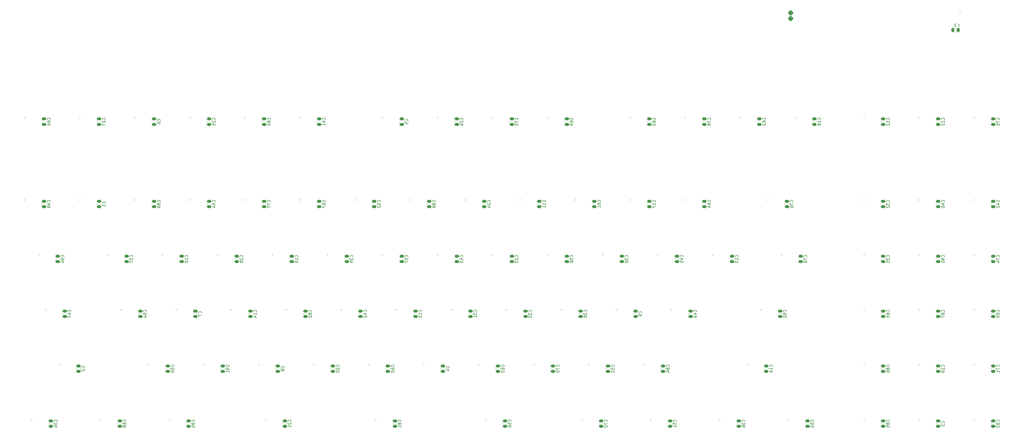
<source format=gbo>
G04 #@! TF.GenerationSoftware,KiCad,Pcbnew,(6.0.0)*
G04 #@! TF.CreationDate,2022-03-01T15:50:58-08:00*
G04 #@! TF.ProjectId,keyboard_exposed_diodes_standard_tkl,6b657962-6f61-4726-945f-6578706f7365,rev?*
G04 #@! TF.SameCoordinates,Original*
G04 #@! TF.FileFunction,Legend,Bot*
G04 #@! TF.FilePolarity,Positive*
%FSLAX46Y46*%
G04 Gerber Fmt 4.6, Leading zero omitted, Abs format (unit mm)*
G04 Created by KiCad (PCBNEW (6.0.0)) date 2022-03-01 15:50:58*
%MOMM*%
%LPD*%
G01*
G04 APERTURE LIST*
G04 Aperture macros list*
%AMRoundRect*
0 Rectangle with rounded corners*
0 $1 Rounding radius*
0 $2 $3 $4 $5 $6 $7 $8 $9 X,Y pos of 4 corners*
0 Add a 4 corners polygon primitive as box body*
4,1,4,$2,$3,$4,$5,$6,$7,$8,$9,$2,$3,0*
0 Add four circle primitives for the rounded corners*
1,1,$1+$1,$2,$3*
1,1,$1+$1,$4,$5*
1,1,$1+$1,$6,$7*
1,1,$1+$1,$8,$9*
0 Add four rect primitives between the rounded corners*
20,1,$1+$1,$2,$3,$4,$5,0*
20,1,$1+$1,$4,$5,$6,$7,0*
20,1,$1+$1,$6,$7,$8,$9,0*
20,1,$1+$1,$8,$9,$2,$3,0*%
G04 Aperture macros list end*
%ADD10C,0.150000*%
%ADD11C,0.120000*%
%ADD12C,1.700000*%
%ADD13C,4.000000*%
%ADD14R,1.800000X0.900000*%
%ADD15C,2.200000*%
%ADD16R,1.600000X1.600000*%
%ADD17O,1.600000X1.600000*%
%ADD18R,1.700000X1.700000*%
%ADD19O,1.700000X1.700000*%
%ADD20C,0.700000*%
%ADD21O,0.900000X2.400000*%
%ADD22O,0.900000X1.700000*%
%ADD23RoundRect,0.425000X0.425000X-0.425000X0.425000X0.425000X-0.425000X0.425000X-0.425000X-0.425000X0*%
%ADD24R,2.800000X3.600000*%
%ADD25C,2.000000*%
%ADD26C,3.987800*%
%ADD27C,3.048000*%
%ADD28R,0.900000X1.800000*%
%ADD29C,4.300000*%
%ADD30RoundRect,0.250000X0.475000X-0.250000X0.475000X0.250000X-0.475000X0.250000X-0.475000X-0.250000X0*%
%ADD31RoundRect,0.250000X0.250000X0.475000X-0.250000X0.475000X-0.250000X-0.475000X0.250000X-0.475000X0*%
G04 APERTURE END LIST*
D10*
X449844380Y-188027714D02*
X448844380Y-188027714D01*
X448844380Y-188265809D01*
X448892000Y-188408666D01*
X448987238Y-188503904D01*
X449082476Y-188551523D01*
X449272952Y-188599142D01*
X449415809Y-188599142D01*
X449606285Y-188551523D01*
X449701523Y-188503904D01*
X449796761Y-188408666D01*
X449844380Y-188265809D01*
X449844380Y-188027714D01*
X449844380Y-189075333D02*
X449844380Y-189265809D01*
X449796761Y-189361047D01*
X449749142Y-189408666D01*
X449606285Y-189503904D01*
X449415809Y-189551523D01*
X449034857Y-189551523D01*
X448939619Y-189503904D01*
X448892000Y-189456285D01*
X448844380Y-189361047D01*
X448844380Y-189170571D01*
X448892000Y-189075333D01*
X448939619Y-189027714D01*
X449034857Y-188980095D01*
X449272952Y-188980095D01*
X449368190Y-189027714D01*
X449415809Y-189075333D01*
X449463428Y-189170571D01*
X449463428Y-189361047D01*
X449415809Y-189456285D01*
X449368190Y-189503904D01*
X449272952Y-189551523D01*
X448844380Y-189884857D02*
X448844380Y-190551523D01*
X449844380Y-190122952D01*
X145388392Y-311308333D02*
X145436011Y-311260714D01*
X145483630Y-311117857D01*
X145483630Y-311022619D01*
X145436011Y-310879761D01*
X145340773Y-310784523D01*
X145245535Y-310736904D01*
X145055059Y-310689285D01*
X144912202Y-310689285D01*
X144721726Y-310736904D01*
X144626488Y-310784523D01*
X144531250Y-310879761D01*
X144483630Y-311022619D01*
X144483630Y-311117857D01*
X144531250Y-311260714D01*
X144578869Y-311308333D01*
X144578869Y-311689285D02*
X144531250Y-311736904D01*
X144483630Y-311832142D01*
X144483630Y-312070238D01*
X144531250Y-312165476D01*
X144578869Y-312213095D01*
X144674107Y-312260714D01*
X144769345Y-312260714D01*
X144912202Y-312213095D01*
X145483630Y-311641666D01*
X145483630Y-312260714D01*
X443044642Y-330358333D02*
X443092261Y-330310714D01*
X443139880Y-330167857D01*
X443139880Y-330072619D01*
X443092261Y-329929761D01*
X442997023Y-329834523D01*
X442901785Y-329786904D01*
X442711309Y-329739285D01*
X442568452Y-329739285D01*
X442377976Y-329786904D01*
X442282738Y-329834523D01*
X442187500Y-329929761D01*
X442139880Y-330072619D01*
X442139880Y-330167857D01*
X442187500Y-330310714D01*
X442235119Y-330358333D01*
X442139880Y-330691666D02*
X442139880Y-331310714D01*
X442520833Y-330977380D01*
X442520833Y-331120238D01*
X442568452Y-331215476D01*
X442616071Y-331263095D01*
X442711309Y-331310714D01*
X442949404Y-331310714D01*
X443044642Y-331263095D01*
X443092261Y-331215476D01*
X443139880Y-331120238D01*
X443139880Y-330834523D01*
X443092261Y-330739285D01*
X443044642Y-330691666D01*
X257307142Y-225583333D02*
X257354761Y-225535714D01*
X257402380Y-225392857D01*
X257402380Y-225297619D01*
X257354761Y-225154761D01*
X257259523Y-225059523D01*
X257164285Y-225011904D01*
X256973809Y-224964285D01*
X256830952Y-224964285D01*
X256640476Y-225011904D01*
X256545238Y-225059523D01*
X256450000Y-225154761D01*
X256402380Y-225297619D01*
X256402380Y-225392857D01*
X256450000Y-225535714D01*
X256497619Y-225583333D01*
X256402380Y-226488095D02*
X256402380Y-226011904D01*
X256878571Y-225964285D01*
X256830952Y-226011904D01*
X256783333Y-226107142D01*
X256783333Y-226345238D01*
X256830952Y-226440476D01*
X256878571Y-226488095D01*
X256973809Y-226535714D01*
X257211904Y-226535714D01*
X257307142Y-226488095D01*
X257354761Y-226440476D01*
X257402380Y-226345238D01*
X257402380Y-226107142D01*
X257354761Y-226011904D01*
X257307142Y-225964285D01*
X171582142Y-225583333D02*
X171629761Y-225535714D01*
X171677380Y-225392857D01*
X171677380Y-225297619D01*
X171629761Y-225154761D01*
X171534523Y-225059523D01*
X171439285Y-225011904D01*
X171248809Y-224964285D01*
X171105952Y-224964285D01*
X170915476Y-225011904D01*
X170820238Y-225059523D01*
X170725000Y-225154761D01*
X170677380Y-225297619D01*
X170677380Y-225392857D01*
X170725000Y-225535714D01*
X170772619Y-225583333D01*
X170677380Y-226440476D02*
X170677380Y-226250000D01*
X170725000Y-226154761D01*
X170772619Y-226107142D01*
X170915476Y-226011904D01*
X171105952Y-225964285D01*
X171486904Y-225964285D01*
X171582142Y-226011904D01*
X171629761Y-226059523D01*
X171677380Y-226154761D01*
X171677380Y-226345238D01*
X171629761Y-226440476D01*
X171582142Y-226488095D01*
X171486904Y-226535714D01*
X171248809Y-226535714D01*
X171153571Y-226488095D01*
X171105952Y-226440476D01*
X171058333Y-226345238D01*
X171058333Y-226154761D01*
X171105952Y-226059523D01*
X171153571Y-226011904D01*
X171248809Y-225964285D01*
X185869642Y-292258333D02*
X185917261Y-292210714D01*
X185964880Y-292067857D01*
X185964880Y-291972619D01*
X185917261Y-291829761D01*
X185822023Y-291734523D01*
X185726785Y-291686904D01*
X185536309Y-291639285D01*
X185393452Y-291639285D01*
X185202976Y-291686904D01*
X185107738Y-291734523D01*
X185012500Y-291829761D01*
X184964880Y-291972619D01*
X184964880Y-292067857D01*
X185012500Y-292210714D01*
X185060119Y-292258333D01*
X184964880Y-292591666D02*
X184964880Y-293258333D01*
X185964880Y-292829761D01*
X214444642Y-311308333D02*
X214492261Y-311260714D01*
X214539880Y-311117857D01*
X214539880Y-311022619D01*
X214492261Y-310879761D01*
X214397023Y-310784523D01*
X214301785Y-310736904D01*
X214111309Y-310689285D01*
X213968452Y-310689285D01*
X213777976Y-310736904D01*
X213682738Y-310784523D01*
X213587500Y-310879761D01*
X213539880Y-311022619D01*
X213539880Y-311117857D01*
X213587500Y-311260714D01*
X213635119Y-311308333D01*
X213968452Y-311879761D02*
X213920833Y-311784523D01*
X213873214Y-311736904D01*
X213777976Y-311689285D01*
X213730357Y-311689285D01*
X213635119Y-311736904D01*
X213587500Y-311784523D01*
X213539880Y-311879761D01*
X213539880Y-312070238D01*
X213587500Y-312165476D01*
X213635119Y-312213095D01*
X213730357Y-312260714D01*
X213777976Y-312260714D01*
X213873214Y-312213095D01*
X213920833Y-312165476D01*
X213968452Y-312070238D01*
X213968452Y-311879761D01*
X214016071Y-311784523D01*
X214063690Y-311736904D01*
X214158928Y-311689285D01*
X214349404Y-311689285D01*
X214444642Y-311736904D01*
X214492261Y-311784523D01*
X214539880Y-311879761D01*
X214539880Y-312070238D01*
X214492261Y-312165476D01*
X214444642Y-312213095D01*
X214349404Y-312260714D01*
X214158928Y-312260714D01*
X214063690Y-312213095D01*
X214016071Y-312165476D01*
X213968452Y-312070238D01*
X338269642Y-292258333D02*
X338317261Y-292210714D01*
X338364880Y-292067857D01*
X338364880Y-291972619D01*
X338317261Y-291829761D01*
X338222023Y-291734523D01*
X338126785Y-291686904D01*
X337936309Y-291639285D01*
X337793452Y-291639285D01*
X337602976Y-291686904D01*
X337507738Y-291734523D01*
X337412500Y-291829761D01*
X337364880Y-291972619D01*
X337364880Y-292067857D01*
X337412500Y-292210714D01*
X337460119Y-292258333D01*
X338364880Y-292734523D02*
X338364880Y-292925000D01*
X338317261Y-293020238D01*
X338269642Y-293067857D01*
X338126785Y-293163095D01*
X337936309Y-293210714D01*
X337555357Y-293210714D01*
X337460119Y-293163095D01*
X337412500Y-293115476D01*
X337364880Y-293020238D01*
X337364880Y-292829761D01*
X337412500Y-292734523D01*
X337460119Y-292686904D01*
X337555357Y-292639285D01*
X337793452Y-292639285D01*
X337888690Y-292686904D01*
X337936309Y-292734523D01*
X337983928Y-292829761D01*
X337983928Y-293020238D01*
X337936309Y-293115476D01*
X337888690Y-293163095D01*
X337793452Y-293210714D01*
X181107142Y-272732142D02*
X181154761Y-272684523D01*
X181202380Y-272541666D01*
X181202380Y-272446428D01*
X181154761Y-272303571D01*
X181059523Y-272208333D01*
X180964285Y-272160714D01*
X180773809Y-272113095D01*
X180630952Y-272113095D01*
X180440476Y-272160714D01*
X180345238Y-272208333D01*
X180250000Y-272303571D01*
X180202380Y-272446428D01*
X180202380Y-272541666D01*
X180250000Y-272684523D01*
X180297619Y-272732142D01*
X181202380Y-273684523D02*
X181202380Y-273113095D01*
X181202380Y-273398809D02*
X180202380Y-273398809D01*
X180345238Y-273303571D01*
X180440476Y-273208333D01*
X180488095Y-273113095D01*
X180202380Y-274303571D02*
X180202380Y-274398809D01*
X180250000Y-274494047D01*
X180297619Y-274541666D01*
X180392857Y-274589285D01*
X180583333Y-274636904D01*
X180821428Y-274636904D01*
X181011904Y-274589285D01*
X181107142Y-274541666D01*
X181154761Y-274494047D01*
X181202380Y-274398809D01*
X181202380Y-274303571D01*
X181154761Y-274208333D01*
X181107142Y-274160714D01*
X181011904Y-274113095D01*
X180821428Y-274065476D01*
X180583333Y-274065476D01*
X180392857Y-274113095D01*
X180297619Y-274160714D01*
X180250000Y-274208333D01*
X180202380Y-274303571D01*
X304932142Y-253682142D02*
X304979761Y-253634523D01*
X305027380Y-253491666D01*
X305027380Y-253396428D01*
X304979761Y-253253571D01*
X304884523Y-253158333D01*
X304789285Y-253110714D01*
X304598809Y-253063095D01*
X304455952Y-253063095D01*
X304265476Y-253110714D01*
X304170238Y-253158333D01*
X304075000Y-253253571D01*
X304027380Y-253396428D01*
X304027380Y-253491666D01*
X304075000Y-253634523D01*
X304122619Y-253682142D01*
X305027380Y-254634523D02*
X305027380Y-254063095D01*
X305027380Y-254348809D02*
X304027380Y-254348809D01*
X304170238Y-254253571D01*
X304265476Y-254158333D01*
X304313095Y-254063095D01*
X305027380Y-255586904D02*
X305027380Y-255015476D01*
X305027380Y-255301190D02*
X304027380Y-255301190D01*
X304170238Y-255205952D01*
X304265476Y-255110714D01*
X304313095Y-255015476D01*
X423994642Y-225107142D02*
X424042261Y-225059523D01*
X424089880Y-224916666D01*
X424089880Y-224821428D01*
X424042261Y-224678571D01*
X423947023Y-224583333D01*
X423851785Y-224535714D01*
X423661309Y-224488095D01*
X423518452Y-224488095D01*
X423327976Y-224535714D01*
X423232738Y-224583333D01*
X423137500Y-224678571D01*
X423089880Y-224821428D01*
X423089880Y-224916666D01*
X423137500Y-225059523D01*
X423185119Y-225107142D01*
X424089880Y-226059523D02*
X424089880Y-225488095D01*
X424089880Y-225773809D02*
X423089880Y-225773809D01*
X423232738Y-225678571D01*
X423327976Y-225583333D01*
X423375595Y-225488095D01*
X423185119Y-226440476D02*
X423137500Y-226488095D01*
X423089880Y-226583333D01*
X423089880Y-226821428D01*
X423137500Y-226916666D01*
X423185119Y-226964285D01*
X423280357Y-227011904D01*
X423375595Y-227011904D01*
X423518452Y-226964285D01*
X424089880Y-226392857D01*
X424089880Y-227011904D01*
X371607142Y-272732142D02*
X371654761Y-272684523D01*
X371702380Y-272541666D01*
X371702380Y-272446428D01*
X371654761Y-272303571D01*
X371559523Y-272208333D01*
X371464285Y-272160714D01*
X371273809Y-272113095D01*
X371130952Y-272113095D01*
X370940476Y-272160714D01*
X370845238Y-272208333D01*
X370750000Y-272303571D01*
X370702380Y-272446428D01*
X370702380Y-272541666D01*
X370750000Y-272684523D01*
X370797619Y-272732142D01*
X371702380Y-273684523D02*
X371702380Y-273113095D01*
X371702380Y-273398809D02*
X370702380Y-273398809D01*
X370845238Y-273303571D01*
X370940476Y-273208333D01*
X370988095Y-273113095D01*
X370702380Y-274017857D02*
X370702380Y-274636904D01*
X371083333Y-274303571D01*
X371083333Y-274446428D01*
X371130952Y-274541666D01*
X371178571Y-274589285D01*
X371273809Y-274636904D01*
X371511904Y-274636904D01*
X371607142Y-274589285D01*
X371654761Y-274541666D01*
X371702380Y-274446428D01*
X371702380Y-274160714D01*
X371654761Y-274065476D01*
X371607142Y-274017857D01*
X204919642Y-291782142D02*
X204967261Y-291734523D01*
X205014880Y-291591666D01*
X205014880Y-291496428D01*
X204967261Y-291353571D01*
X204872023Y-291258333D01*
X204776785Y-291210714D01*
X204586309Y-291163095D01*
X204443452Y-291163095D01*
X204252976Y-291210714D01*
X204157738Y-291258333D01*
X204062500Y-291353571D01*
X204014880Y-291496428D01*
X204014880Y-291591666D01*
X204062500Y-291734523D01*
X204110119Y-291782142D01*
X205014880Y-292734523D02*
X205014880Y-292163095D01*
X205014880Y-292448809D02*
X204014880Y-292448809D01*
X204157738Y-292353571D01*
X204252976Y-292258333D01*
X204300595Y-292163095D01*
X204348214Y-293591666D02*
X205014880Y-293591666D01*
X203967261Y-293353571D02*
X204681547Y-293115476D01*
X204681547Y-293734523D01*
X262069642Y-291782142D02*
X262117261Y-291734523D01*
X262164880Y-291591666D01*
X262164880Y-291496428D01*
X262117261Y-291353571D01*
X262022023Y-291258333D01*
X261926785Y-291210714D01*
X261736309Y-291163095D01*
X261593452Y-291163095D01*
X261402976Y-291210714D01*
X261307738Y-291258333D01*
X261212500Y-291353571D01*
X261164880Y-291496428D01*
X261164880Y-291591666D01*
X261212500Y-291734523D01*
X261260119Y-291782142D01*
X262164880Y-292734523D02*
X262164880Y-292163095D01*
X262164880Y-292448809D02*
X261164880Y-292448809D01*
X261307738Y-292353571D01*
X261402976Y-292258333D01*
X261450595Y-292163095D01*
X261164880Y-293639285D02*
X261164880Y-293163095D01*
X261641071Y-293115476D01*
X261593452Y-293163095D01*
X261545833Y-293258333D01*
X261545833Y-293496428D01*
X261593452Y-293591666D01*
X261641071Y-293639285D01*
X261736309Y-293686904D01*
X261974404Y-293686904D01*
X262069642Y-293639285D01*
X262117261Y-293591666D01*
X262164880Y-293496428D01*
X262164880Y-293258333D01*
X262117261Y-293163095D01*
X262069642Y-293115476D01*
X343032142Y-253682142D02*
X343079761Y-253634523D01*
X343127380Y-253491666D01*
X343127380Y-253396428D01*
X343079761Y-253253571D01*
X342984523Y-253158333D01*
X342889285Y-253110714D01*
X342698809Y-253063095D01*
X342555952Y-253063095D01*
X342365476Y-253110714D01*
X342270238Y-253158333D01*
X342175000Y-253253571D01*
X342127380Y-253396428D01*
X342127380Y-253491666D01*
X342175000Y-253634523D01*
X342222619Y-253682142D01*
X343127380Y-254634523D02*
X343127380Y-254063095D01*
X343127380Y-254348809D02*
X342127380Y-254348809D01*
X342270238Y-254253571D01*
X342365476Y-254158333D01*
X342413095Y-254063095D01*
X342127380Y-254967857D02*
X342127380Y-255634523D01*
X343127380Y-255205952D01*
X219207142Y-272732142D02*
X219254761Y-272684523D01*
X219302380Y-272541666D01*
X219302380Y-272446428D01*
X219254761Y-272303571D01*
X219159523Y-272208333D01*
X219064285Y-272160714D01*
X218873809Y-272113095D01*
X218730952Y-272113095D01*
X218540476Y-272160714D01*
X218445238Y-272208333D01*
X218350000Y-272303571D01*
X218302380Y-272446428D01*
X218302380Y-272541666D01*
X218350000Y-272684523D01*
X218397619Y-272732142D01*
X219302380Y-273684523D02*
X219302380Y-273113095D01*
X219302380Y-273398809D02*
X218302380Y-273398809D01*
X218445238Y-273303571D01*
X218540476Y-273208333D01*
X218588095Y-273113095D01*
X219302380Y-274160714D02*
X219302380Y-274351190D01*
X219254761Y-274446428D01*
X219207142Y-274494047D01*
X219064285Y-274589285D01*
X218873809Y-274636904D01*
X218492857Y-274636904D01*
X218397619Y-274589285D01*
X218350000Y-274541666D01*
X218302380Y-274446428D01*
X218302380Y-274255952D01*
X218350000Y-274160714D01*
X218397619Y-274113095D01*
X218492857Y-274065476D01*
X218730952Y-274065476D01*
X218826190Y-274113095D01*
X218873809Y-274160714D01*
X218921428Y-274255952D01*
X218921428Y-274446428D01*
X218873809Y-274541666D01*
X218826190Y-274589285D01*
X218730952Y-274636904D01*
X233494642Y-310832142D02*
X233542261Y-310784523D01*
X233589880Y-310641666D01*
X233589880Y-310546428D01*
X233542261Y-310403571D01*
X233447023Y-310308333D01*
X233351785Y-310260714D01*
X233161309Y-310213095D01*
X233018452Y-310213095D01*
X232827976Y-310260714D01*
X232732738Y-310308333D01*
X232637500Y-310403571D01*
X232589880Y-310546428D01*
X232589880Y-310641666D01*
X232637500Y-310784523D01*
X232685119Y-310832142D01*
X232685119Y-311213095D02*
X232637500Y-311260714D01*
X232589880Y-311355952D01*
X232589880Y-311594047D01*
X232637500Y-311689285D01*
X232685119Y-311736904D01*
X232780357Y-311784523D01*
X232875595Y-311784523D01*
X233018452Y-311736904D01*
X233589880Y-311165476D01*
X233589880Y-311784523D01*
X232589880Y-312403571D02*
X232589880Y-312498809D01*
X232637500Y-312594047D01*
X232685119Y-312641666D01*
X232780357Y-312689285D01*
X232970833Y-312736904D01*
X233208928Y-312736904D01*
X233399404Y-312689285D01*
X233494642Y-312641666D01*
X233542261Y-312594047D01*
X233589880Y-312498809D01*
X233589880Y-312403571D01*
X233542261Y-312308333D01*
X233494642Y-312260714D01*
X233399404Y-312213095D01*
X233208928Y-312165476D01*
X232970833Y-312165476D01*
X232780357Y-312213095D01*
X232685119Y-312260714D01*
X232637500Y-312308333D01*
X232589880Y-312403571D01*
X216825892Y-329882142D02*
X216873511Y-329834523D01*
X216921130Y-329691666D01*
X216921130Y-329596428D01*
X216873511Y-329453571D01*
X216778273Y-329358333D01*
X216683035Y-329310714D01*
X216492559Y-329263095D01*
X216349702Y-329263095D01*
X216159226Y-329310714D01*
X216063988Y-329358333D01*
X215968750Y-329453571D01*
X215921130Y-329596428D01*
X215921130Y-329691666D01*
X215968750Y-329834523D01*
X216016369Y-329882142D01*
X216016369Y-330263095D02*
X215968750Y-330310714D01*
X215921130Y-330405952D01*
X215921130Y-330644047D01*
X215968750Y-330739285D01*
X216016369Y-330786904D01*
X216111607Y-330834523D01*
X216206845Y-330834523D01*
X216349702Y-330786904D01*
X216921130Y-330215476D01*
X216921130Y-330834523D01*
X216921130Y-331786904D02*
X216921130Y-331215476D01*
X216921130Y-331501190D02*
X215921130Y-331501190D01*
X216063988Y-331405952D01*
X216159226Y-331310714D01*
X216206845Y-331215476D01*
X443044642Y-225107142D02*
X443092261Y-225059523D01*
X443139880Y-224916666D01*
X443139880Y-224821428D01*
X443092261Y-224678571D01*
X442997023Y-224583333D01*
X442901785Y-224535714D01*
X442711309Y-224488095D01*
X442568452Y-224488095D01*
X442377976Y-224535714D01*
X442282738Y-224583333D01*
X442187500Y-224678571D01*
X442139880Y-224821428D01*
X442139880Y-224916666D01*
X442187500Y-225059523D01*
X442235119Y-225107142D01*
X442235119Y-225488095D02*
X442187500Y-225535714D01*
X442139880Y-225630952D01*
X442139880Y-225869047D01*
X442187500Y-225964285D01*
X442235119Y-226011904D01*
X442330357Y-226059523D01*
X442425595Y-226059523D01*
X442568452Y-226011904D01*
X443139880Y-225440476D01*
X443139880Y-226059523D01*
X442235119Y-226440476D02*
X442187500Y-226488095D01*
X442139880Y-226583333D01*
X442139880Y-226821428D01*
X442187500Y-226916666D01*
X442235119Y-226964285D01*
X442330357Y-227011904D01*
X442425595Y-227011904D01*
X442568452Y-226964285D01*
X443139880Y-226392857D01*
X443139880Y-227011904D01*
X295407142Y-272732142D02*
X295454761Y-272684523D01*
X295502380Y-272541666D01*
X295502380Y-272446428D01*
X295454761Y-272303571D01*
X295359523Y-272208333D01*
X295264285Y-272160714D01*
X295073809Y-272113095D01*
X294930952Y-272113095D01*
X294740476Y-272160714D01*
X294645238Y-272208333D01*
X294550000Y-272303571D01*
X294502380Y-272446428D01*
X294502380Y-272541666D01*
X294550000Y-272684523D01*
X294597619Y-272732142D01*
X294597619Y-273113095D02*
X294550000Y-273160714D01*
X294502380Y-273255952D01*
X294502380Y-273494047D01*
X294550000Y-273589285D01*
X294597619Y-273636904D01*
X294692857Y-273684523D01*
X294788095Y-273684523D01*
X294930952Y-273636904D01*
X295502380Y-273065476D01*
X295502380Y-273684523D01*
X294502380Y-274017857D02*
X294502380Y-274636904D01*
X294883333Y-274303571D01*
X294883333Y-274446428D01*
X294930952Y-274541666D01*
X294978571Y-274589285D01*
X295073809Y-274636904D01*
X295311904Y-274636904D01*
X295407142Y-274589285D01*
X295454761Y-274541666D01*
X295502380Y-274446428D01*
X295502380Y-274160714D01*
X295454761Y-274065476D01*
X295407142Y-274017857D01*
X285882142Y-253682142D02*
X285929761Y-253634523D01*
X285977380Y-253491666D01*
X285977380Y-253396428D01*
X285929761Y-253253571D01*
X285834523Y-253158333D01*
X285739285Y-253110714D01*
X285548809Y-253063095D01*
X285405952Y-253063095D01*
X285215476Y-253110714D01*
X285120238Y-253158333D01*
X285025000Y-253253571D01*
X284977380Y-253396428D01*
X284977380Y-253491666D01*
X285025000Y-253634523D01*
X285072619Y-253682142D01*
X285072619Y-254063095D02*
X285025000Y-254110714D01*
X284977380Y-254205952D01*
X284977380Y-254444047D01*
X285025000Y-254539285D01*
X285072619Y-254586904D01*
X285167857Y-254634523D01*
X285263095Y-254634523D01*
X285405952Y-254586904D01*
X285977380Y-254015476D01*
X285977380Y-254634523D01*
X285310714Y-255491666D02*
X285977380Y-255491666D01*
X284929761Y-255253571D02*
X285644047Y-255015476D01*
X285644047Y-255634523D01*
X276357142Y-225107142D02*
X276404761Y-225059523D01*
X276452380Y-224916666D01*
X276452380Y-224821428D01*
X276404761Y-224678571D01*
X276309523Y-224583333D01*
X276214285Y-224535714D01*
X276023809Y-224488095D01*
X275880952Y-224488095D01*
X275690476Y-224535714D01*
X275595238Y-224583333D01*
X275500000Y-224678571D01*
X275452380Y-224821428D01*
X275452380Y-224916666D01*
X275500000Y-225059523D01*
X275547619Y-225107142D01*
X275547619Y-225488095D02*
X275500000Y-225535714D01*
X275452380Y-225630952D01*
X275452380Y-225869047D01*
X275500000Y-225964285D01*
X275547619Y-226011904D01*
X275642857Y-226059523D01*
X275738095Y-226059523D01*
X275880952Y-226011904D01*
X276452380Y-225440476D01*
X276452380Y-226059523D01*
X275452380Y-226916666D02*
X275452380Y-226726190D01*
X275500000Y-226630952D01*
X275547619Y-226583333D01*
X275690476Y-226488095D01*
X275880952Y-226440476D01*
X276261904Y-226440476D01*
X276357142Y-226488095D01*
X276404761Y-226535714D01*
X276452380Y-226630952D01*
X276452380Y-226821428D01*
X276404761Y-226916666D01*
X276357142Y-226964285D01*
X276261904Y-227011904D01*
X276023809Y-227011904D01*
X275928571Y-226964285D01*
X275880952Y-226916666D01*
X275833333Y-226821428D01*
X275833333Y-226630952D01*
X275880952Y-226535714D01*
X275928571Y-226488095D01*
X276023809Y-226440476D01*
X152532142Y-225107142D02*
X152579761Y-225059523D01*
X152627380Y-224916666D01*
X152627380Y-224821428D01*
X152579761Y-224678571D01*
X152484523Y-224583333D01*
X152389285Y-224535714D01*
X152198809Y-224488095D01*
X152055952Y-224488095D01*
X151865476Y-224535714D01*
X151770238Y-224583333D01*
X151675000Y-224678571D01*
X151627380Y-224821428D01*
X151627380Y-224916666D01*
X151675000Y-225059523D01*
X151722619Y-225107142D01*
X151722619Y-225488095D02*
X151675000Y-225535714D01*
X151627380Y-225630952D01*
X151627380Y-225869047D01*
X151675000Y-225964285D01*
X151722619Y-226011904D01*
X151817857Y-226059523D01*
X151913095Y-226059523D01*
X152055952Y-226011904D01*
X152627380Y-225440476D01*
X152627380Y-226059523D01*
X151627380Y-226392857D02*
X151627380Y-227059523D01*
X152627380Y-226630952D01*
X200157142Y-272732142D02*
X200204761Y-272684523D01*
X200252380Y-272541666D01*
X200252380Y-272446428D01*
X200204761Y-272303571D01*
X200109523Y-272208333D01*
X200014285Y-272160714D01*
X199823809Y-272113095D01*
X199680952Y-272113095D01*
X199490476Y-272160714D01*
X199395238Y-272208333D01*
X199300000Y-272303571D01*
X199252380Y-272446428D01*
X199252380Y-272541666D01*
X199300000Y-272684523D01*
X199347619Y-272732142D01*
X199347619Y-273113095D02*
X199300000Y-273160714D01*
X199252380Y-273255952D01*
X199252380Y-273494047D01*
X199300000Y-273589285D01*
X199347619Y-273636904D01*
X199442857Y-273684523D01*
X199538095Y-273684523D01*
X199680952Y-273636904D01*
X200252380Y-273065476D01*
X200252380Y-273684523D01*
X199680952Y-274255952D02*
X199633333Y-274160714D01*
X199585714Y-274113095D01*
X199490476Y-274065476D01*
X199442857Y-274065476D01*
X199347619Y-274113095D01*
X199300000Y-274160714D01*
X199252380Y-274255952D01*
X199252380Y-274446428D01*
X199300000Y-274541666D01*
X199347619Y-274589285D01*
X199442857Y-274636904D01*
X199490476Y-274636904D01*
X199585714Y-274589285D01*
X199633333Y-274541666D01*
X199680952Y-274446428D01*
X199680952Y-274255952D01*
X199728571Y-274160714D01*
X199776190Y-274113095D01*
X199871428Y-274065476D01*
X200061904Y-274065476D01*
X200157142Y-274113095D01*
X200204761Y-274160714D01*
X200252380Y-274255952D01*
X200252380Y-274446428D01*
X200204761Y-274541666D01*
X200157142Y-274589285D01*
X200061904Y-274636904D01*
X199871428Y-274636904D01*
X199776190Y-274589285D01*
X199728571Y-274541666D01*
X199680952Y-274446428D01*
X443044642Y-310832142D02*
X443092261Y-310784523D01*
X443139880Y-310641666D01*
X443139880Y-310546428D01*
X443092261Y-310403571D01*
X442997023Y-310308333D01*
X442901785Y-310260714D01*
X442711309Y-310213095D01*
X442568452Y-310213095D01*
X442377976Y-310260714D01*
X442282738Y-310308333D01*
X442187500Y-310403571D01*
X442139880Y-310546428D01*
X442139880Y-310641666D01*
X442187500Y-310784523D01*
X442235119Y-310832142D01*
X442235119Y-311213095D02*
X442187500Y-311260714D01*
X442139880Y-311355952D01*
X442139880Y-311594047D01*
X442187500Y-311689285D01*
X442235119Y-311736904D01*
X442330357Y-311784523D01*
X442425595Y-311784523D01*
X442568452Y-311736904D01*
X443139880Y-311165476D01*
X443139880Y-311784523D01*
X443139880Y-312260714D02*
X443139880Y-312451190D01*
X443092261Y-312546428D01*
X443044642Y-312594047D01*
X442901785Y-312689285D01*
X442711309Y-312736904D01*
X442330357Y-312736904D01*
X442235119Y-312689285D01*
X442187500Y-312641666D01*
X442139880Y-312546428D01*
X442139880Y-312355952D01*
X442187500Y-312260714D01*
X442235119Y-312213095D01*
X442330357Y-312165476D01*
X442568452Y-312165476D01*
X442663690Y-312213095D01*
X442711309Y-312260714D01*
X442758928Y-312355952D01*
X442758928Y-312546428D01*
X442711309Y-312641666D01*
X442663690Y-312689285D01*
X442568452Y-312736904D01*
X333507142Y-272732142D02*
X333554761Y-272684523D01*
X333602380Y-272541666D01*
X333602380Y-272446428D01*
X333554761Y-272303571D01*
X333459523Y-272208333D01*
X333364285Y-272160714D01*
X333173809Y-272113095D01*
X333030952Y-272113095D01*
X332840476Y-272160714D01*
X332745238Y-272208333D01*
X332650000Y-272303571D01*
X332602380Y-272446428D01*
X332602380Y-272541666D01*
X332650000Y-272684523D01*
X332697619Y-272732142D01*
X332602380Y-273065476D02*
X332602380Y-273684523D01*
X332983333Y-273351190D01*
X332983333Y-273494047D01*
X333030952Y-273589285D01*
X333078571Y-273636904D01*
X333173809Y-273684523D01*
X333411904Y-273684523D01*
X333507142Y-273636904D01*
X333554761Y-273589285D01*
X333602380Y-273494047D01*
X333602380Y-273208333D01*
X333554761Y-273113095D01*
X333507142Y-273065476D01*
X332602380Y-274303571D02*
X332602380Y-274398809D01*
X332650000Y-274494047D01*
X332697619Y-274541666D01*
X332792857Y-274589285D01*
X332983333Y-274636904D01*
X333221428Y-274636904D01*
X333411904Y-274589285D01*
X333507142Y-274541666D01*
X333554761Y-274494047D01*
X333602380Y-274398809D01*
X333602380Y-274303571D01*
X333554761Y-274208333D01*
X333507142Y-274160714D01*
X333411904Y-274113095D01*
X333221428Y-274065476D01*
X332983333Y-274065476D01*
X332792857Y-274113095D01*
X332697619Y-274160714D01*
X332650000Y-274208333D01*
X332602380Y-274303571D01*
X281119642Y-291782142D02*
X281167261Y-291734523D01*
X281214880Y-291591666D01*
X281214880Y-291496428D01*
X281167261Y-291353571D01*
X281072023Y-291258333D01*
X280976785Y-291210714D01*
X280786309Y-291163095D01*
X280643452Y-291163095D01*
X280452976Y-291210714D01*
X280357738Y-291258333D01*
X280262500Y-291353571D01*
X280214880Y-291496428D01*
X280214880Y-291591666D01*
X280262500Y-291734523D01*
X280310119Y-291782142D01*
X280214880Y-292115476D02*
X280214880Y-292734523D01*
X280595833Y-292401190D01*
X280595833Y-292544047D01*
X280643452Y-292639285D01*
X280691071Y-292686904D01*
X280786309Y-292734523D01*
X281024404Y-292734523D01*
X281119642Y-292686904D01*
X281167261Y-292639285D01*
X281214880Y-292544047D01*
X281214880Y-292258333D01*
X281167261Y-292163095D01*
X281119642Y-292115476D01*
X281214880Y-293686904D02*
X281214880Y-293115476D01*
X281214880Y-293401190D02*
X280214880Y-293401190D01*
X280357738Y-293305952D01*
X280452976Y-293210714D01*
X280500595Y-293115476D01*
X423994642Y-253682142D02*
X424042261Y-253634523D01*
X424089880Y-253491666D01*
X424089880Y-253396428D01*
X424042261Y-253253571D01*
X423947023Y-253158333D01*
X423851785Y-253110714D01*
X423661309Y-253063095D01*
X423518452Y-253063095D01*
X423327976Y-253110714D01*
X423232738Y-253158333D01*
X423137500Y-253253571D01*
X423089880Y-253396428D01*
X423089880Y-253491666D01*
X423137500Y-253634523D01*
X423185119Y-253682142D01*
X423089880Y-254015476D02*
X423089880Y-254634523D01*
X423470833Y-254301190D01*
X423470833Y-254444047D01*
X423518452Y-254539285D01*
X423566071Y-254586904D01*
X423661309Y-254634523D01*
X423899404Y-254634523D01*
X423994642Y-254586904D01*
X424042261Y-254539285D01*
X424089880Y-254444047D01*
X424089880Y-254158333D01*
X424042261Y-254063095D01*
X423994642Y-254015476D01*
X423185119Y-255015476D02*
X423137500Y-255063095D01*
X423089880Y-255158333D01*
X423089880Y-255396428D01*
X423137500Y-255491666D01*
X423185119Y-255539285D01*
X423280357Y-255586904D01*
X423375595Y-255586904D01*
X423518452Y-255539285D01*
X424089880Y-254967857D01*
X424089880Y-255586904D01*
X300169642Y-291782142D02*
X300217261Y-291734523D01*
X300264880Y-291591666D01*
X300264880Y-291496428D01*
X300217261Y-291353571D01*
X300122023Y-291258333D01*
X300026785Y-291210714D01*
X299836309Y-291163095D01*
X299693452Y-291163095D01*
X299502976Y-291210714D01*
X299407738Y-291258333D01*
X299312500Y-291353571D01*
X299264880Y-291496428D01*
X299264880Y-291591666D01*
X299312500Y-291734523D01*
X299360119Y-291782142D01*
X299264880Y-292115476D02*
X299264880Y-292734523D01*
X299645833Y-292401190D01*
X299645833Y-292544047D01*
X299693452Y-292639285D01*
X299741071Y-292686904D01*
X299836309Y-292734523D01*
X300074404Y-292734523D01*
X300169642Y-292686904D01*
X300217261Y-292639285D01*
X300264880Y-292544047D01*
X300264880Y-292258333D01*
X300217261Y-292163095D01*
X300169642Y-292115476D01*
X299264880Y-293067857D02*
X299264880Y-293686904D01*
X299645833Y-293353571D01*
X299645833Y-293496428D01*
X299693452Y-293591666D01*
X299741071Y-293639285D01*
X299836309Y-293686904D01*
X300074404Y-293686904D01*
X300169642Y-293639285D01*
X300217261Y-293591666D01*
X300264880Y-293496428D01*
X300264880Y-293210714D01*
X300217261Y-293115476D01*
X300169642Y-293067857D01*
X135863392Y-329882142D02*
X135911011Y-329834523D01*
X135958630Y-329691666D01*
X135958630Y-329596428D01*
X135911011Y-329453571D01*
X135815773Y-329358333D01*
X135720535Y-329310714D01*
X135530059Y-329263095D01*
X135387202Y-329263095D01*
X135196726Y-329310714D01*
X135101488Y-329358333D01*
X135006250Y-329453571D01*
X134958630Y-329596428D01*
X134958630Y-329691666D01*
X135006250Y-329834523D01*
X135053869Y-329882142D01*
X134958630Y-330215476D02*
X134958630Y-330834523D01*
X135339583Y-330501190D01*
X135339583Y-330644047D01*
X135387202Y-330739285D01*
X135434821Y-330786904D01*
X135530059Y-330834523D01*
X135768154Y-330834523D01*
X135863392Y-330786904D01*
X135911011Y-330739285D01*
X135958630Y-330644047D01*
X135958630Y-330358333D01*
X135911011Y-330263095D01*
X135863392Y-330215476D01*
X135291964Y-331691666D02*
X135958630Y-331691666D01*
X134911011Y-331453571D02*
X135625297Y-331215476D01*
X135625297Y-331834523D01*
X423994642Y-272732142D02*
X424042261Y-272684523D01*
X424089880Y-272541666D01*
X424089880Y-272446428D01*
X424042261Y-272303571D01*
X423947023Y-272208333D01*
X423851785Y-272160714D01*
X423661309Y-272113095D01*
X423518452Y-272113095D01*
X423327976Y-272160714D01*
X423232738Y-272208333D01*
X423137500Y-272303571D01*
X423089880Y-272446428D01*
X423089880Y-272541666D01*
X423137500Y-272684523D01*
X423185119Y-272732142D01*
X423089880Y-273065476D02*
X423089880Y-273684523D01*
X423470833Y-273351190D01*
X423470833Y-273494047D01*
X423518452Y-273589285D01*
X423566071Y-273636904D01*
X423661309Y-273684523D01*
X423899404Y-273684523D01*
X423994642Y-273636904D01*
X424042261Y-273589285D01*
X424089880Y-273494047D01*
X424089880Y-273208333D01*
X424042261Y-273113095D01*
X423994642Y-273065476D01*
X423089880Y-274589285D02*
X423089880Y-274113095D01*
X423566071Y-274065476D01*
X423518452Y-274113095D01*
X423470833Y-274208333D01*
X423470833Y-274446428D01*
X423518452Y-274541666D01*
X423566071Y-274589285D01*
X423661309Y-274636904D01*
X423899404Y-274636904D01*
X423994642Y-274589285D01*
X424042261Y-274541666D01*
X424089880Y-274446428D01*
X424089880Y-274208333D01*
X424042261Y-274113095D01*
X423994642Y-274065476D01*
X373988392Y-329882142D02*
X374036011Y-329834523D01*
X374083630Y-329691666D01*
X374083630Y-329596428D01*
X374036011Y-329453571D01*
X373940773Y-329358333D01*
X373845535Y-329310714D01*
X373655059Y-329263095D01*
X373512202Y-329263095D01*
X373321726Y-329310714D01*
X373226488Y-329358333D01*
X373131250Y-329453571D01*
X373083630Y-329596428D01*
X373083630Y-329691666D01*
X373131250Y-329834523D01*
X373178869Y-329882142D01*
X373083630Y-330215476D02*
X373083630Y-330834523D01*
X373464583Y-330501190D01*
X373464583Y-330644047D01*
X373512202Y-330739285D01*
X373559821Y-330786904D01*
X373655059Y-330834523D01*
X373893154Y-330834523D01*
X373988392Y-330786904D01*
X374036011Y-330739285D01*
X374083630Y-330644047D01*
X374083630Y-330358333D01*
X374036011Y-330263095D01*
X373988392Y-330215476D01*
X373083630Y-331691666D02*
X373083630Y-331501190D01*
X373131250Y-331405952D01*
X373178869Y-331358333D01*
X373321726Y-331263095D01*
X373512202Y-331215476D01*
X373893154Y-331215476D01*
X373988392Y-331263095D01*
X374036011Y-331310714D01*
X374083630Y-331405952D01*
X374083630Y-331596428D01*
X374036011Y-331691666D01*
X373988392Y-331739285D01*
X373893154Y-331786904D01*
X373655059Y-331786904D01*
X373559821Y-331739285D01*
X373512202Y-331691666D01*
X373464583Y-331596428D01*
X373464583Y-331405952D01*
X373512202Y-331310714D01*
X373559821Y-331263095D01*
X373655059Y-331215476D01*
X162057142Y-272732142D02*
X162104761Y-272684523D01*
X162152380Y-272541666D01*
X162152380Y-272446428D01*
X162104761Y-272303571D01*
X162009523Y-272208333D01*
X161914285Y-272160714D01*
X161723809Y-272113095D01*
X161580952Y-272113095D01*
X161390476Y-272160714D01*
X161295238Y-272208333D01*
X161200000Y-272303571D01*
X161152380Y-272446428D01*
X161152380Y-272541666D01*
X161200000Y-272684523D01*
X161247619Y-272732142D01*
X161152380Y-273065476D02*
X161152380Y-273684523D01*
X161533333Y-273351190D01*
X161533333Y-273494047D01*
X161580952Y-273589285D01*
X161628571Y-273636904D01*
X161723809Y-273684523D01*
X161961904Y-273684523D01*
X162057142Y-273636904D01*
X162104761Y-273589285D01*
X162152380Y-273494047D01*
X162152380Y-273208333D01*
X162104761Y-273113095D01*
X162057142Y-273065476D01*
X161152380Y-274017857D02*
X161152380Y-274684523D01*
X162152380Y-274255952D01*
X319219642Y-291782142D02*
X319267261Y-291734523D01*
X319314880Y-291591666D01*
X319314880Y-291496428D01*
X319267261Y-291353571D01*
X319172023Y-291258333D01*
X319076785Y-291210714D01*
X318886309Y-291163095D01*
X318743452Y-291163095D01*
X318552976Y-291210714D01*
X318457738Y-291258333D01*
X318362500Y-291353571D01*
X318314880Y-291496428D01*
X318314880Y-291591666D01*
X318362500Y-291734523D01*
X318410119Y-291782142D01*
X318314880Y-292115476D02*
X318314880Y-292734523D01*
X318695833Y-292401190D01*
X318695833Y-292544047D01*
X318743452Y-292639285D01*
X318791071Y-292686904D01*
X318886309Y-292734523D01*
X319124404Y-292734523D01*
X319219642Y-292686904D01*
X319267261Y-292639285D01*
X319314880Y-292544047D01*
X319314880Y-292258333D01*
X319267261Y-292163095D01*
X319219642Y-292115476D01*
X318743452Y-293305952D02*
X318695833Y-293210714D01*
X318648214Y-293163095D01*
X318552976Y-293115476D01*
X318505357Y-293115476D01*
X318410119Y-293163095D01*
X318362500Y-293210714D01*
X318314880Y-293305952D01*
X318314880Y-293496428D01*
X318362500Y-293591666D01*
X318410119Y-293639285D01*
X318505357Y-293686904D01*
X318552976Y-293686904D01*
X318648214Y-293639285D01*
X318695833Y-293591666D01*
X318743452Y-293496428D01*
X318743452Y-293305952D01*
X318791071Y-293210714D01*
X318838690Y-293163095D01*
X318933928Y-293115476D01*
X319124404Y-293115476D01*
X319219642Y-293163095D01*
X319267261Y-293210714D01*
X319314880Y-293305952D01*
X319314880Y-293496428D01*
X319267261Y-293591666D01*
X319219642Y-293639285D01*
X319124404Y-293686904D01*
X318933928Y-293686904D01*
X318838690Y-293639285D01*
X318791071Y-293591666D01*
X318743452Y-293496428D01*
X238257142Y-272732142D02*
X238304761Y-272684523D01*
X238352380Y-272541666D01*
X238352380Y-272446428D01*
X238304761Y-272303571D01*
X238209523Y-272208333D01*
X238114285Y-272160714D01*
X237923809Y-272113095D01*
X237780952Y-272113095D01*
X237590476Y-272160714D01*
X237495238Y-272208333D01*
X237400000Y-272303571D01*
X237352380Y-272446428D01*
X237352380Y-272541666D01*
X237400000Y-272684523D01*
X237447619Y-272732142D01*
X237352380Y-273065476D02*
X237352380Y-273684523D01*
X237733333Y-273351190D01*
X237733333Y-273494047D01*
X237780952Y-273589285D01*
X237828571Y-273636904D01*
X237923809Y-273684523D01*
X238161904Y-273684523D01*
X238257142Y-273636904D01*
X238304761Y-273589285D01*
X238352380Y-273494047D01*
X238352380Y-273208333D01*
X238304761Y-273113095D01*
X238257142Y-273065476D01*
X238352380Y-274160714D02*
X238352380Y-274351190D01*
X238304761Y-274446428D01*
X238257142Y-274494047D01*
X238114285Y-274589285D01*
X237923809Y-274636904D01*
X237542857Y-274636904D01*
X237447619Y-274589285D01*
X237400000Y-274541666D01*
X237352380Y-274446428D01*
X237352380Y-274255952D01*
X237400000Y-274160714D01*
X237447619Y-274113095D01*
X237542857Y-274065476D01*
X237780952Y-274065476D01*
X237876190Y-274113095D01*
X237923809Y-274160714D01*
X237971428Y-274255952D01*
X237971428Y-274446428D01*
X237923809Y-274541666D01*
X237876190Y-274589285D01*
X237780952Y-274636904D01*
X462094642Y-253682142D02*
X462142261Y-253634523D01*
X462189880Y-253491666D01*
X462189880Y-253396428D01*
X462142261Y-253253571D01*
X462047023Y-253158333D01*
X461951785Y-253110714D01*
X461761309Y-253063095D01*
X461618452Y-253063095D01*
X461427976Y-253110714D01*
X461332738Y-253158333D01*
X461237500Y-253253571D01*
X461189880Y-253396428D01*
X461189880Y-253491666D01*
X461237500Y-253634523D01*
X461285119Y-253682142D01*
X461523214Y-254539285D02*
X462189880Y-254539285D01*
X461142261Y-254301190D02*
X461856547Y-254063095D01*
X461856547Y-254682142D01*
X461189880Y-255253571D02*
X461189880Y-255348809D01*
X461237500Y-255444047D01*
X461285119Y-255491666D01*
X461380357Y-255539285D01*
X461570833Y-255586904D01*
X461808928Y-255586904D01*
X461999404Y-255539285D01*
X462094642Y-255491666D01*
X462142261Y-255444047D01*
X462189880Y-255348809D01*
X462189880Y-255253571D01*
X462142261Y-255158333D01*
X462094642Y-255110714D01*
X461999404Y-255063095D01*
X461808928Y-255015476D01*
X461570833Y-255015476D01*
X461380357Y-255063095D01*
X461285119Y-255110714D01*
X461237500Y-255158333D01*
X461189880Y-255253571D01*
X228732142Y-225107142D02*
X228779761Y-225059523D01*
X228827380Y-224916666D01*
X228827380Y-224821428D01*
X228779761Y-224678571D01*
X228684523Y-224583333D01*
X228589285Y-224535714D01*
X228398809Y-224488095D01*
X228255952Y-224488095D01*
X228065476Y-224535714D01*
X227970238Y-224583333D01*
X227875000Y-224678571D01*
X227827380Y-224821428D01*
X227827380Y-224916666D01*
X227875000Y-225059523D01*
X227922619Y-225107142D01*
X228160714Y-225964285D02*
X228827380Y-225964285D01*
X227779761Y-225726190D02*
X228494047Y-225488095D01*
X228494047Y-226107142D01*
X228827380Y-227011904D02*
X228827380Y-226440476D01*
X228827380Y-226726190D02*
X227827380Y-226726190D01*
X227970238Y-226630952D01*
X228065476Y-226535714D01*
X228113095Y-226440476D01*
X243019642Y-291782142D02*
X243067261Y-291734523D01*
X243114880Y-291591666D01*
X243114880Y-291496428D01*
X243067261Y-291353571D01*
X242972023Y-291258333D01*
X242876785Y-291210714D01*
X242686309Y-291163095D01*
X242543452Y-291163095D01*
X242352976Y-291210714D01*
X242257738Y-291258333D01*
X242162500Y-291353571D01*
X242114880Y-291496428D01*
X242114880Y-291591666D01*
X242162500Y-291734523D01*
X242210119Y-291782142D01*
X242448214Y-292639285D02*
X243114880Y-292639285D01*
X242067261Y-292401190D02*
X242781547Y-292163095D01*
X242781547Y-292782142D01*
X242210119Y-293115476D02*
X242162500Y-293163095D01*
X242114880Y-293258333D01*
X242114880Y-293496428D01*
X242162500Y-293591666D01*
X242210119Y-293639285D01*
X242305357Y-293686904D01*
X242400595Y-293686904D01*
X242543452Y-293639285D01*
X243114880Y-293067857D01*
X243114880Y-293686904D01*
X276357142Y-272732142D02*
X276404761Y-272684523D01*
X276452380Y-272541666D01*
X276452380Y-272446428D01*
X276404761Y-272303571D01*
X276309523Y-272208333D01*
X276214285Y-272160714D01*
X276023809Y-272113095D01*
X275880952Y-272113095D01*
X275690476Y-272160714D01*
X275595238Y-272208333D01*
X275500000Y-272303571D01*
X275452380Y-272446428D01*
X275452380Y-272541666D01*
X275500000Y-272684523D01*
X275547619Y-272732142D01*
X275785714Y-273589285D02*
X276452380Y-273589285D01*
X275404761Y-273351190D02*
X276119047Y-273113095D01*
X276119047Y-273732142D01*
X275452380Y-274017857D02*
X275452380Y-274636904D01*
X275833333Y-274303571D01*
X275833333Y-274446428D01*
X275880952Y-274541666D01*
X275928571Y-274589285D01*
X276023809Y-274636904D01*
X276261904Y-274636904D01*
X276357142Y-274589285D01*
X276404761Y-274541666D01*
X276452380Y-274446428D01*
X276452380Y-274160714D01*
X276404761Y-274065476D01*
X276357142Y-274017857D01*
X190632142Y-253682142D02*
X190679761Y-253634523D01*
X190727380Y-253491666D01*
X190727380Y-253396428D01*
X190679761Y-253253571D01*
X190584523Y-253158333D01*
X190489285Y-253110714D01*
X190298809Y-253063095D01*
X190155952Y-253063095D01*
X189965476Y-253110714D01*
X189870238Y-253158333D01*
X189775000Y-253253571D01*
X189727380Y-253396428D01*
X189727380Y-253491666D01*
X189775000Y-253634523D01*
X189822619Y-253682142D01*
X190060714Y-254539285D02*
X190727380Y-254539285D01*
X189679761Y-254301190D02*
X190394047Y-254063095D01*
X190394047Y-254682142D01*
X190060714Y-255491666D02*
X190727380Y-255491666D01*
X189679761Y-255253571D02*
X190394047Y-255015476D01*
X190394047Y-255634523D01*
X352557142Y-272732142D02*
X352604761Y-272684523D01*
X352652380Y-272541666D01*
X352652380Y-272446428D01*
X352604761Y-272303571D01*
X352509523Y-272208333D01*
X352414285Y-272160714D01*
X352223809Y-272113095D01*
X352080952Y-272113095D01*
X351890476Y-272160714D01*
X351795238Y-272208333D01*
X351700000Y-272303571D01*
X351652380Y-272446428D01*
X351652380Y-272541666D01*
X351700000Y-272684523D01*
X351747619Y-272732142D01*
X351985714Y-273589285D02*
X352652380Y-273589285D01*
X351604761Y-273351190D02*
X352319047Y-273113095D01*
X352319047Y-273732142D01*
X351652380Y-274589285D02*
X351652380Y-274113095D01*
X352128571Y-274065476D01*
X352080952Y-274113095D01*
X352033333Y-274208333D01*
X352033333Y-274446428D01*
X352080952Y-274541666D01*
X352128571Y-274589285D01*
X352223809Y-274636904D01*
X352461904Y-274636904D01*
X352557142Y-274589285D01*
X352604761Y-274541666D01*
X352652380Y-274446428D01*
X352652380Y-274208333D01*
X352604761Y-274113095D01*
X352557142Y-274065476D01*
X443044642Y-253682142D02*
X443092261Y-253634523D01*
X443139880Y-253491666D01*
X443139880Y-253396428D01*
X443092261Y-253253571D01*
X442997023Y-253158333D01*
X442901785Y-253110714D01*
X442711309Y-253063095D01*
X442568452Y-253063095D01*
X442377976Y-253110714D01*
X442282738Y-253158333D01*
X442187500Y-253253571D01*
X442139880Y-253396428D01*
X442139880Y-253491666D01*
X442187500Y-253634523D01*
X442235119Y-253682142D01*
X442473214Y-254539285D02*
X443139880Y-254539285D01*
X442092261Y-254301190D02*
X442806547Y-254063095D01*
X442806547Y-254682142D01*
X442139880Y-255491666D02*
X442139880Y-255301190D01*
X442187500Y-255205952D01*
X442235119Y-255158333D01*
X442377976Y-255063095D01*
X442568452Y-255015476D01*
X442949404Y-255015476D01*
X443044642Y-255063095D01*
X443092261Y-255110714D01*
X443139880Y-255205952D01*
X443139880Y-255396428D01*
X443092261Y-255491666D01*
X443044642Y-255539285D01*
X442949404Y-255586904D01*
X442711309Y-255586904D01*
X442616071Y-255539285D01*
X442568452Y-255491666D01*
X442520833Y-255396428D01*
X442520833Y-255205952D01*
X442568452Y-255110714D01*
X442616071Y-255063095D01*
X442711309Y-255015476D01*
X140625892Y-291782142D02*
X140673511Y-291734523D01*
X140721130Y-291591666D01*
X140721130Y-291496428D01*
X140673511Y-291353571D01*
X140578273Y-291258333D01*
X140483035Y-291210714D01*
X140292559Y-291163095D01*
X140149702Y-291163095D01*
X139959226Y-291210714D01*
X139863988Y-291258333D01*
X139768750Y-291353571D01*
X139721130Y-291496428D01*
X139721130Y-291591666D01*
X139768750Y-291734523D01*
X139816369Y-291782142D01*
X140054464Y-292639285D02*
X140721130Y-292639285D01*
X139673511Y-292401190D02*
X140387797Y-292163095D01*
X140387797Y-292782142D01*
X139721130Y-293067857D02*
X139721130Y-293734523D01*
X140721130Y-293305952D01*
X133482142Y-253682142D02*
X133529761Y-253634523D01*
X133577380Y-253491666D01*
X133577380Y-253396428D01*
X133529761Y-253253571D01*
X133434523Y-253158333D01*
X133339285Y-253110714D01*
X133148809Y-253063095D01*
X133005952Y-253063095D01*
X132815476Y-253110714D01*
X132720238Y-253158333D01*
X132625000Y-253253571D01*
X132577380Y-253396428D01*
X132577380Y-253491666D01*
X132625000Y-253634523D01*
X132672619Y-253682142D01*
X132910714Y-254539285D02*
X133577380Y-254539285D01*
X132529761Y-254301190D02*
X133244047Y-254063095D01*
X133244047Y-254682142D01*
X133005952Y-255205952D02*
X132958333Y-255110714D01*
X132910714Y-255063095D01*
X132815476Y-255015476D01*
X132767857Y-255015476D01*
X132672619Y-255063095D01*
X132625000Y-255110714D01*
X132577380Y-255205952D01*
X132577380Y-255396428D01*
X132625000Y-255491666D01*
X132672619Y-255539285D01*
X132767857Y-255586904D01*
X132815476Y-255586904D01*
X132910714Y-255539285D01*
X132958333Y-255491666D01*
X133005952Y-255396428D01*
X133005952Y-255205952D01*
X133053571Y-255110714D01*
X133101190Y-255063095D01*
X133196428Y-255015476D01*
X133386904Y-255015476D01*
X133482142Y-255063095D01*
X133529761Y-255110714D01*
X133577380Y-255205952D01*
X133577380Y-255396428D01*
X133529761Y-255491666D01*
X133482142Y-255539285D01*
X133386904Y-255586904D01*
X133196428Y-255586904D01*
X133101190Y-255539285D01*
X133053571Y-255491666D01*
X133005952Y-255396428D01*
X357319642Y-291782142D02*
X357367261Y-291734523D01*
X357414880Y-291591666D01*
X357414880Y-291496428D01*
X357367261Y-291353571D01*
X357272023Y-291258333D01*
X357176785Y-291210714D01*
X356986309Y-291163095D01*
X356843452Y-291163095D01*
X356652976Y-291210714D01*
X356557738Y-291258333D01*
X356462500Y-291353571D01*
X356414880Y-291496428D01*
X356414880Y-291591666D01*
X356462500Y-291734523D01*
X356510119Y-291782142D01*
X356748214Y-292639285D02*
X357414880Y-292639285D01*
X356367261Y-292401190D02*
X357081547Y-292163095D01*
X357081547Y-292782142D01*
X357414880Y-293210714D02*
X357414880Y-293401190D01*
X357367261Y-293496428D01*
X357319642Y-293544047D01*
X357176785Y-293639285D01*
X356986309Y-293686904D01*
X356605357Y-293686904D01*
X356510119Y-293639285D01*
X356462500Y-293591666D01*
X356414880Y-293496428D01*
X356414880Y-293305952D01*
X356462500Y-293210714D01*
X356510119Y-293163095D01*
X356605357Y-293115476D01*
X356843452Y-293115476D01*
X356938690Y-293163095D01*
X356986309Y-293210714D01*
X357033928Y-293305952D01*
X357033928Y-293496428D01*
X356986309Y-293591666D01*
X356938690Y-293639285D01*
X356843452Y-293686904D01*
X176344642Y-310832142D02*
X176392261Y-310784523D01*
X176439880Y-310641666D01*
X176439880Y-310546428D01*
X176392261Y-310403571D01*
X176297023Y-310308333D01*
X176201785Y-310260714D01*
X176011309Y-310213095D01*
X175868452Y-310213095D01*
X175677976Y-310260714D01*
X175582738Y-310308333D01*
X175487500Y-310403571D01*
X175439880Y-310546428D01*
X175439880Y-310641666D01*
X175487500Y-310784523D01*
X175535119Y-310832142D01*
X175439880Y-311736904D02*
X175439880Y-311260714D01*
X175916071Y-311213095D01*
X175868452Y-311260714D01*
X175820833Y-311355952D01*
X175820833Y-311594047D01*
X175868452Y-311689285D01*
X175916071Y-311736904D01*
X176011309Y-311784523D01*
X176249404Y-311784523D01*
X176344642Y-311736904D01*
X176392261Y-311689285D01*
X176439880Y-311594047D01*
X176439880Y-311355952D01*
X176392261Y-311260714D01*
X176344642Y-311213095D01*
X175439880Y-312403571D02*
X175439880Y-312498809D01*
X175487500Y-312594047D01*
X175535119Y-312641666D01*
X175630357Y-312689285D01*
X175820833Y-312736904D01*
X176058928Y-312736904D01*
X176249404Y-312689285D01*
X176344642Y-312641666D01*
X176392261Y-312594047D01*
X176439880Y-312498809D01*
X176439880Y-312403571D01*
X176392261Y-312308333D01*
X176344642Y-312260714D01*
X176249404Y-312213095D01*
X176058928Y-312165476D01*
X175820833Y-312165476D01*
X175630357Y-312213095D01*
X175535119Y-312260714D01*
X175487500Y-312308333D01*
X175439880Y-312403571D01*
X350175892Y-329882142D02*
X350223511Y-329834523D01*
X350271130Y-329691666D01*
X350271130Y-329596428D01*
X350223511Y-329453571D01*
X350128273Y-329358333D01*
X350033035Y-329310714D01*
X349842559Y-329263095D01*
X349699702Y-329263095D01*
X349509226Y-329310714D01*
X349413988Y-329358333D01*
X349318750Y-329453571D01*
X349271130Y-329596428D01*
X349271130Y-329691666D01*
X349318750Y-329834523D01*
X349366369Y-329882142D01*
X349271130Y-330786904D02*
X349271130Y-330310714D01*
X349747321Y-330263095D01*
X349699702Y-330310714D01*
X349652083Y-330405952D01*
X349652083Y-330644047D01*
X349699702Y-330739285D01*
X349747321Y-330786904D01*
X349842559Y-330834523D01*
X350080654Y-330834523D01*
X350175892Y-330786904D01*
X350223511Y-330739285D01*
X350271130Y-330644047D01*
X350271130Y-330405952D01*
X350223511Y-330310714D01*
X350175892Y-330263095D01*
X350271130Y-331786904D02*
X350271130Y-331215476D01*
X350271130Y-331501190D02*
X349271130Y-331501190D01*
X349413988Y-331405952D01*
X349509226Y-331310714D01*
X349556845Y-331215476D01*
X166819642Y-291782142D02*
X166867261Y-291734523D01*
X166914880Y-291591666D01*
X166914880Y-291496428D01*
X166867261Y-291353571D01*
X166772023Y-291258333D01*
X166676785Y-291210714D01*
X166486309Y-291163095D01*
X166343452Y-291163095D01*
X166152976Y-291210714D01*
X166057738Y-291258333D01*
X165962500Y-291353571D01*
X165914880Y-291496428D01*
X165914880Y-291591666D01*
X165962500Y-291734523D01*
X166010119Y-291782142D01*
X165914880Y-292686904D02*
X165914880Y-292210714D01*
X166391071Y-292163095D01*
X166343452Y-292210714D01*
X166295833Y-292305952D01*
X166295833Y-292544047D01*
X166343452Y-292639285D01*
X166391071Y-292686904D01*
X166486309Y-292734523D01*
X166724404Y-292734523D01*
X166819642Y-292686904D01*
X166867261Y-292639285D01*
X166914880Y-292544047D01*
X166914880Y-292305952D01*
X166867261Y-292210714D01*
X166819642Y-292163095D01*
X166248214Y-293591666D02*
X166914880Y-293591666D01*
X165867261Y-293353571D02*
X166581547Y-293115476D01*
X166581547Y-293734523D01*
X397800892Y-329882142D02*
X397848511Y-329834523D01*
X397896130Y-329691666D01*
X397896130Y-329596428D01*
X397848511Y-329453571D01*
X397753273Y-329358333D01*
X397658035Y-329310714D01*
X397467559Y-329263095D01*
X397324702Y-329263095D01*
X397134226Y-329310714D01*
X397038988Y-329358333D01*
X396943750Y-329453571D01*
X396896130Y-329596428D01*
X396896130Y-329691666D01*
X396943750Y-329834523D01*
X396991369Y-329882142D01*
X396896130Y-330786904D02*
X396896130Y-330310714D01*
X397372321Y-330263095D01*
X397324702Y-330310714D01*
X397277083Y-330405952D01*
X397277083Y-330644047D01*
X397324702Y-330739285D01*
X397372321Y-330786904D01*
X397467559Y-330834523D01*
X397705654Y-330834523D01*
X397800892Y-330786904D01*
X397848511Y-330739285D01*
X397896130Y-330644047D01*
X397896130Y-330405952D01*
X397848511Y-330310714D01*
X397800892Y-330263095D01*
X396896130Y-331739285D02*
X396896130Y-331263095D01*
X397372321Y-331215476D01*
X397324702Y-331263095D01*
X397277083Y-331358333D01*
X397277083Y-331596428D01*
X397324702Y-331691666D01*
X397372321Y-331739285D01*
X397467559Y-331786904D01*
X397705654Y-331786904D01*
X397800892Y-331739285D01*
X397848511Y-331691666D01*
X397896130Y-331596428D01*
X397896130Y-331358333D01*
X397848511Y-331263095D01*
X397800892Y-331215476D01*
X293025892Y-329882142D02*
X293073511Y-329834523D01*
X293121130Y-329691666D01*
X293121130Y-329596428D01*
X293073511Y-329453571D01*
X292978273Y-329358333D01*
X292883035Y-329310714D01*
X292692559Y-329263095D01*
X292549702Y-329263095D01*
X292359226Y-329310714D01*
X292263988Y-329358333D01*
X292168750Y-329453571D01*
X292121130Y-329596428D01*
X292121130Y-329691666D01*
X292168750Y-329834523D01*
X292216369Y-329882142D01*
X292121130Y-330786904D02*
X292121130Y-330310714D01*
X292597321Y-330263095D01*
X292549702Y-330310714D01*
X292502083Y-330405952D01*
X292502083Y-330644047D01*
X292549702Y-330739285D01*
X292597321Y-330786904D01*
X292692559Y-330834523D01*
X292930654Y-330834523D01*
X293025892Y-330786904D01*
X293073511Y-330739285D01*
X293121130Y-330644047D01*
X293121130Y-330405952D01*
X293073511Y-330310714D01*
X293025892Y-330263095D01*
X292121130Y-331691666D02*
X292121130Y-331501190D01*
X292168750Y-331405952D01*
X292216369Y-331358333D01*
X292359226Y-331263095D01*
X292549702Y-331215476D01*
X292930654Y-331215476D01*
X293025892Y-331263095D01*
X293073511Y-331310714D01*
X293121130Y-331405952D01*
X293121130Y-331596428D01*
X293073511Y-331691666D01*
X293025892Y-331739285D01*
X292930654Y-331786904D01*
X292692559Y-331786904D01*
X292597321Y-331739285D01*
X292549702Y-331691666D01*
X292502083Y-331596428D01*
X292502083Y-331405952D01*
X292549702Y-331310714D01*
X292597321Y-331263095D01*
X292692559Y-331215476D01*
X257307142Y-272732142D02*
X257354761Y-272684523D01*
X257402380Y-272541666D01*
X257402380Y-272446428D01*
X257354761Y-272303571D01*
X257259523Y-272208333D01*
X257164285Y-272160714D01*
X256973809Y-272113095D01*
X256830952Y-272113095D01*
X256640476Y-272160714D01*
X256545238Y-272208333D01*
X256450000Y-272303571D01*
X256402380Y-272446428D01*
X256402380Y-272541666D01*
X256450000Y-272684523D01*
X256497619Y-272732142D01*
X256402380Y-273636904D02*
X256402380Y-273160714D01*
X256878571Y-273113095D01*
X256830952Y-273160714D01*
X256783333Y-273255952D01*
X256783333Y-273494047D01*
X256830952Y-273589285D01*
X256878571Y-273636904D01*
X256973809Y-273684523D01*
X257211904Y-273684523D01*
X257307142Y-273636904D01*
X257354761Y-273589285D01*
X257402380Y-273494047D01*
X257402380Y-273255952D01*
X257354761Y-273160714D01*
X257307142Y-273113095D01*
X256402380Y-274017857D02*
X256402380Y-274684523D01*
X257402380Y-274255952D01*
X314457142Y-272732142D02*
X314504761Y-272684523D01*
X314552380Y-272541666D01*
X314552380Y-272446428D01*
X314504761Y-272303571D01*
X314409523Y-272208333D01*
X314314285Y-272160714D01*
X314123809Y-272113095D01*
X313980952Y-272113095D01*
X313790476Y-272160714D01*
X313695238Y-272208333D01*
X313600000Y-272303571D01*
X313552380Y-272446428D01*
X313552380Y-272541666D01*
X313600000Y-272684523D01*
X313647619Y-272732142D01*
X313552380Y-273636904D02*
X313552380Y-273160714D01*
X314028571Y-273113095D01*
X313980952Y-273160714D01*
X313933333Y-273255952D01*
X313933333Y-273494047D01*
X313980952Y-273589285D01*
X314028571Y-273636904D01*
X314123809Y-273684523D01*
X314361904Y-273684523D01*
X314457142Y-273636904D01*
X314504761Y-273589285D01*
X314552380Y-273494047D01*
X314552380Y-273255952D01*
X314504761Y-273160714D01*
X314457142Y-273113095D01*
X313980952Y-274255952D02*
X313933333Y-274160714D01*
X313885714Y-274113095D01*
X313790476Y-274065476D01*
X313742857Y-274065476D01*
X313647619Y-274113095D01*
X313600000Y-274160714D01*
X313552380Y-274255952D01*
X313552380Y-274446428D01*
X313600000Y-274541666D01*
X313647619Y-274589285D01*
X313742857Y-274636904D01*
X313790476Y-274636904D01*
X313885714Y-274589285D01*
X313933333Y-274541666D01*
X313980952Y-274446428D01*
X313980952Y-274255952D01*
X314028571Y-274160714D01*
X314076190Y-274113095D01*
X314171428Y-274065476D01*
X314361904Y-274065476D01*
X314457142Y-274113095D01*
X314504761Y-274160714D01*
X314552380Y-274255952D01*
X314552380Y-274446428D01*
X314504761Y-274541666D01*
X314457142Y-274589285D01*
X314361904Y-274636904D01*
X314171428Y-274636904D01*
X314076190Y-274589285D01*
X314028571Y-274541666D01*
X313980952Y-274446428D01*
X462094642Y-291782142D02*
X462142261Y-291734523D01*
X462189880Y-291591666D01*
X462189880Y-291496428D01*
X462142261Y-291353571D01*
X462047023Y-291258333D01*
X461951785Y-291210714D01*
X461761309Y-291163095D01*
X461618452Y-291163095D01*
X461427976Y-291210714D01*
X461332738Y-291258333D01*
X461237500Y-291353571D01*
X461189880Y-291496428D01*
X461189880Y-291591666D01*
X461237500Y-291734523D01*
X461285119Y-291782142D01*
X461189880Y-292686904D02*
X461189880Y-292210714D01*
X461666071Y-292163095D01*
X461618452Y-292210714D01*
X461570833Y-292305952D01*
X461570833Y-292544047D01*
X461618452Y-292639285D01*
X461666071Y-292686904D01*
X461761309Y-292734523D01*
X461999404Y-292734523D01*
X462094642Y-292686904D01*
X462142261Y-292639285D01*
X462189880Y-292544047D01*
X462189880Y-292305952D01*
X462142261Y-292210714D01*
X462094642Y-292163095D01*
X462189880Y-293210714D02*
X462189880Y-293401190D01*
X462142261Y-293496428D01*
X462094642Y-293544047D01*
X461951785Y-293639285D01*
X461761309Y-293686904D01*
X461380357Y-293686904D01*
X461285119Y-293639285D01*
X461237500Y-293591666D01*
X461189880Y-293496428D01*
X461189880Y-293305952D01*
X461237500Y-293210714D01*
X461285119Y-293163095D01*
X461380357Y-293115476D01*
X461618452Y-293115476D01*
X461713690Y-293163095D01*
X461761309Y-293210714D01*
X461808928Y-293305952D01*
X461808928Y-293496428D01*
X461761309Y-293591666D01*
X461713690Y-293639285D01*
X461618452Y-293686904D01*
X252544642Y-310832142D02*
X252592261Y-310784523D01*
X252639880Y-310641666D01*
X252639880Y-310546428D01*
X252592261Y-310403571D01*
X252497023Y-310308333D01*
X252401785Y-310260714D01*
X252211309Y-310213095D01*
X252068452Y-310213095D01*
X251877976Y-310260714D01*
X251782738Y-310308333D01*
X251687500Y-310403571D01*
X251639880Y-310546428D01*
X251639880Y-310641666D01*
X251687500Y-310784523D01*
X251735119Y-310832142D01*
X251639880Y-311689285D02*
X251639880Y-311498809D01*
X251687500Y-311403571D01*
X251735119Y-311355952D01*
X251877976Y-311260714D01*
X252068452Y-311213095D01*
X252449404Y-311213095D01*
X252544642Y-311260714D01*
X252592261Y-311308333D01*
X252639880Y-311403571D01*
X252639880Y-311594047D01*
X252592261Y-311689285D01*
X252544642Y-311736904D01*
X252449404Y-311784523D01*
X252211309Y-311784523D01*
X252116071Y-311736904D01*
X252068452Y-311689285D01*
X252020833Y-311594047D01*
X252020833Y-311403571D01*
X252068452Y-311308333D01*
X252116071Y-311260714D01*
X252211309Y-311213095D01*
X251639880Y-312403571D02*
X251639880Y-312498809D01*
X251687500Y-312594047D01*
X251735119Y-312641666D01*
X251830357Y-312689285D01*
X252020833Y-312736904D01*
X252258928Y-312736904D01*
X252449404Y-312689285D01*
X252544642Y-312641666D01*
X252592261Y-312594047D01*
X252639880Y-312498809D01*
X252639880Y-312403571D01*
X252592261Y-312308333D01*
X252544642Y-312260714D01*
X252449404Y-312213095D01*
X252258928Y-312165476D01*
X252020833Y-312165476D01*
X251830357Y-312213095D01*
X251735119Y-312260714D01*
X251687500Y-312308333D01*
X251639880Y-312403571D01*
X323982142Y-253682142D02*
X324029761Y-253634523D01*
X324077380Y-253491666D01*
X324077380Y-253396428D01*
X324029761Y-253253571D01*
X323934523Y-253158333D01*
X323839285Y-253110714D01*
X323648809Y-253063095D01*
X323505952Y-253063095D01*
X323315476Y-253110714D01*
X323220238Y-253158333D01*
X323125000Y-253253571D01*
X323077380Y-253396428D01*
X323077380Y-253491666D01*
X323125000Y-253634523D01*
X323172619Y-253682142D01*
X323077380Y-254539285D02*
X323077380Y-254348809D01*
X323125000Y-254253571D01*
X323172619Y-254205952D01*
X323315476Y-254110714D01*
X323505952Y-254063095D01*
X323886904Y-254063095D01*
X323982142Y-254110714D01*
X324029761Y-254158333D01*
X324077380Y-254253571D01*
X324077380Y-254444047D01*
X324029761Y-254539285D01*
X323982142Y-254586904D01*
X323886904Y-254634523D01*
X323648809Y-254634523D01*
X323553571Y-254586904D01*
X323505952Y-254539285D01*
X323458333Y-254444047D01*
X323458333Y-254253571D01*
X323505952Y-254158333D01*
X323553571Y-254110714D01*
X323648809Y-254063095D01*
X324077380Y-255586904D02*
X324077380Y-255015476D01*
X324077380Y-255301190D02*
X323077380Y-255301190D01*
X323220238Y-255205952D01*
X323315476Y-255110714D01*
X323363095Y-255015476D01*
X381132142Y-225107142D02*
X381179761Y-225059523D01*
X381227380Y-224916666D01*
X381227380Y-224821428D01*
X381179761Y-224678571D01*
X381084523Y-224583333D01*
X380989285Y-224535714D01*
X380798809Y-224488095D01*
X380655952Y-224488095D01*
X380465476Y-224535714D01*
X380370238Y-224583333D01*
X380275000Y-224678571D01*
X380227380Y-224821428D01*
X380227380Y-224916666D01*
X380275000Y-225059523D01*
X380322619Y-225107142D01*
X380227380Y-225964285D02*
X380227380Y-225773809D01*
X380275000Y-225678571D01*
X380322619Y-225630952D01*
X380465476Y-225535714D01*
X380655952Y-225488095D01*
X381036904Y-225488095D01*
X381132142Y-225535714D01*
X381179761Y-225583333D01*
X381227380Y-225678571D01*
X381227380Y-225869047D01*
X381179761Y-225964285D01*
X381132142Y-226011904D01*
X381036904Y-226059523D01*
X380798809Y-226059523D01*
X380703571Y-226011904D01*
X380655952Y-225964285D01*
X380608333Y-225869047D01*
X380608333Y-225678571D01*
X380655952Y-225583333D01*
X380703571Y-225535714D01*
X380798809Y-225488095D01*
X380322619Y-226440476D02*
X380275000Y-226488095D01*
X380227380Y-226583333D01*
X380227380Y-226821428D01*
X380275000Y-226916666D01*
X380322619Y-226964285D01*
X380417857Y-227011904D01*
X380513095Y-227011904D01*
X380655952Y-226964285D01*
X381227380Y-226392857D01*
X381227380Y-227011904D01*
X290644642Y-310832142D02*
X290692261Y-310784523D01*
X290739880Y-310641666D01*
X290739880Y-310546428D01*
X290692261Y-310403571D01*
X290597023Y-310308333D01*
X290501785Y-310260714D01*
X290311309Y-310213095D01*
X290168452Y-310213095D01*
X289977976Y-310260714D01*
X289882738Y-310308333D01*
X289787500Y-310403571D01*
X289739880Y-310546428D01*
X289739880Y-310641666D01*
X289787500Y-310784523D01*
X289835119Y-310832142D01*
X289739880Y-311689285D02*
X289739880Y-311498809D01*
X289787500Y-311403571D01*
X289835119Y-311355952D01*
X289977976Y-311260714D01*
X290168452Y-311213095D01*
X290549404Y-311213095D01*
X290644642Y-311260714D01*
X290692261Y-311308333D01*
X290739880Y-311403571D01*
X290739880Y-311594047D01*
X290692261Y-311689285D01*
X290644642Y-311736904D01*
X290549404Y-311784523D01*
X290311309Y-311784523D01*
X290216071Y-311736904D01*
X290168452Y-311689285D01*
X290120833Y-311594047D01*
X290120833Y-311403571D01*
X290168452Y-311308333D01*
X290216071Y-311260714D01*
X290311309Y-311213095D01*
X289739880Y-312117857D02*
X289739880Y-312736904D01*
X290120833Y-312403571D01*
X290120833Y-312546428D01*
X290168452Y-312641666D01*
X290216071Y-312689285D01*
X290311309Y-312736904D01*
X290549404Y-312736904D01*
X290644642Y-312689285D01*
X290692261Y-312641666D01*
X290739880Y-312546428D01*
X290739880Y-312260714D01*
X290692261Y-312165476D01*
X290644642Y-312117857D01*
X362082142Y-253682142D02*
X362129761Y-253634523D01*
X362177380Y-253491666D01*
X362177380Y-253396428D01*
X362129761Y-253253571D01*
X362034523Y-253158333D01*
X361939285Y-253110714D01*
X361748809Y-253063095D01*
X361605952Y-253063095D01*
X361415476Y-253110714D01*
X361320238Y-253158333D01*
X361225000Y-253253571D01*
X361177380Y-253396428D01*
X361177380Y-253491666D01*
X361225000Y-253634523D01*
X361272619Y-253682142D01*
X361177380Y-254539285D02*
X361177380Y-254348809D01*
X361225000Y-254253571D01*
X361272619Y-254205952D01*
X361415476Y-254110714D01*
X361605952Y-254063095D01*
X361986904Y-254063095D01*
X362082142Y-254110714D01*
X362129761Y-254158333D01*
X362177380Y-254253571D01*
X362177380Y-254444047D01*
X362129761Y-254539285D01*
X362082142Y-254586904D01*
X361986904Y-254634523D01*
X361748809Y-254634523D01*
X361653571Y-254586904D01*
X361605952Y-254539285D01*
X361558333Y-254444047D01*
X361558333Y-254253571D01*
X361605952Y-254158333D01*
X361653571Y-254110714D01*
X361748809Y-254063095D01*
X361510714Y-255491666D02*
X362177380Y-255491666D01*
X361129761Y-255253571D02*
X361844047Y-255015476D01*
X361844047Y-255634523D01*
X423994642Y-291782142D02*
X424042261Y-291734523D01*
X424089880Y-291591666D01*
X424089880Y-291496428D01*
X424042261Y-291353571D01*
X423947023Y-291258333D01*
X423851785Y-291210714D01*
X423661309Y-291163095D01*
X423518452Y-291163095D01*
X423327976Y-291210714D01*
X423232738Y-291258333D01*
X423137500Y-291353571D01*
X423089880Y-291496428D01*
X423089880Y-291591666D01*
X423137500Y-291734523D01*
X423185119Y-291782142D01*
X423089880Y-292639285D02*
X423089880Y-292448809D01*
X423137500Y-292353571D01*
X423185119Y-292305952D01*
X423327976Y-292210714D01*
X423518452Y-292163095D01*
X423899404Y-292163095D01*
X423994642Y-292210714D01*
X424042261Y-292258333D01*
X424089880Y-292353571D01*
X424089880Y-292544047D01*
X424042261Y-292639285D01*
X423994642Y-292686904D01*
X423899404Y-292734523D01*
X423661309Y-292734523D01*
X423566071Y-292686904D01*
X423518452Y-292639285D01*
X423470833Y-292544047D01*
X423470833Y-292353571D01*
X423518452Y-292258333D01*
X423566071Y-292210714D01*
X423661309Y-292163095D01*
X423089880Y-293639285D02*
X423089880Y-293163095D01*
X423566071Y-293115476D01*
X423518452Y-293163095D01*
X423470833Y-293258333D01*
X423470833Y-293496428D01*
X423518452Y-293591666D01*
X423566071Y-293639285D01*
X423661309Y-293686904D01*
X423899404Y-293686904D01*
X423994642Y-293639285D01*
X424042261Y-293591666D01*
X424089880Y-293496428D01*
X424089880Y-293258333D01*
X424042261Y-293163095D01*
X423994642Y-293115476D01*
X133482142Y-225107142D02*
X133529761Y-225059523D01*
X133577380Y-224916666D01*
X133577380Y-224821428D01*
X133529761Y-224678571D01*
X133434523Y-224583333D01*
X133339285Y-224535714D01*
X133148809Y-224488095D01*
X133005952Y-224488095D01*
X132815476Y-224535714D01*
X132720238Y-224583333D01*
X132625000Y-224678571D01*
X132577380Y-224821428D01*
X132577380Y-224916666D01*
X132625000Y-225059523D01*
X132672619Y-225107142D01*
X132577380Y-225964285D02*
X132577380Y-225773809D01*
X132625000Y-225678571D01*
X132672619Y-225630952D01*
X132815476Y-225535714D01*
X133005952Y-225488095D01*
X133386904Y-225488095D01*
X133482142Y-225535714D01*
X133529761Y-225583333D01*
X133577380Y-225678571D01*
X133577380Y-225869047D01*
X133529761Y-225964285D01*
X133482142Y-226011904D01*
X133386904Y-226059523D01*
X133148809Y-226059523D01*
X133053571Y-226011904D01*
X133005952Y-225964285D01*
X132958333Y-225869047D01*
X132958333Y-225678571D01*
X133005952Y-225583333D01*
X133053571Y-225535714D01*
X133148809Y-225488095D01*
X132577380Y-226916666D02*
X132577380Y-226726190D01*
X132625000Y-226630952D01*
X132672619Y-226583333D01*
X132815476Y-226488095D01*
X133005952Y-226440476D01*
X133386904Y-226440476D01*
X133482142Y-226488095D01*
X133529761Y-226535714D01*
X133577380Y-226630952D01*
X133577380Y-226821428D01*
X133529761Y-226916666D01*
X133482142Y-226964285D01*
X133386904Y-227011904D01*
X133148809Y-227011904D01*
X133053571Y-226964285D01*
X133005952Y-226916666D01*
X132958333Y-226821428D01*
X132958333Y-226630952D01*
X133005952Y-226535714D01*
X133053571Y-226488095D01*
X133148809Y-226440476D01*
X228732142Y-253682142D02*
X228779761Y-253634523D01*
X228827380Y-253491666D01*
X228827380Y-253396428D01*
X228779761Y-253253571D01*
X228684523Y-253158333D01*
X228589285Y-253110714D01*
X228398809Y-253063095D01*
X228255952Y-253063095D01*
X228065476Y-253110714D01*
X227970238Y-253158333D01*
X227875000Y-253253571D01*
X227827380Y-253396428D01*
X227827380Y-253491666D01*
X227875000Y-253634523D01*
X227922619Y-253682142D01*
X227827380Y-254539285D02*
X227827380Y-254348809D01*
X227875000Y-254253571D01*
X227922619Y-254205952D01*
X228065476Y-254110714D01*
X228255952Y-254063095D01*
X228636904Y-254063095D01*
X228732142Y-254110714D01*
X228779761Y-254158333D01*
X228827380Y-254253571D01*
X228827380Y-254444047D01*
X228779761Y-254539285D01*
X228732142Y-254586904D01*
X228636904Y-254634523D01*
X228398809Y-254634523D01*
X228303571Y-254586904D01*
X228255952Y-254539285D01*
X228208333Y-254444047D01*
X228208333Y-254253571D01*
X228255952Y-254158333D01*
X228303571Y-254110714D01*
X228398809Y-254063095D01*
X227827380Y-254967857D02*
X227827380Y-255634523D01*
X228827380Y-255205952D01*
X159675892Y-329882142D02*
X159723511Y-329834523D01*
X159771130Y-329691666D01*
X159771130Y-329596428D01*
X159723511Y-329453571D01*
X159628273Y-329358333D01*
X159533035Y-329310714D01*
X159342559Y-329263095D01*
X159199702Y-329263095D01*
X159009226Y-329310714D01*
X158913988Y-329358333D01*
X158818750Y-329453571D01*
X158771130Y-329596428D01*
X158771130Y-329691666D01*
X158818750Y-329834523D01*
X158866369Y-329882142D01*
X158771130Y-330739285D02*
X158771130Y-330548809D01*
X158818750Y-330453571D01*
X158866369Y-330405952D01*
X159009226Y-330310714D01*
X159199702Y-330263095D01*
X159580654Y-330263095D01*
X159675892Y-330310714D01*
X159723511Y-330358333D01*
X159771130Y-330453571D01*
X159771130Y-330644047D01*
X159723511Y-330739285D01*
X159675892Y-330786904D01*
X159580654Y-330834523D01*
X159342559Y-330834523D01*
X159247321Y-330786904D01*
X159199702Y-330739285D01*
X159152083Y-330644047D01*
X159152083Y-330453571D01*
X159199702Y-330358333D01*
X159247321Y-330310714D01*
X159342559Y-330263095D01*
X159199702Y-331405952D02*
X159152083Y-331310714D01*
X159104464Y-331263095D01*
X159009226Y-331215476D01*
X158961607Y-331215476D01*
X158866369Y-331263095D01*
X158818750Y-331310714D01*
X158771130Y-331405952D01*
X158771130Y-331596428D01*
X158818750Y-331691666D01*
X158866369Y-331739285D01*
X158961607Y-331786904D01*
X159009226Y-331786904D01*
X159104464Y-331739285D01*
X159152083Y-331691666D01*
X159199702Y-331596428D01*
X159199702Y-331405952D01*
X159247321Y-331310714D01*
X159294940Y-331263095D01*
X159390178Y-331215476D01*
X159580654Y-331215476D01*
X159675892Y-331263095D01*
X159723511Y-331310714D01*
X159771130Y-331405952D01*
X159771130Y-331596428D01*
X159723511Y-331691666D01*
X159675892Y-331739285D01*
X159580654Y-331786904D01*
X159390178Y-331786904D01*
X159294940Y-331739285D01*
X159247321Y-331691666D01*
X159199702Y-331596428D01*
X314457142Y-225107142D02*
X314504761Y-225059523D01*
X314552380Y-224916666D01*
X314552380Y-224821428D01*
X314504761Y-224678571D01*
X314409523Y-224583333D01*
X314314285Y-224535714D01*
X314123809Y-224488095D01*
X313980952Y-224488095D01*
X313790476Y-224535714D01*
X313695238Y-224583333D01*
X313600000Y-224678571D01*
X313552380Y-224821428D01*
X313552380Y-224916666D01*
X313600000Y-225059523D01*
X313647619Y-225107142D01*
X313552380Y-225964285D02*
X313552380Y-225773809D01*
X313600000Y-225678571D01*
X313647619Y-225630952D01*
X313790476Y-225535714D01*
X313980952Y-225488095D01*
X314361904Y-225488095D01*
X314457142Y-225535714D01*
X314504761Y-225583333D01*
X314552380Y-225678571D01*
X314552380Y-225869047D01*
X314504761Y-225964285D01*
X314457142Y-226011904D01*
X314361904Y-226059523D01*
X314123809Y-226059523D01*
X314028571Y-226011904D01*
X313980952Y-225964285D01*
X313933333Y-225869047D01*
X313933333Y-225678571D01*
X313980952Y-225583333D01*
X314028571Y-225535714D01*
X314123809Y-225488095D01*
X314552380Y-226535714D02*
X314552380Y-226726190D01*
X314504761Y-226821428D01*
X314457142Y-226869047D01*
X314314285Y-226964285D01*
X314123809Y-227011904D01*
X313742857Y-227011904D01*
X313647619Y-226964285D01*
X313600000Y-226916666D01*
X313552380Y-226821428D01*
X313552380Y-226630952D01*
X313600000Y-226535714D01*
X313647619Y-226488095D01*
X313742857Y-226440476D01*
X313980952Y-226440476D01*
X314076190Y-226488095D01*
X314123809Y-226535714D01*
X314171428Y-226630952D01*
X314171428Y-226821428D01*
X314123809Y-226916666D01*
X314076190Y-226964285D01*
X313980952Y-227011904D01*
X462094642Y-310832142D02*
X462142261Y-310784523D01*
X462189880Y-310641666D01*
X462189880Y-310546428D01*
X462142261Y-310403571D01*
X462047023Y-310308333D01*
X461951785Y-310260714D01*
X461761309Y-310213095D01*
X461618452Y-310213095D01*
X461427976Y-310260714D01*
X461332738Y-310308333D01*
X461237500Y-310403571D01*
X461189880Y-310546428D01*
X461189880Y-310641666D01*
X461237500Y-310784523D01*
X461285119Y-310832142D01*
X461189880Y-311165476D02*
X461189880Y-311832142D01*
X462189880Y-311403571D01*
X462189880Y-312736904D02*
X462189880Y-312165476D01*
X462189880Y-312451190D02*
X461189880Y-312451190D01*
X461332738Y-312355952D01*
X461427976Y-312260714D01*
X461475595Y-312165476D01*
X326363392Y-329882142D02*
X326411011Y-329834523D01*
X326458630Y-329691666D01*
X326458630Y-329596428D01*
X326411011Y-329453571D01*
X326315773Y-329358333D01*
X326220535Y-329310714D01*
X326030059Y-329263095D01*
X325887202Y-329263095D01*
X325696726Y-329310714D01*
X325601488Y-329358333D01*
X325506250Y-329453571D01*
X325458630Y-329596428D01*
X325458630Y-329691666D01*
X325506250Y-329834523D01*
X325553869Y-329882142D01*
X325458630Y-330215476D02*
X325458630Y-330882142D01*
X326458630Y-330453571D01*
X325553869Y-331215476D02*
X325506250Y-331263095D01*
X325458630Y-331358333D01*
X325458630Y-331596428D01*
X325506250Y-331691666D01*
X325553869Y-331739285D01*
X325649107Y-331786904D01*
X325744345Y-331786904D01*
X325887202Y-331739285D01*
X326458630Y-331167857D01*
X326458630Y-331786904D01*
X390657142Y-253682142D02*
X390704761Y-253634523D01*
X390752380Y-253491666D01*
X390752380Y-253396428D01*
X390704761Y-253253571D01*
X390609523Y-253158333D01*
X390514285Y-253110714D01*
X390323809Y-253063095D01*
X390180952Y-253063095D01*
X389990476Y-253110714D01*
X389895238Y-253158333D01*
X389800000Y-253253571D01*
X389752380Y-253396428D01*
X389752380Y-253491666D01*
X389800000Y-253634523D01*
X389847619Y-253682142D01*
X389752380Y-254015476D02*
X389752380Y-254682142D01*
X390752380Y-254253571D01*
X389752380Y-255491666D02*
X389752380Y-255301190D01*
X389800000Y-255205952D01*
X389847619Y-255158333D01*
X389990476Y-255063095D01*
X390180952Y-255015476D01*
X390561904Y-255015476D01*
X390657142Y-255063095D01*
X390704761Y-255110714D01*
X390752380Y-255205952D01*
X390752380Y-255396428D01*
X390704761Y-255491666D01*
X390657142Y-255539285D01*
X390561904Y-255586904D01*
X390323809Y-255586904D01*
X390228571Y-255539285D01*
X390180952Y-255491666D01*
X390133333Y-255396428D01*
X390133333Y-255205952D01*
X390180952Y-255110714D01*
X390228571Y-255063095D01*
X390323809Y-255015476D01*
X209682142Y-253682142D02*
X209729761Y-253634523D01*
X209777380Y-253491666D01*
X209777380Y-253396428D01*
X209729761Y-253253571D01*
X209634523Y-253158333D01*
X209539285Y-253110714D01*
X209348809Y-253063095D01*
X209205952Y-253063095D01*
X209015476Y-253110714D01*
X208920238Y-253158333D01*
X208825000Y-253253571D01*
X208777380Y-253396428D01*
X208777380Y-253491666D01*
X208825000Y-253634523D01*
X208872619Y-253682142D01*
X208777380Y-254015476D02*
X208777380Y-254682142D01*
X209777380Y-254253571D01*
X208777380Y-254967857D02*
X208777380Y-255634523D01*
X209777380Y-255205952D01*
X395419642Y-272732142D02*
X395467261Y-272684523D01*
X395514880Y-272541666D01*
X395514880Y-272446428D01*
X395467261Y-272303571D01*
X395372023Y-272208333D01*
X395276785Y-272160714D01*
X395086309Y-272113095D01*
X394943452Y-272113095D01*
X394752976Y-272160714D01*
X394657738Y-272208333D01*
X394562500Y-272303571D01*
X394514880Y-272446428D01*
X394514880Y-272541666D01*
X394562500Y-272684523D01*
X394610119Y-272732142D01*
X394514880Y-273065476D02*
X394514880Y-273732142D01*
X395514880Y-273303571D01*
X395514880Y-274160714D02*
X395514880Y-274351190D01*
X395467261Y-274446428D01*
X395419642Y-274494047D01*
X395276785Y-274589285D01*
X395086309Y-274636904D01*
X394705357Y-274636904D01*
X394610119Y-274589285D01*
X394562500Y-274541666D01*
X394514880Y-274446428D01*
X394514880Y-274255952D01*
X394562500Y-274160714D01*
X394610119Y-274113095D01*
X394705357Y-274065476D01*
X394943452Y-274065476D01*
X395038690Y-274113095D01*
X395086309Y-274160714D01*
X395133928Y-274255952D01*
X395133928Y-274446428D01*
X395086309Y-274541666D01*
X395038690Y-274589285D01*
X394943452Y-274636904D01*
X209682142Y-225107142D02*
X209729761Y-225059523D01*
X209777380Y-224916666D01*
X209777380Y-224821428D01*
X209729761Y-224678571D01*
X209634523Y-224583333D01*
X209539285Y-224535714D01*
X209348809Y-224488095D01*
X209205952Y-224488095D01*
X209015476Y-224535714D01*
X208920238Y-224583333D01*
X208825000Y-224678571D01*
X208777380Y-224821428D01*
X208777380Y-224916666D01*
X208825000Y-225059523D01*
X208872619Y-225107142D01*
X209205952Y-225678571D02*
X209158333Y-225583333D01*
X209110714Y-225535714D01*
X209015476Y-225488095D01*
X208967857Y-225488095D01*
X208872619Y-225535714D01*
X208825000Y-225583333D01*
X208777380Y-225678571D01*
X208777380Y-225869047D01*
X208825000Y-225964285D01*
X208872619Y-226011904D01*
X208967857Y-226059523D01*
X209015476Y-226059523D01*
X209110714Y-226011904D01*
X209158333Y-225964285D01*
X209205952Y-225869047D01*
X209205952Y-225678571D01*
X209253571Y-225583333D01*
X209301190Y-225535714D01*
X209396428Y-225488095D01*
X209586904Y-225488095D01*
X209682142Y-225535714D01*
X209729761Y-225583333D01*
X209777380Y-225678571D01*
X209777380Y-225869047D01*
X209729761Y-225964285D01*
X209682142Y-226011904D01*
X209586904Y-226059523D01*
X209396428Y-226059523D01*
X209301190Y-226011904D01*
X209253571Y-225964285D01*
X209205952Y-225869047D01*
X208777380Y-226678571D02*
X208777380Y-226773809D01*
X208825000Y-226869047D01*
X208872619Y-226916666D01*
X208967857Y-226964285D01*
X209158333Y-227011904D01*
X209396428Y-227011904D01*
X209586904Y-226964285D01*
X209682142Y-226916666D01*
X209729761Y-226869047D01*
X209777380Y-226773809D01*
X209777380Y-226678571D01*
X209729761Y-226583333D01*
X209682142Y-226535714D01*
X209586904Y-226488095D01*
X209396428Y-226440476D01*
X209158333Y-226440476D01*
X208967857Y-226488095D01*
X208872619Y-226535714D01*
X208825000Y-226583333D01*
X208777380Y-226678571D01*
X254925892Y-329882142D02*
X254973511Y-329834523D01*
X255021130Y-329691666D01*
X255021130Y-329596428D01*
X254973511Y-329453571D01*
X254878273Y-329358333D01*
X254783035Y-329310714D01*
X254592559Y-329263095D01*
X254449702Y-329263095D01*
X254259226Y-329310714D01*
X254163988Y-329358333D01*
X254068750Y-329453571D01*
X254021130Y-329596428D01*
X254021130Y-329691666D01*
X254068750Y-329834523D01*
X254116369Y-329882142D01*
X254449702Y-330453571D02*
X254402083Y-330358333D01*
X254354464Y-330310714D01*
X254259226Y-330263095D01*
X254211607Y-330263095D01*
X254116369Y-330310714D01*
X254068750Y-330358333D01*
X254021130Y-330453571D01*
X254021130Y-330644047D01*
X254068750Y-330739285D01*
X254116369Y-330786904D01*
X254211607Y-330834523D01*
X254259226Y-330834523D01*
X254354464Y-330786904D01*
X254402083Y-330739285D01*
X254449702Y-330644047D01*
X254449702Y-330453571D01*
X254497321Y-330358333D01*
X254544940Y-330310714D01*
X254640178Y-330263095D01*
X254830654Y-330263095D01*
X254925892Y-330310714D01*
X254973511Y-330358333D01*
X255021130Y-330453571D01*
X255021130Y-330644047D01*
X254973511Y-330739285D01*
X254925892Y-330786904D01*
X254830654Y-330834523D01*
X254640178Y-330834523D01*
X254544940Y-330786904D01*
X254497321Y-330739285D01*
X254449702Y-330644047D01*
X255021130Y-331786904D02*
X255021130Y-331215476D01*
X255021130Y-331501190D02*
X254021130Y-331501190D01*
X254163988Y-331405952D01*
X254259226Y-331310714D01*
X254306845Y-331215476D01*
X223969642Y-291782142D02*
X224017261Y-291734523D01*
X224064880Y-291591666D01*
X224064880Y-291496428D01*
X224017261Y-291353571D01*
X223922023Y-291258333D01*
X223826785Y-291210714D01*
X223636309Y-291163095D01*
X223493452Y-291163095D01*
X223302976Y-291210714D01*
X223207738Y-291258333D01*
X223112500Y-291353571D01*
X223064880Y-291496428D01*
X223064880Y-291591666D01*
X223112500Y-291734523D01*
X223160119Y-291782142D01*
X223493452Y-292353571D02*
X223445833Y-292258333D01*
X223398214Y-292210714D01*
X223302976Y-292163095D01*
X223255357Y-292163095D01*
X223160119Y-292210714D01*
X223112500Y-292258333D01*
X223064880Y-292353571D01*
X223064880Y-292544047D01*
X223112500Y-292639285D01*
X223160119Y-292686904D01*
X223255357Y-292734523D01*
X223302976Y-292734523D01*
X223398214Y-292686904D01*
X223445833Y-292639285D01*
X223493452Y-292544047D01*
X223493452Y-292353571D01*
X223541071Y-292258333D01*
X223588690Y-292210714D01*
X223683928Y-292163095D01*
X223874404Y-292163095D01*
X223969642Y-292210714D01*
X224017261Y-292258333D01*
X224064880Y-292353571D01*
X224064880Y-292544047D01*
X224017261Y-292639285D01*
X223969642Y-292686904D01*
X223874404Y-292734523D01*
X223683928Y-292734523D01*
X223588690Y-292686904D01*
X223541071Y-292639285D01*
X223493452Y-292544047D01*
X223160119Y-293115476D02*
X223112500Y-293163095D01*
X223064880Y-293258333D01*
X223064880Y-293496428D01*
X223112500Y-293591666D01*
X223160119Y-293639285D01*
X223255357Y-293686904D01*
X223350595Y-293686904D01*
X223493452Y-293639285D01*
X224064880Y-293067857D01*
X224064880Y-293686904D01*
X343032142Y-225107142D02*
X343079761Y-225059523D01*
X343127380Y-224916666D01*
X343127380Y-224821428D01*
X343079761Y-224678571D01*
X342984523Y-224583333D01*
X342889285Y-224535714D01*
X342698809Y-224488095D01*
X342555952Y-224488095D01*
X342365476Y-224535714D01*
X342270238Y-224583333D01*
X342175000Y-224678571D01*
X342127380Y-224821428D01*
X342127380Y-224916666D01*
X342175000Y-225059523D01*
X342222619Y-225107142D01*
X342555952Y-225678571D02*
X342508333Y-225583333D01*
X342460714Y-225535714D01*
X342365476Y-225488095D01*
X342317857Y-225488095D01*
X342222619Y-225535714D01*
X342175000Y-225583333D01*
X342127380Y-225678571D01*
X342127380Y-225869047D01*
X342175000Y-225964285D01*
X342222619Y-226011904D01*
X342317857Y-226059523D01*
X342365476Y-226059523D01*
X342460714Y-226011904D01*
X342508333Y-225964285D01*
X342555952Y-225869047D01*
X342555952Y-225678571D01*
X342603571Y-225583333D01*
X342651190Y-225535714D01*
X342746428Y-225488095D01*
X342936904Y-225488095D01*
X343032142Y-225535714D01*
X343079761Y-225583333D01*
X343127380Y-225678571D01*
X343127380Y-225869047D01*
X343079761Y-225964285D01*
X343032142Y-226011904D01*
X342936904Y-226059523D01*
X342746428Y-226059523D01*
X342651190Y-226011904D01*
X342603571Y-225964285D01*
X342555952Y-225869047D01*
X342127380Y-226392857D02*
X342127380Y-227011904D01*
X342508333Y-226678571D01*
X342508333Y-226821428D01*
X342555952Y-226916666D01*
X342603571Y-226964285D01*
X342698809Y-227011904D01*
X342936904Y-227011904D01*
X343032142Y-226964285D01*
X343079761Y-226916666D01*
X343127380Y-226821428D01*
X343127380Y-226535714D01*
X343079761Y-226440476D01*
X343032142Y-226392857D01*
X423994642Y-329882142D02*
X424042261Y-329834523D01*
X424089880Y-329691666D01*
X424089880Y-329596428D01*
X424042261Y-329453571D01*
X423947023Y-329358333D01*
X423851785Y-329310714D01*
X423661309Y-329263095D01*
X423518452Y-329263095D01*
X423327976Y-329310714D01*
X423232738Y-329358333D01*
X423137500Y-329453571D01*
X423089880Y-329596428D01*
X423089880Y-329691666D01*
X423137500Y-329834523D01*
X423185119Y-329882142D01*
X423518452Y-330453571D02*
X423470833Y-330358333D01*
X423423214Y-330310714D01*
X423327976Y-330263095D01*
X423280357Y-330263095D01*
X423185119Y-330310714D01*
X423137500Y-330358333D01*
X423089880Y-330453571D01*
X423089880Y-330644047D01*
X423137500Y-330739285D01*
X423185119Y-330786904D01*
X423280357Y-330834523D01*
X423327976Y-330834523D01*
X423423214Y-330786904D01*
X423470833Y-330739285D01*
X423518452Y-330644047D01*
X423518452Y-330453571D01*
X423566071Y-330358333D01*
X423613690Y-330310714D01*
X423708928Y-330263095D01*
X423899404Y-330263095D01*
X423994642Y-330310714D01*
X424042261Y-330358333D01*
X424089880Y-330453571D01*
X424089880Y-330644047D01*
X424042261Y-330739285D01*
X423994642Y-330786904D01*
X423899404Y-330834523D01*
X423708928Y-330834523D01*
X423613690Y-330786904D01*
X423566071Y-330739285D01*
X423518452Y-330644047D01*
X423089880Y-331739285D02*
X423089880Y-331263095D01*
X423566071Y-331215476D01*
X423518452Y-331263095D01*
X423470833Y-331358333D01*
X423470833Y-331596428D01*
X423518452Y-331691666D01*
X423566071Y-331739285D01*
X423661309Y-331786904D01*
X423899404Y-331786904D01*
X423994642Y-331739285D01*
X424042261Y-331691666D01*
X424089880Y-331596428D01*
X424089880Y-331358333D01*
X424042261Y-331263095D01*
X423994642Y-331215476D01*
X423994642Y-310832142D02*
X424042261Y-310784523D01*
X424089880Y-310641666D01*
X424089880Y-310546428D01*
X424042261Y-310403571D01*
X423947023Y-310308333D01*
X423851785Y-310260714D01*
X423661309Y-310213095D01*
X423518452Y-310213095D01*
X423327976Y-310260714D01*
X423232738Y-310308333D01*
X423137500Y-310403571D01*
X423089880Y-310546428D01*
X423089880Y-310641666D01*
X423137500Y-310784523D01*
X423185119Y-310832142D01*
X423518452Y-311403571D02*
X423470833Y-311308333D01*
X423423214Y-311260714D01*
X423327976Y-311213095D01*
X423280357Y-311213095D01*
X423185119Y-311260714D01*
X423137500Y-311308333D01*
X423089880Y-311403571D01*
X423089880Y-311594047D01*
X423137500Y-311689285D01*
X423185119Y-311736904D01*
X423280357Y-311784523D01*
X423327976Y-311784523D01*
X423423214Y-311736904D01*
X423470833Y-311689285D01*
X423518452Y-311594047D01*
X423518452Y-311403571D01*
X423566071Y-311308333D01*
X423613690Y-311260714D01*
X423708928Y-311213095D01*
X423899404Y-311213095D01*
X423994642Y-311260714D01*
X424042261Y-311308333D01*
X424089880Y-311403571D01*
X424089880Y-311594047D01*
X424042261Y-311689285D01*
X423994642Y-311736904D01*
X423899404Y-311784523D01*
X423708928Y-311784523D01*
X423613690Y-311736904D01*
X423566071Y-311689285D01*
X423518452Y-311594047D01*
X423089880Y-312641666D02*
X423089880Y-312451190D01*
X423137500Y-312355952D01*
X423185119Y-312308333D01*
X423327976Y-312213095D01*
X423518452Y-312165476D01*
X423899404Y-312165476D01*
X423994642Y-312213095D01*
X424042261Y-312260714D01*
X424089880Y-312355952D01*
X424089880Y-312546428D01*
X424042261Y-312641666D01*
X423994642Y-312689285D01*
X423899404Y-312736904D01*
X423661309Y-312736904D01*
X423566071Y-312689285D01*
X423518452Y-312641666D01*
X423470833Y-312546428D01*
X423470833Y-312355952D01*
X423518452Y-312260714D01*
X423566071Y-312213095D01*
X423661309Y-312165476D01*
X443044642Y-291782142D02*
X443092261Y-291734523D01*
X443139880Y-291591666D01*
X443139880Y-291496428D01*
X443092261Y-291353571D01*
X442997023Y-291258333D01*
X442901785Y-291210714D01*
X442711309Y-291163095D01*
X442568452Y-291163095D01*
X442377976Y-291210714D01*
X442282738Y-291258333D01*
X442187500Y-291353571D01*
X442139880Y-291496428D01*
X442139880Y-291591666D01*
X442187500Y-291734523D01*
X442235119Y-291782142D01*
X442568452Y-292353571D02*
X442520833Y-292258333D01*
X442473214Y-292210714D01*
X442377976Y-292163095D01*
X442330357Y-292163095D01*
X442235119Y-292210714D01*
X442187500Y-292258333D01*
X442139880Y-292353571D01*
X442139880Y-292544047D01*
X442187500Y-292639285D01*
X442235119Y-292686904D01*
X442330357Y-292734523D01*
X442377976Y-292734523D01*
X442473214Y-292686904D01*
X442520833Y-292639285D01*
X442568452Y-292544047D01*
X442568452Y-292353571D01*
X442616071Y-292258333D01*
X442663690Y-292210714D01*
X442758928Y-292163095D01*
X442949404Y-292163095D01*
X443044642Y-292210714D01*
X443092261Y-292258333D01*
X443139880Y-292353571D01*
X443139880Y-292544047D01*
X443092261Y-292639285D01*
X443044642Y-292686904D01*
X442949404Y-292734523D01*
X442758928Y-292734523D01*
X442663690Y-292686904D01*
X442616071Y-292639285D01*
X442568452Y-292544047D01*
X442139880Y-293067857D02*
X442139880Y-293734523D01*
X443139880Y-293305952D01*
X266832142Y-253682142D02*
X266879761Y-253634523D01*
X266927380Y-253491666D01*
X266927380Y-253396428D01*
X266879761Y-253253571D01*
X266784523Y-253158333D01*
X266689285Y-253110714D01*
X266498809Y-253063095D01*
X266355952Y-253063095D01*
X266165476Y-253110714D01*
X266070238Y-253158333D01*
X265975000Y-253253571D01*
X265927380Y-253396428D01*
X265927380Y-253491666D01*
X265975000Y-253634523D01*
X266022619Y-253682142D01*
X266355952Y-254253571D02*
X266308333Y-254158333D01*
X266260714Y-254110714D01*
X266165476Y-254063095D01*
X266117857Y-254063095D01*
X266022619Y-254110714D01*
X265975000Y-254158333D01*
X265927380Y-254253571D01*
X265927380Y-254444047D01*
X265975000Y-254539285D01*
X266022619Y-254586904D01*
X266117857Y-254634523D01*
X266165476Y-254634523D01*
X266260714Y-254586904D01*
X266308333Y-254539285D01*
X266355952Y-254444047D01*
X266355952Y-254253571D01*
X266403571Y-254158333D01*
X266451190Y-254110714D01*
X266546428Y-254063095D01*
X266736904Y-254063095D01*
X266832142Y-254110714D01*
X266879761Y-254158333D01*
X266927380Y-254253571D01*
X266927380Y-254444047D01*
X266879761Y-254539285D01*
X266832142Y-254586904D01*
X266736904Y-254634523D01*
X266546428Y-254634523D01*
X266451190Y-254586904D01*
X266403571Y-254539285D01*
X266355952Y-254444047D01*
X266355952Y-255205952D02*
X266308333Y-255110714D01*
X266260714Y-255063095D01*
X266165476Y-255015476D01*
X266117857Y-255015476D01*
X266022619Y-255063095D01*
X265975000Y-255110714D01*
X265927380Y-255205952D01*
X265927380Y-255396428D01*
X265975000Y-255491666D01*
X266022619Y-255539285D01*
X266117857Y-255586904D01*
X266165476Y-255586904D01*
X266260714Y-255539285D01*
X266308333Y-255491666D01*
X266355952Y-255396428D01*
X266355952Y-255205952D01*
X266403571Y-255110714D01*
X266451190Y-255063095D01*
X266546428Y-255015476D01*
X266736904Y-255015476D01*
X266832142Y-255063095D01*
X266879761Y-255110714D01*
X266927380Y-255205952D01*
X266927380Y-255396428D01*
X266879761Y-255491666D01*
X266832142Y-255539285D01*
X266736904Y-255586904D01*
X266546428Y-255586904D01*
X266451190Y-255539285D01*
X266403571Y-255491666D01*
X266355952Y-255396428D01*
X171582142Y-253682142D02*
X171629761Y-253634523D01*
X171677380Y-253491666D01*
X171677380Y-253396428D01*
X171629761Y-253253571D01*
X171534523Y-253158333D01*
X171439285Y-253110714D01*
X171248809Y-253063095D01*
X171105952Y-253063095D01*
X170915476Y-253110714D01*
X170820238Y-253158333D01*
X170725000Y-253253571D01*
X170677380Y-253396428D01*
X170677380Y-253491666D01*
X170725000Y-253634523D01*
X170772619Y-253682142D01*
X171105952Y-254253571D02*
X171058333Y-254158333D01*
X171010714Y-254110714D01*
X170915476Y-254063095D01*
X170867857Y-254063095D01*
X170772619Y-254110714D01*
X170725000Y-254158333D01*
X170677380Y-254253571D01*
X170677380Y-254444047D01*
X170725000Y-254539285D01*
X170772619Y-254586904D01*
X170867857Y-254634523D01*
X170915476Y-254634523D01*
X171010714Y-254586904D01*
X171058333Y-254539285D01*
X171105952Y-254444047D01*
X171105952Y-254253571D01*
X171153571Y-254158333D01*
X171201190Y-254110714D01*
X171296428Y-254063095D01*
X171486904Y-254063095D01*
X171582142Y-254110714D01*
X171629761Y-254158333D01*
X171677380Y-254253571D01*
X171677380Y-254444047D01*
X171629761Y-254539285D01*
X171582142Y-254586904D01*
X171486904Y-254634523D01*
X171296428Y-254634523D01*
X171201190Y-254586904D01*
X171153571Y-254539285D01*
X171105952Y-254444047D01*
X171677380Y-255110714D02*
X171677380Y-255301190D01*
X171629761Y-255396428D01*
X171582142Y-255444047D01*
X171439285Y-255539285D01*
X171248809Y-255586904D01*
X170867857Y-255586904D01*
X170772619Y-255539285D01*
X170725000Y-255491666D01*
X170677380Y-255396428D01*
X170677380Y-255205952D01*
X170725000Y-255110714D01*
X170772619Y-255063095D01*
X170867857Y-255015476D01*
X171105952Y-255015476D01*
X171201190Y-255063095D01*
X171248809Y-255110714D01*
X171296428Y-255205952D01*
X171296428Y-255396428D01*
X171248809Y-255491666D01*
X171201190Y-255539285D01*
X171105952Y-255586904D01*
X443044642Y-272732142D02*
X443092261Y-272684523D01*
X443139880Y-272541666D01*
X443139880Y-272446428D01*
X443092261Y-272303571D01*
X442997023Y-272208333D01*
X442901785Y-272160714D01*
X442711309Y-272113095D01*
X442568452Y-272113095D01*
X442377976Y-272160714D01*
X442282738Y-272208333D01*
X442187500Y-272303571D01*
X442139880Y-272446428D01*
X442139880Y-272541666D01*
X442187500Y-272684523D01*
X442235119Y-272732142D01*
X443139880Y-273208333D02*
X443139880Y-273398809D01*
X443092261Y-273494047D01*
X443044642Y-273541666D01*
X442901785Y-273636904D01*
X442711309Y-273684523D01*
X442330357Y-273684523D01*
X442235119Y-273636904D01*
X442187500Y-273589285D01*
X442139880Y-273494047D01*
X442139880Y-273303571D01*
X442187500Y-273208333D01*
X442235119Y-273160714D01*
X442330357Y-273113095D01*
X442568452Y-273113095D01*
X442663690Y-273160714D01*
X442711309Y-273208333D01*
X442758928Y-273303571D01*
X442758928Y-273494047D01*
X442711309Y-273589285D01*
X442663690Y-273636904D01*
X442568452Y-273684523D01*
X442139880Y-274303571D02*
X442139880Y-274398809D01*
X442187500Y-274494047D01*
X442235119Y-274541666D01*
X442330357Y-274589285D01*
X442520833Y-274636904D01*
X442758928Y-274636904D01*
X442949404Y-274589285D01*
X443044642Y-274541666D01*
X443092261Y-274494047D01*
X443139880Y-274398809D01*
X443139880Y-274303571D01*
X443092261Y-274208333D01*
X443044642Y-274160714D01*
X442949404Y-274113095D01*
X442758928Y-274065476D01*
X442520833Y-274065476D01*
X442330357Y-274113095D01*
X442235119Y-274160714D01*
X442187500Y-274208333D01*
X442139880Y-274303571D01*
X195394642Y-310832142D02*
X195442261Y-310784523D01*
X195489880Y-310641666D01*
X195489880Y-310546428D01*
X195442261Y-310403571D01*
X195347023Y-310308333D01*
X195251785Y-310260714D01*
X195061309Y-310213095D01*
X194918452Y-310213095D01*
X194727976Y-310260714D01*
X194632738Y-310308333D01*
X194537500Y-310403571D01*
X194489880Y-310546428D01*
X194489880Y-310641666D01*
X194537500Y-310784523D01*
X194585119Y-310832142D01*
X195489880Y-311308333D02*
X195489880Y-311498809D01*
X195442261Y-311594047D01*
X195394642Y-311641666D01*
X195251785Y-311736904D01*
X195061309Y-311784523D01*
X194680357Y-311784523D01*
X194585119Y-311736904D01*
X194537500Y-311689285D01*
X194489880Y-311594047D01*
X194489880Y-311403571D01*
X194537500Y-311308333D01*
X194585119Y-311260714D01*
X194680357Y-311213095D01*
X194918452Y-311213095D01*
X195013690Y-311260714D01*
X195061309Y-311308333D01*
X195108928Y-311403571D01*
X195108928Y-311594047D01*
X195061309Y-311689285D01*
X195013690Y-311736904D01*
X194918452Y-311784523D01*
X195489880Y-312736904D02*
X195489880Y-312165476D01*
X195489880Y-312451190D02*
X194489880Y-312451190D01*
X194632738Y-312355952D01*
X194727976Y-312260714D01*
X194775595Y-312165476D01*
X462094642Y-329882142D02*
X462142261Y-329834523D01*
X462189880Y-329691666D01*
X462189880Y-329596428D01*
X462142261Y-329453571D01*
X462047023Y-329358333D01*
X461951785Y-329310714D01*
X461761309Y-329263095D01*
X461618452Y-329263095D01*
X461427976Y-329310714D01*
X461332738Y-329358333D01*
X461237500Y-329453571D01*
X461189880Y-329596428D01*
X461189880Y-329691666D01*
X461237500Y-329834523D01*
X461285119Y-329882142D01*
X462189880Y-330358333D02*
X462189880Y-330548809D01*
X462142261Y-330644047D01*
X462094642Y-330691666D01*
X461951785Y-330786904D01*
X461761309Y-330834523D01*
X461380357Y-330834523D01*
X461285119Y-330786904D01*
X461237500Y-330739285D01*
X461189880Y-330644047D01*
X461189880Y-330453571D01*
X461237500Y-330358333D01*
X461285119Y-330310714D01*
X461380357Y-330263095D01*
X461618452Y-330263095D01*
X461713690Y-330310714D01*
X461761309Y-330358333D01*
X461808928Y-330453571D01*
X461808928Y-330644047D01*
X461761309Y-330739285D01*
X461713690Y-330786904D01*
X461618452Y-330834523D01*
X461189880Y-331167857D02*
X461189880Y-331786904D01*
X461570833Y-331453571D01*
X461570833Y-331596428D01*
X461618452Y-331691666D01*
X461666071Y-331739285D01*
X461761309Y-331786904D01*
X461999404Y-331786904D01*
X462094642Y-331739285D01*
X462142261Y-331691666D01*
X462189880Y-331596428D01*
X462189880Y-331310714D01*
X462142261Y-331215476D01*
X462094642Y-331167857D01*
X138244642Y-272732142D02*
X138292261Y-272684523D01*
X138339880Y-272541666D01*
X138339880Y-272446428D01*
X138292261Y-272303571D01*
X138197023Y-272208333D01*
X138101785Y-272160714D01*
X137911309Y-272113095D01*
X137768452Y-272113095D01*
X137577976Y-272160714D01*
X137482738Y-272208333D01*
X137387500Y-272303571D01*
X137339880Y-272446428D01*
X137339880Y-272541666D01*
X137387500Y-272684523D01*
X137435119Y-272732142D01*
X138339880Y-273208333D02*
X138339880Y-273398809D01*
X138292261Y-273494047D01*
X138244642Y-273541666D01*
X138101785Y-273636904D01*
X137911309Y-273684523D01*
X137530357Y-273684523D01*
X137435119Y-273636904D01*
X137387500Y-273589285D01*
X137339880Y-273494047D01*
X137339880Y-273303571D01*
X137387500Y-273208333D01*
X137435119Y-273160714D01*
X137530357Y-273113095D01*
X137768452Y-273113095D01*
X137863690Y-273160714D01*
X137911309Y-273208333D01*
X137958928Y-273303571D01*
X137958928Y-273494047D01*
X137911309Y-273589285D01*
X137863690Y-273636904D01*
X137768452Y-273684523D01*
X137673214Y-274541666D02*
X138339880Y-274541666D01*
X137292261Y-274303571D02*
X138006547Y-274065476D01*
X138006547Y-274684523D01*
X183488392Y-329882142D02*
X183536011Y-329834523D01*
X183583630Y-329691666D01*
X183583630Y-329596428D01*
X183536011Y-329453571D01*
X183440773Y-329358333D01*
X183345535Y-329310714D01*
X183155059Y-329263095D01*
X183012202Y-329263095D01*
X182821726Y-329310714D01*
X182726488Y-329358333D01*
X182631250Y-329453571D01*
X182583630Y-329596428D01*
X182583630Y-329691666D01*
X182631250Y-329834523D01*
X182678869Y-329882142D01*
X183583630Y-330358333D02*
X183583630Y-330548809D01*
X183536011Y-330644047D01*
X183488392Y-330691666D01*
X183345535Y-330786904D01*
X183155059Y-330834523D01*
X182774107Y-330834523D01*
X182678869Y-330786904D01*
X182631250Y-330739285D01*
X182583630Y-330644047D01*
X182583630Y-330453571D01*
X182631250Y-330358333D01*
X182678869Y-330310714D01*
X182774107Y-330263095D01*
X183012202Y-330263095D01*
X183107440Y-330310714D01*
X183155059Y-330358333D01*
X183202678Y-330453571D01*
X183202678Y-330644047D01*
X183155059Y-330739285D01*
X183107440Y-330786904D01*
X183012202Y-330834523D01*
X182583630Y-331739285D02*
X182583630Y-331263095D01*
X183059821Y-331215476D01*
X183012202Y-331263095D01*
X182964583Y-331358333D01*
X182964583Y-331596428D01*
X183012202Y-331691666D01*
X183059821Y-331739285D01*
X183155059Y-331786904D01*
X183393154Y-331786904D01*
X183488392Y-331739285D01*
X183536011Y-331691666D01*
X183583630Y-331596428D01*
X183583630Y-331358333D01*
X183536011Y-331263095D01*
X183488392Y-331215476D01*
X388275892Y-291782142D02*
X388323511Y-291734523D01*
X388371130Y-291591666D01*
X388371130Y-291496428D01*
X388323511Y-291353571D01*
X388228273Y-291258333D01*
X388133035Y-291210714D01*
X387942559Y-291163095D01*
X387799702Y-291163095D01*
X387609226Y-291210714D01*
X387513988Y-291258333D01*
X387418750Y-291353571D01*
X387371130Y-291496428D01*
X387371130Y-291591666D01*
X387418750Y-291734523D01*
X387466369Y-291782142D01*
X388371130Y-292258333D02*
X388371130Y-292448809D01*
X388323511Y-292544047D01*
X388275892Y-292591666D01*
X388133035Y-292686904D01*
X387942559Y-292734523D01*
X387561607Y-292734523D01*
X387466369Y-292686904D01*
X387418750Y-292639285D01*
X387371130Y-292544047D01*
X387371130Y-292353571D01*
X387418750Y-292258333D01*
X387466369Y-292210714D01*
X387561607Y-292163095D01*
X387799702Y-292163095D01*
X387894940Y-292210714D01*
X387942559Y-292258333D01*
X387990178Y-292353571D01*
X387990178Y-292544047D01*
X387942559Y-292639285D01*
X387894940Y-292686904D01*
X387799702Y-292734523D01*
X387466369Y-293115476D02*
X387418750Y-293163095D01*
X387371130Y-293258333D01*
X387371130Y-293496428D01*
X387418750Y-293591666D01*
X387466369Y-293639285D01*
X387561607Y-293686904D01*
X387656845Y-293686904D01*
X387799702Y-293639285D01*
X388371130Y-293067857D01*
X388371130Y-293686904D01*
X462094642Y-272732142D02*
X462142261Y-272684523D01*
X462189880Y-272541666D01*
X462189880Y-272446428D01*
X462142261Y-272303571D01*
X462047023Y-272208333D01*
X461951785Y-272160714D01*
X461761309Y-272113095D01*
X461618452Y-272113095D01*
X461427976Y-272160714D01*
X461332738Y-272208333D01*
X461237500Y-272303571D01*
X461189880Y-272446428D01*
X461189880Y-272541666D01*
X461237500Y-272684523D01*
X461285119Y-272732142D01*
X461189880Y-273065476D02*
X461189880Y-273732142D01*
X462189880Y-273303571D01*
X461523214Y-274541666D02*
X462189880Y-274541666D01*
X461142261Y-274303571D02*
X461856547Y-274065476D01*
X461856547Y-274684523D01*
X362082142Y-225107142D02*
X362129761Y-225059523D01*
X362177380Y-224916666D01*
X362177380Y-224821428D01*
X362129761Y-224678571D01*
X362034523Y-224583333D01*
X361939285Y-224535714D01*
X361748809Y-224488095D01*
X361605952Y-224488095D01*
X361415476Y-224535714D01*
X361320238Y-224583333D01*
X361225000Y-224678571D01*
X361177380Y-224821428D01*
X361177380Y-224916666D01*
X361225000Y-225059523D01*
X361272619Y-225107142D01*
X361177380Y-225440476D02*
X361177380Y-226107142D01*
X362177380Y-225678571D01*
X361605952Y-226630952D02*
X361558333Y-226535714D01*
X361510714Y-226488095D01*
X361415476Y-226440476D01*
X361367857Y-226440476D01*
X361272619Y-226488095D01*
X361225000Y-226535714D01*
X361177380Y-226630952D01*
X361177380Y-226821428D01*
X361225000Y-226916666D01*
X361272619Y-226964285D01*
X361367857Y-227011904D01*
X361415476Y-227011904D01*
X361510714Y-226964285D01*
X361558333Y-226916666D01*
X361605952Y-226821428D01*
X361605952Y-226630952D01*
X361653571Y-226535714D01*
X361701190Y-226488095D01*
X361796428Y-226440476D01*
X361986904Y-226440476D01*
X362082142Y-226488095D01*
X362129761Y-226535714D01*
X362177380Y-226630952D01*
X362177380Y-226821428D01*
X362129761Y-226916666D01*
X362082142Y-226964285D01*
X361986904Y-227011904D01*
X361796428Y-227011904D01*
X361701190Y-226964285D01*
X361653571Y-226916666D01*
X361605952Y-226821428D01*
X295407142Y-225107142D02*
X295454761Y-225059523D01*
X295502380Y-224916666D01*
X295502380Y-224821428D01*
X295454761Y-224678571D01*
X295359523Y-224583333D01*
X295264285Y-224535714D01*
X295073809Y-224488095D01*
X294930952Y-224488095D01*
X294740476Y-224535714D01*
X294645238Y-224583333D01*
X294550000Y-224678571D01*
X294502380Y-224821428D01*
X294502380Y-224916666D01*
X294550000Y-225059523D01*
X294597619Y-225107142D01*
X294502380Y-225440476D02*
X294502380Y-226107142D01*
X295502380Y-225678571D01*
X294502380Y-226392857D02*
X294502380Y-227011904D01*
X294883333Y-226678571D01*
X294883333Y-226821428D01*
X294930952Y-226916666D01*
X294978571Y-226964285D01*
X295073809Y-227011904D01*
X295311904Y-227011904D01*
X295407142Y-226964285D01*
X295454761Y-226916666D01*
X295502380Y-226821428D01*
X295502380Y-226535714D01*
X295454761Y-226440476D01*
X295407142Y-226392857D01*
X190632142Y-225107142D02*
X190679761Y-225059523D01*
X190727380Y-224916666D01*
X190727380Y-224821428D01*
X190679761Y-224678571D01*
X190584523Y-224583333D01*
X190489285Y-224535714D01*
X190298809Y-224488095D01*
X190155952Y-224488095D01*
X189965476Y-224535714D01*
X189870238Y-224583333D01*
X189775000Y-224678571D01*
X189727380Y-224821428D01*
X189727380Y-224916666D01*
X189775000Y-225059523D01*
X189822619Y-225107142D01*
X189822619Y-225488095D02*
X189775000Y-225535714D01*
X189727380Y-225630952D01*
X189727380Y-225869047D01*
X189775000Y-225964285D01*
X189822619Y-226011904D01*
X189917857Y-226059523D01*
X190013095Y-226059523D01*
X190155952Y-226011904D01*
X190727380Y-225440476D01*
X190727380Y-226059523D01*
X189727380Y-226964285D02*
X189727380Y-226488095D01*
X190203571Y-226440476D01*
X190155952Y-226488095D01*
X190108333Y-226583333D01*
X190108333Y-226821428D01*
X190155952Y-226916666D01*
X190203571Y-226964285D01*
X190298809Y-227011904D01*
X190536904Y-227011904D01*
X190632142Y-226964285D01*
X190679761Y-226916666D01*
X190727380Y-226821428D01*
X190727380Y-226583333D01*
X190679761Y-226488095D01*
X190632142Y-226440476D01*
X247782142Y-253682142D02*
X247829761Y-253634523D01*
X247877380Y-253491666D01*
X247877380Y-253396428D01*
X247829761Y-253253571D01*
X247734523Y-253158333D01*
X247639285Y-253110714D01*
X247448809Y-253063095D01*
X247305952Y-253063095D01*
X247115476Y-253110714D01*
X247020238Y-253158333D01*
X246925000Y-253253571D01*
X246877380Y-253396428D01*
X246877380Y-253491666D01*
X246925000Y-253634523D01*
X246972619Y-253682142D01*
X246877380Y-254586904D02*
X246877380Y-254110714D01*
X247353571Y-254063095D01*
X247305952Y-254110714D01*
X247258333Y-254205952D01*
X247258333Y-254444047D01*
X247305952Y-254539285D01*
X247353571Y-254586904D01*
X247448809Y-254634523D01*
X247686904Y-254634523D01*
X247782142Y-254586904D01*
X247829761Y-254539285D01*
X247877380Y-254444047D01*
X247877380Y-254205952D01*
X247829761Y-254110714D01*
X247782142Y-254063095D01*
X246972619Y-255015476D02*
X246925000Y-255063095D01*
X246877380Y-255158333D01*
X246877380Y-255396428D01*
X246925000Y-255491666D01*
X246972619Y-255539285D01*
X247067857Y-255586904D01*
X247163095Y-255586904D01*
X247305952Y-255539285D01*
X247877380Y-254967857D01*
X247877380Y-255586904D01*
X328744642Y-310832142D02*
X328792261Y-310784523D01*
X328839880Y-310641666D01*
X328839880Y-310546428D01*
X328792261Y-310403571D01*
X328697023Y-310308333D01*
X328601785Y-310260714D01*
X328411309Y-310213095D01*
X328268452Y-310213095D01*
X328077976Y-310260714D01*
X327982738Y-310308333D01*
X327887500Y-310403571D01*
X327839880Y-310546428D01*
X327839880Y-310641666D01*
X327887500Y-310784523D01*
X327935119Y-310832142D01*
X327839880Y-311736904D02*
X327839880Y-311260714D01*
X328316071Y-311213095D01*
X328268452Y-311260714D01*
X328220833Y-311355952D01*
X328220833Y-311594047D01*
X328268452Y-311689285D01*
X328316071Y-311736904D01*
X328411309Y-311784523D01*
X328649404Y-311784523D01*
X328744642Y-311736904D01*
X328792261Y-311689285D01*
X328839880Y-311594047D01*
X328839880Y-311355952D01*
X328792261Y-311260714D01*
X328744642Y-311213095D01*
X327839880Y-312117857D02*
X327839880Y-312736904D01*
X328220833Y-312403571D01*
X328220833Y-312546428D01*
X328268452Y-312641666D01*
X328316071Y-312689285D01*
X328411309Y-312736904D01*
X328649404Y-312736904D01*
X328744642Y-312689285D01*
X328792261Y-312641666D01*
X328839880Y-312546428D01*
X328839880Y-312260714D01*
X328792261Y-312165476D01*
X328744642Y-312117857D01*
X347794642Y-310832142D02*
X347842261Y-310784523D01*
X347889880Y-310641666D01*
X347889880Y-310546428D01*
X347842261Y-310403571D01*
X347747023Y-310308333D01*
X347651785Y-310260714D01*
X347461309Y-310213095D01*
X347318452Y-310213095D01*
X347127976Y-310260714D01*
X347032738Y-310308333D01*
X346937500Y-310403571D01*
X346889880Y-310546428D01*
X346889880Y-310641666D01*
X346937500Y-310784523D01*
X346985119Y-310832142D01*
X347318452Y-311403571D02*
X347270833Y-311308333D01*
X347223214Y-311260714D01*
X347127976Y-311213095D01*
X347080357Y-311213095D01*
X346985119Y-311260714D01*
X346937500Y-311308333D01*
X346889880Y-311403571D01*
X346889880Y-311594047D01*
X346937500Y-311689285D01*
X346985119Y-311736904D01*
X347080357Y-311784523D01*
X347127976Y-311784523D01*
X347223214Y-311736904D01*
X347270833Y-311689285D01*
X347318452Y-311594047D01*
X347318452Y-311403571D01*
X347366071Y-311308333D01*
X347413690Y-311260714D01*
X347508928Y-311213095D01*
X347699404Y-311213095D01*
X347794642Y-311260714D01*
X347842261Y-311308333D01*
X347889880Y-311403571D01*
X347889880Y-311594047D01*
X347842261Y-311689285D01*
X347794642Y-311736904D01*
X347699404Y-311784523D01*
X347508928Y-311784523D01*
X347413690Y-311736904D01*
X347366071Y-311689285D01*
X347318452Y-311594047D01*
X347223214Y-312641666D02*
X347889880Y-312641666D01*
X346842261Y-312403571D02*
X347556547Y-312165476D01*
X347556547Y-312784523D01*
X309694642Y-310832142D02*
X309742261Y-310784523D01*
X309789880Y-310641666D01*
X309789880Y-310546428D01*
X309742261Y-310403571D01*
X309647023Y-310308333D01*
X309551785Y-310260714D01*
X309361309Y-310213095D01*
X309218452Y-310213095D01*
X309027976Y-310260714D01*
X308932738Y-310308333D01*
X308837500Y-310403571D01*
X308789880Y-310546428D01*
X308789880Y-310641666D01*
X308837500Y-310784523D01*
X308885119Y-310832142D01*
X308789880Y-311165476D02*
X308789880Y-311832142D01*
X309789880Y-311403571D01*
X308789880Y-312403571D02*
X308789880Y-312498809D01*
X308837500Y-312594047D01*
X308885119Y-312641666D01*
X308980357Y-312689285D01*
X309170833Y-312736904D01*
X309408928Y-312736904D01*
X309599404Y-312689285D01*
X309694642Y-312641666D01*
X309742261Y-312594047D01*
X309789880Y-312498809D01*
X309789880Y-312403571D01*
X309742261Y-312308333D01*
X309694642Y-312260714D01*
X309599404Y-312213095D01*
X309408928Y-312165476D01*
X309170833Y-312165476D01*
X308980357Y-312213095D01*
X308885119Y-312260714D01*
X308837500Y-312308333D01*
X308789880Y-312403571D01*
X383513392Y-310832142D02*
X383561011Y-310784523D01*
X383608630Y-310641666D01*
X383608630Y-310546428D01*
X383561011Y-310403571D01*
X383465773Y-310308333D01*
X383370535Y-310260714D01*
X383180059Y-310213095D01*
X383037202Y-310213095D01*
X382846726Y-310260714D01*
X382751488Y-310308333D01*
X382656250Y-310403571D01*
X382608630Y-310546428D01*
X382608630Y-310641666D01*
X382656250Y-310784523D01*
X382703869Y-310832142D01*
X383608630Y-311784523D02*
X383608630Y-311213095D01*
X383608630Y-311498809D02*
X382608630Y-311498809D01*
X382751488Y-311403571D01*
X382846726Y-311308333D01*
X382894345Y-311213095D01*
X382608630Y-312641666D02*
X382608630Y-312451190D01*
X382656250Y-312355952D01*
X382703869Y-312308333D01*
X382846726Y-312213095D01*
X383037202Y-312165476D01*
X383418154Y-312165476D01*
X383513392Y-312213095D01*
X383561011Y-312260714D01*
X383608630Y-312355952D01*
X383608630Y-312546428D01*
X383561011Y-312641666D01*
X383513392Y-312689285D01*
X383418154Y-312736904D01*
X383180059Y-312736904D01*
X383084821Y-312689285D01*
X383037202Y-312641666D01*
X382989583Y-312546428D01*
X382989583Y-312355952D01*
X383037202Y-312260714D01*
X383084821Y-312213095D01*
X383180059Y-312165476D01*
X271594642Y-311308333D02*
X271642261Y-311260714D01*
X271689880Y-311117857D01*
X271689880Y-311022619D01*
X271642261Y-310879761D01*
X271547023Y-310784523D01*
X271451785Y-310736904D01*
X271261309Y-310689285D01*
X271118452Y-310689285D01*
X270927976Y-310736904D01*
X270832738Y-310784523D01*
X270737500Y-310879761D01*
X270689880Y-311022619D01*
X270689880Y-311117857D01*
X270737500Y-311260714D01*
X270785119Y-311308333D01*
X271023214Y-312165476D02*
X271689880Y-312165476D01*
X270642261Y-311927380D02*
X271356547Y-311689285D01*
X271356547Y-312308333D01*
X462094642Y-225107142D02*
X462142261Y-225059523D01*
X462189880Y-224916666D01*
X462189880Y-224821428D01*
X462142261Y-224678571D01*
X462047023Y-224583333D01*
X461951785Y-224535714D01*
X461761309Y-224488095D01*
X461618452Y-224488095D01*
X461427976Y-224535714D01*
X461332738Y-224583333D01*
X461237500Y-224678571D01*
X461189880Y-224821428D01*
X461189880Y-224916666D01*
X461237500Y-225059523D01*
X461285119Y-225107142D01*
X461189880Y-225440476D02*
X461189880Y-226107142D01*
X462189880Y-225678571D01*
X461189880Y-226964285D02*
X461189880Y-226488095D01*
X461666071Y-226440476D01*
X461618452Y-226488095D01*
X461570833Y-226583333D01*
X461570833Y-226821428D01*
X461618452Y-226916666D01*
X461666071Y-226964285D01*
X461761309Y-227011904D01*
X461999404Y-227011904D01*
X462094642Y-226964285D01*
X462142261Y-226916666D01*
X462189880Y-226821428D01*
X462189880Y-226583333D01*
X462142261Y-226488095D01*
X462094642Y-226440476D01*
X152532142Y-254158333D02*
X152579761Y-254110714D01*
X152627380Y-253967857D01*
X152627380Y-253872619D01*
X152579761Y-253729761D01*
X152484523Y-253634523D01*
X152389285Y-253586904D01*
X152198809Y-253539285D01*
X152055952Y-253539285D01*
X151865476Y-253586904D01*
X151770238Y-253634523D01*
X151675000Y-253729761D01*
X151627380Y-253872619D01*
X151627380Y-253967857D01*
X151675000Y-254110714D01*
X151722619Y-254158333D01*
X152627380Y-255110714D02*
X152627380Y-254539285D01*
X152627380Y-254825000D02*
X151627380Y-254825000D01*
X151770238Y-254729761D01*
X151865476Y-254634523D01*
X151913095Y-254539285D01*
X400182142Y-225107142D02*
X400229761Y-225059523D01*
X400277380Y-224916666D01*
X400277380Y-224821428D01*
X400229761Y-224678571D01*
X400134523Y-224583333D01*
X400039285Y-224535714D01*
X399848809Y-224488095D01*
X399705952Y-224488095D01*
X399515476Y-224535714D01*
X399420238Y-224583333D01*
X399325000Y-224678571D01*
X399277380Y-224821428D01*
X399277380Y-224916666D01*
X399325000Y-225059523D01*
X399372619Y-225107142D01*
X400277380Y-226059523D02*
X400277380Y-225488095D01*
X400277380Y-225773809D02*
X399277380Y-225773809D01*
X399420238Y-225678571D01*
X399515476Y-225583333D01*
X399563095Y-225488095D01*
X399705952Y-226630952D02*
X399658333Y-226535714D01*
X399610714Y-226488095D01*
X399515476Y-226440476D01*
X399467857Y-226440476D01*
X399372619Y-226488095D01*
X399325000Y-226535714D01*
X399277380Y-226630952D01*
X399277380Y-226821428D01*
X399325000Y-226916666D01*
X399372619Y-226964285D01*
X399467857Y-227011904D01*
X399515476Y-227011904D01*
X399610714Y-226964285D01*
X399658333Y-226916666D01*
X399705952Y-226821428D01*
X399705952Y-226630952D01*
X399753571Y-226535714D01*
X399801190Y-226488095D01*
X399896428Y-226440476D01*
X400086904Y-226440476D01*
X400182142Y-226488095D01*
X400229761Y-226535714D01*
X400277380Y-226630952D01*
X400277380Y-226821428D01*
X400229761Y-226916666D01*
X400182142Y-226964285D01*
X400086904Y-227011904D01*
X399896428Y-227011904D01*
X399801190Y-226964285D01*
X399753571Y-226916666D01*
X399705952Y-226821428D01*
X447642857Y-192677142D02*
X447690476Y-192724761D01*
X447833333Y-192772380D01*
X447928571Y-192772380D01*
X448071428Y-192724761D01*
X448166666Y-192629523D01*
X448214285Y-192534285D01*
X448261904Y-192343809D01*
X448261904Y-192200952D01*
X448214285Y-192010476D01*
X448166666Y-191915238D01*
X448071428Y-191820000D01*
X447928571Y-191772380D01*
X447833333Y-191772380D01*
X447690476Y-191820000D01*
X447642857Y-191867619D01*
X447166666Y-192772380D02*
X446976190Y-192772380D01*
X446880952Y-192724761D01*
X446833333Y-192677142D01*
X446738095Y-192534285D01*
X446690476Y-192343809D01*
X446690476Y-191962857D01*
X446738095Y-191867619D01*
X446785714Y-191820000D01*
X446880952Y-191772380D01*
X447071428Y-191772380D01*
X447166666Y-191820000D01*
X447214285Y-191867619D01*
X447261904Y-191962857D01*
X447261904Y-192200952D01*
X447214285Y-192296190D01*
X447166666Y-192343809D01*
X447071428Y-192391428D01*
X446880952Y-192391428D01*
X446785714Y-192343809D01*
X446738095Y-192296190D01*
X446690476Y-192200952D01*
X445833333Y-191772380D02*
X446023809Y-191772380D01*
X446119047Y-191820000D01*
X446166666Y-191867619D01*
X446261904Y-192010476D01*
X446309523Y-192200952D01*
X446309523Y-192581904D01*
X446261904Y-192677142D01*
X446214285Y-192724761D01*
X446119047Y-192772380D01*
X445928571Y-192772380D01*
X445833333Y-192724761D01*
X445785714Y-192677142D01*
X445738095Y-192581904D01*
X445738095Y-192343809D01*
X445785714Y-192248571D01*
X445833333Y-192200952D01*
X445928571Y-192153333D01*
X446119047Y-192153333D01*
X446214285Y-192200952D01*
X446261904Y-192248571D01*
X446309523Y-192343809D01*
D11*
X143745000Y-252825000D02*
X143745000Y-253125000D01*
X144045000Y-252825000D02*
X143745000Y-252825000D01*
X163095000Y-252825000D02*
X162795000Y-252825000D01*
X162795000Y-252825000D02*
X162795000Y-253125000D01*
X181845000Y-252825000D02*
X181845000Y-253125000D01*
X182145000Y-252825000D02*
X181845000Y-252825000D01*
X200895000Y-252825000D02*
X200895000Y-253125000D01*
X201195000Y-252825000D02*
X200895000Y-252825000D01*
X219945000Y-252825000D02*
X219945000Y-253125000D01*
X220245000Y-252825000D02*
X219945000Y-252825000D01*
X239295000Y-252825000D02*
X238995000Y-252825000D01*
X238995000Y-252825000D02*
X238995000Y-253125000D01*
X258045000Y-252825000D02*
X258045000Y-253125000D01*
X258345000Y-252825000D02*
X258045000Y-252825000D01*
X277395000Y-252825000D02*
X277095000Y-252825000D01*
X277095000Y-252825000D02*
X277095000Y-253125000D01*
X296445000Y-252825000D02*
X296145000Y-252825000D01*
X296145000Y-252825000D02*
X296145000Y-253125000D01*
X158332500Y-290925000D02*
X158032500Y-290925000D01*
X158032500Y-290925000D02*
X158032500Y-291225000D01*
X243757500Y-309975000D02*
X243757500Y-310275000D01*
X244057500Y-309975000D02*
X243757500Y-309975000D01*
X382170000Y-252825000D02*
X381870000Y-252825000D01*
X381870000Y-252825000D02*
X381870000Y-253125000D01*
X386632500Y-271875000D02*
X386632500Y-272175000D01*
X386932500Y-271875000D02*
X386632500Y-271875000D01*
X205657500Y-309975000D02*
X205657500Y-310275000D01*
X205957500Y-309975000D02*
X205657500Y-309975000D01*
X196132500Y-290925000D02*
X196132500Y-291225000D01*
X196432500Y-290925000D02*
X196132500Y-290925000D01*
X334545000Y-252825000D02*
X334245000Y-252825000D01*
X334245000Y-252825000D02*
X334245000Y-253125000D01*
X415207500Y-271875000D02*
X415207500Y-272175000D01*
X415507500Y-271875000D02*
X415207500Y-271875000D01*
X434257500Y-329025000D02*
X434257500Y-329325000D01*
X434557500Y-329025000D02*
X434257500Y-329025000D01*
X191370000Y-271875000D02*
X191370000Y-272175000D01*
X191670000Y-271875000D02*
X191370000Y-271875000D01*
X434257500Y-271875000D02*
X434257500Y-272175000D01*
X434557500Y-271875000D02*
X434257500Y-271875000D01*
X379788750Y-290925000D02*
X379488750Y-290925000D01*
X379488750Y-290925000D02*
X379488750Y-291225000D01*
X353295000Y-252825000D02*
X353295000Y-253125000D01*
X353595000Y-252825000D02*
X353295000Y-252825000D01*
X144045000Y-224250000D02*
X143745000Y-224250000D01*
X143745000Y-224250000D02*
X143745000Y-224550000D01*
X208338750Y-329025000D02*
X208038750Y-329025000D01*
X208038750Y-329025000D02*
X208038750Y-329325000D01*
X284238750Y-329025000D02*
X284238750Y-329325000D01*
X284538750Y-329025000D02*
X284238750Y-329025000D01*
X415507500Y-290925000D02*
X415207500Y-290925000D01*
X415207500Y-290925000D02*
X415207500Y-291225000D01*
X415207500Y-309975000D02*
X415207500Y-310275000D01*
X415507500Y-309975000D02*
X415207500Y-309975000D01*
X434257500Y-290925000D02*
X434257500Y-291225000D01*
X434557500Y-290925000D02*
X434257500Y-290925000D01*
X453307500Y-290925000D02*
X453307500Y-291225000D01*
X453607500Y-290925000D02*
X453307500Y-290925000D01*
X453607500Y-309975000D02*
X453307500Y-309975000D01*
X453307500Y-309975000D02*
X453307500Y-310275000D01*
X163095000Y-224250000D02*
X162795000Y-224250000D01*
X162795000Y-224250000D02*
X162795000Y-224550000D01*
X181845000Y-224250000D02*
X181845000Y-224550000D01*
X182145000Y-224250000D02*
X181845000Y-224250000D01*
X200895000Y-224250000D02*
X200895000Y-224550000D01*
X201195000Y-224250000D02*
X200895000Y-224250000D01*
X248820000Y-224250000D02*
X248520000Y-224250000D01*
X248520000Y-224250000D02*
X248520000Y-224550000D01*
X286620000Y-224250000D02*
X286620000Y-224550000D01*
X286920000Y-224250000D02*
X286620000Y-224250000D01*
X305970000Y-224250000D02*
X305670000Y-224250000D01*
X305670000Y-224250000D02*
X305670000Y-224550000D01*
X372345000Y-224250000D02*
X372345000Y-224550000D01*
X372645000Y-224250000D02*
X372345000Y-224250000D01*
X215482500Y-290925000D02*
X215182500Y-290925000D01*
X215182500Y-290925000D02*
X215182500Y-291225000D01*
X339307500Y-309975000D02*
X339007500Y-309975000D01*
X339007500Y-309975000D02*
X339007500Y-310275000D01*
X234532500Y-290925000D02*
X234232500Y-290925000D01*
X234232500Y-290925000D02*
X234232500Y-291225000D01*
X253282500Y-290925000D02*
X253282500Y-291225000D01*
X253582500Y-290925000D02*
X253282500Y-290925000D01*
X434557500Y-252825000D02*
X434257500Y-252825000D01*
X434257500Y-252825000D02*
X434257500Y-253125000D01*
X286620000Y-271875000D02*
X286620000Y-272175000D01*
X286920000Y-271875000D02*
X286620000Y-271875000D01*
X415507500Y-252825000D02*
X415207500Y-252825000D01*
X415207500Y-252825000D02*
X415207500Y-253125000D01*
X291682500Y-290925000D02*
X291382500Y-290925000D01*
X291382500Y-290925000D02*
X291382500Y-291225000D01*
X310432500Y-290925000D02*
X310432500Y-291225000D01*
X310732500Y-290925000D02*
X310432500Y-290925000D01*
X175001250Y-329025000D02*
X174701250Y-329025000D01*
X174701250Y-329025000D02*
X174701250Y-329325000D01*
X415507500Y-329025000D02*
X415207500Y-329025000D01*
X415207500Y-329025000D02*
X415207500Y-329325000D01*
X150888750Y-329025000D02*
X150888750Y-329325000D01*
X151188750Y-329025000D02*
X150888750Y-329025000D01*
X282157500Y-309975000D02*
X281857500Y-309975000D01*
X281857500Y-309975000D02*
X281857500Y-310275000D01*
X365201250Y-329025000D02*
X365201250Y-329325000D01*
X365501250Y-329025000D02*
X365201250Y-329025000D01*
X263107500Y-309975000D02*
X262807500Y-309975000D01*
X262807500Y-309975000D02*
X262807500Y-310275000D01*
X305970000Y-271875000D02*
X305670000Y-271875000D01*
X305670000Y-271875000D02*
X305670000Y-272175000D01*
X453307500Y-224250000D02*
X453307500Y-224550000D01*
X453607500Y-224250000D02*
X453307500Y-224250000D01*
X453307500Y-271875000D02*
X453307500Y-272175000D01*
X453607500Y-271875000D02*
X453307500Y-271875000D01*
X453307500Y-252825000D02*
X453307500Y-253125000D01*
X453607500Y-252825000D02*
X453307500Y-252825000D01*
X415507500Y-224250000D02*
X415207500Y-224250000D01*
X415207500Y-224250000D02*
X415207500Y-224550000D01*
X153270000Y-271875000D02*
X153270000Y-272175000D01*
X153570000Y-271875000D02*
X153270000Y-271875000D01*
X348532500Y-290925000D02*
X348532500Y-291225000D01*
X348832500Y-290925000D02*
X348532500Y-290925000D01*
X210720000Y-271875000D02*
X210420000Y-271875000D01*
X210420000Y-271875000D02*
X210420000Y-272175000D01*
X363120000Y-271875000D02*
X362820000Y-271875000D01*
X362820000Y-271875000D02*
X362820000Y-272175000D01*
X453307500Y-329025000D02*
X453307500Y-329325000D01*
X453607500Y-329025000D02*
X453307500Y-329025000D01*
X375026250Y-309975000D02*
X374726250Y-309975000D01*
X374726250Y-309975000D02*
X374726250Y-310275000D01*
X177082500Y-290925000D02*
X177082500Y-291225000D01*
X177382500Y-290925000D02*
X177082500Y-290925000D01*
X434557500Y-224250000D02*
X434257500Y-224250000D01*
X434257500Y-224250000D02*
X434257500Y-224550000D01*
X246138750Y-329025000D02*
X246138750Y-329325000D01*
X246438750Y-329025000D02*
X246138750Y-329025000D01*
X229470000Y-271875000D02*
X229470000Y-272175000D01*
X229770000Y-271875000D02*
X229470000Y-271875000D01*
X267870000Y-271875000D02*
X267570000Y-271875000D01*
X267570000Y-271875000D02*
X267570000Y-272175000D01*
X434257500Y-309975000D02*
X434257500Y-310275000D01*
X434557500Y-309975000D02*
X434257500Y-309975000D01*
X172620000Y-271875000D02*
X172320000Y-271875000D01*
X172320000Y-271875000D02*
X172320000Y-272175000D01*
X186607500Y-309975000D02*
X186607500Y-310275000D01*
X186907500Y-309975000D02*
X186607500Y-309975000D01*
X248520000Y-271875000D02*
X248520000Y-272175000D01*
X248820000Y-271875000D02*
X248520000Y-271875000D01*
X272632500Y-290925000D02*
X272332500Y-290925000D01*
X272332500Y-290925000D02*
X272332500Y-291225000D01*
X343770000Y-271875000D02*
X343770000Y-272175000D01*
X344070000Y-271875000D02*
X343770000Y-271875000D01*
X353595000Y-224250000D02*
X353295000Y-224250000D01*
X353295000Y-224250000D02*
X353295000Y-224550000D01*
X219945000Y-224250000D02*
X219945000Y-224550000D01*
X220245000Y-224250000D02*
X219945000Y-224250000D01*
X267870000Y-224250000D02*
X267570000Y-224250000D01*
X267570000Y-224250000D02*
X267570000Y-224550000D01*
X317876250Y-329025000D02*
X317576250Y-329025000D01*
X317576250Y-329025000D02*
X317576250Y-329325000D01*
X301207500Y-309975000D02*
X300907500Y-309975000D01*
X300907500Y-309975000D02*
X300907500Y-310275000D01*
X129757500Y-271875000D02*
X129457500Y-271875000D01*
X129457500Y-271875000D02*
X129457500Y-272175000D01*
X136901250Y-309975000D02*
X136601250Y-309975000D01*
X136601250Y-309975000D02*
X136601250Y-310275000D01*
X127076250Y-329025000D02*
X127076250Y-329325000D01*
X127376250Y-329025000D02*
X127076250Y-329025000D01*
X124695000Y-224250000D02*
X124695000Y-224550000D01*
X124995000Y-224250000D02*
X124695000Y-224250000D01*
X131838750Y-290925000D02*
X131838750Y-291225000D01*
X132138750Y-290925000D02*
X131838750Y-290925000D01*
X124695000Y-252825000D02*
X124695000Y-253125000D01*
X124995000Y-252825000D02*
X124695000Y-252825000D01*
X224707500Y-309975000D02*
X224707500Y-310275000D01*
X225007500Y-309975000D02*
X224707500Y-309975000D01*
X329482500Y-290925000D02*
X329482500Y-291225000D01*
X329782500Y-290925000D02*
X329482500Y-290925000D01*
X341388750Y-329025000D02*
X341388750Y-329325000D01*
X341688750Y-329025000D02*
X341388750Y-329025000D01*
X324720000Y-271875000D02*
X324720000Y-272175000D01*
X325020000Y-271875000D02*
X324720000Y-271875000D01*
X334545000Y-224250000D02*
X334245000Y-224250000D01*
X334245000Y-224250000D02*
X334245000Y-224550000D01*
X389013750Y-329025000D02*
X389013750Y-329325000D01*
X389313750Y-329025000D02*
X389013750Y-329025000D01*
X319957500Y-309975000D02*
X319957500Y-310275000D01*
X320257500Y-309975000D02*
X319957500Y-309975000D01*
X315495000Y-252825000D02*
X315195000Y-252825000D01*
X315195000Y-252825000D02*
X315195000Y-253125000D01*
X391395000Y-224250000D02*
X391395000Y-224550000D01*
X391695000Y-224250000D02*
X391395000Y-224250000D01*
X167857500Y-309975000D02*
X167557500Y-309975000D01*
X167557500Y-309975000D02*
X167557500Y-310275000D01*
X448592000Y-187542000D02*
X448592000Y-187242000D01*
X448592000Y-187242000D02*
X448292000Y-187242000D01*
X144086250Y-311736252D02*
X144086250Y-311213748D01*
X142616250Y-311736252D02*
X142616250Y-311213748D01*
X440272500Y-330786252D02*
X440272500Y-330263748D01*
X441742500Y-330786252D02*
X441742500Y-330263748D01*
X256005000Y-226011252D02*
X256005000Y-225488748D01*
X254535000Y-226011252D02*
X254535000Y-225488748D01*
X170280000Y-226011252D02*
X170280000Y-225488748D01*
X168810000Y-226011252D02*
X168810000Y-225488748D01*
X183097500Y-292686252D02*
X183097500Y-292163748D01*
X184567500Y-292686252D02*
X184567500Y-292163748D01*
X211672500Y-311736252D02*
X211672500Y-311213748D01*
X213142500Y-311736252D02*
X213142500Y-311213748D01*
X335497500Y-292686252D02*
X335497500Y-292163748D01*
X336967500Y-292686252D02*
X336967500Y-292163748D01*
X179805000Y-273636252D02*
X179805000Y-273113748D01*
X178335000Y-273636252D02*
X178335000Y-273113748D01*
X303630000Y-254586252D02*
X303630000Y-254063748D01*
X302160000Y-254586252D02*
X302160000Y-254063748D01*
X421222500Y-226011252D02*
X421222500Y-225488748D01*
X422692500Y-226011252D02*
X422692500Y-225488748D01*
X368835000Y-273636252D02*
X368835000Y-273113748D01*
X370305000Y-273636252D02*
X370305000Y-273113748D01*
X202147500Y-292686252D02*
X202147500Y-292163748D01*
X203617500Y-292686252D02*
X203617500Y-292163748D01*
X260767500Y-292686252D02*
X260767500Y-292163748D01*
X259297500Y-292686252D02*
X259297500Y-292163748D01*
X341730000Y-254586252D02*
X341730000Y-254063748D01*
X340260000Y-254586252D02*
X340260000Y-254063748D01*
X216435000Y-273636252D02*
X216435000Y-273113748D01*
X217905000Y-273636252D02*
X217905000Y-273113748D01*
X232192500Y-311736252D02*
X232192500Y-311213748D01*
X230722500Y-311736252D02*
X230722500Y-311213748D01*
X215523750Y-330786252D02*
X215523750Y-330263748D01*
X214053750Y-330786252D02*
X214053750Y-330263748D01*
X440272500Y-226011252D02*
X440272500Y-225488748D01*
X441742500Y-226011252D02*
X441742500Y-225488748D01*
X292635000Y-273636252D02*
X292635000Y-273113748D01*
X294105000Y-273636252D02*
X294105000Y-273113748D01*
X284580000Y-254586252D02*
X284580000Y-254063748D01*
X283110000Y-254586252D02*
X283110000Y-254063748D01*
X273585000Y-226011252D02*
X273585000Y-225488748D01*
X275055000Y-226011252D02*
X275055000Y-225488748D01*
X151230000Y-226011252D02*
X151230000Y-225488748D01*
X149760000Y-226011252D02*
X149760000Y-225488748D01*
X197385000Y-273636252D02*
X197385000Y-273113748D01*
X198855000Y-273636252D02*
X198855000Y-273113748D01*
X441742500Y-311736252D02*
X441742500Y-311213748D01*
X440272500Y-311736252D02*
X440272500Y-311213748D01*
X330735000Y-273636252D02*
X330735000Y-273113748D01*
X332205000Y-273636252D02*
X332205000Y-273113748D01*
X278347500Y-292686252D02*
X278347500Y-292163748D01*
X279817500Y-292686252D02*
X279817500Y-292163748D01*
X421222500Y-254586252D02*
X421222500Y-254063748D01*
X422692500Y-254586252D02*
X422692500Y-254063748D01*
X298867500Y-292686252D02*
X298867500Y-292163748D01*
X297397500Y-292686252D02*
X297397500Y-292163748D01*
X134561250Y-330786252D02*
X134561250Y-330263748D01*
X133091250Y-330786252D02*
X133091250Y-330263748D01*
X422692500Y-273636252D02*
X422692500Y-273113748D01*
X421222500Y-273636252D02*
X421222500Y-273113748D01*
X371216250Y-330786252D02*
X371216250Y-330263748D01*
X372686250Y-330786252D02*
X372686250Y-330263748D01*
X159285000Y-273636252D02*
X159285000Y-273113748D01*
X160755000Y-273636252D02*
X160755000Y-273113748D01*
X316447500Y-292686252D02*
X316447500Y-292163748D01*
X317917500Y-292686252D02*
X317917500Y-292163748D01*
X235485000Y-273636252D02*
X235485000Y-273113748D01*
X236955000Y-273636252D02*
X236955000Y-273113748D01*
X460792500Y-254586252D02*
X460792500Y-254063748D01*
X459322500Y-254586252D02*
X459322500Y-254063748D01*
X227430000Y-226011252D02*
X227430000Y-225488748D01*
X225960000Y-226011252D02*
X225960000Y-225488748D01*
X241717500Y-292686252D02*
X241717500Y-292163748D01*
X240247500Y-292686252D02*
X240247500Y-292163748D01*
X273585000Y-273636252D02*
X273585000Y-273113748D01*
X275055000Y-273636252D02*
X275055000Y-273113748D01*
X189330000Y-254586252D02*
X189330000Y-254063748D01*
X187860000Y-254586252D02*
X187860000Y-254063748D01*
X349785000Y-273636252D02*
X349785000Y-273113748D01*
X351255000Y-273636252D02*
X351255000Y-273113748D01*
X441742500Y-254586252D02*
X441742500Y-254063748D01*
X440272500Y-254586252D02*
X440272500Y-254063748D01*
X139323750Y-292686252D02*
X139323750Y-292163748D01*
X137853750Y-292686252D02*
X137853750Y-292163748D01*
X130710000Y-254586252D02*
X130710000Y-254063748D01*
X132180000Y-254586252D02*
X132180000Y-254063748D01*
X354547500Y-292686252D02*
X354547500Y-292163748D01*
X356017500Y-292686252D02*
X356017500Y-292163748D01*
X173572500Y-311736252D02*
X173572500Y-311213748D01*
X175042500Y-311736252D02*
X175042500Y-311213748D01*
X347403750Y-330786252D02*
X347403750Y-330263748D01*
X348873750Y-330786252D02*
X348873750Y-330263748D01*
X165517500Y-292686252D02*
X165517500Y-292163748D01*
X164047500Y-292686252D02*
X164047500Y-292163748D01*
X396498750Y-330786252D02*
X396498750Y-330263748D01*
X395028750Y-330786252D02*
X395028750Y-330263748D01*
X290253750Y-330786252D02*
X290253750Y-330263748D01*
X291723750Y-330786252D02*
X291723750Y-330263748D01*
X254535000Y-273636252D02*
X254535000Y-273113748D01*
X256005000Y-273636252D02*
X256005000Y-273113748D01*
X313155000Y-273636252D02*
X313155000Y-273113748D01*
X311685000Y-273636252D02*
X311685000Y-273113748D01*
X459322500Y-292686252D02*
X459322500Y-292163748D01*
X460792500Y-292686252D02*
X460792500Y-292163748D01*
X249772500Y-311736252D02*
X249772500Y-311213748D01*
X251242500Y-311736252D02*
X251242500Y-311213748D01*
X322680000Y-254586252D02*
X322680000Y-254063748D01*
X321210000Y-254586252D02*
X321210000Y-254063748D01*
X379830000Y-226011252D02*
X379830000Y-225488748D01*
X378360000Y-226011252D02*
X378360000Y-225488748D01*
X289342500Y-311736252D02*
X289342500Y-311213748D01*
X287872500Y-311736252D02*
X287872500Y-311213748D01*
X360780000Y-254586252D02*
X360780000Y-254063748D01*
X359310000Y-254586252D02*
X359310000Y-254063748D01*
X421222500Y-292686252D02*
X421222500Y-292163748D01*
X422692500Y-292686252D02*
X422692500Y-292163748D01*
X130710000Y-226011252D02*
X130710000Y-225488748D01*
X132180000Y-226011252D02*
X132180000Y-225488748D01*
X225960000Y-254586252D02*
X225960000Y-254063748D01*
X227430000Y-254586252D02*
X227430000Y-254063748D01*
X158373750Y-330786252D02*
X158373750Y-330263748D01*
X156903750Y-330786252D02*
X156903750Y-330263748D01*
X311685000Y-226011252D02*
X311685000Y-225488748D01*
X313155000Y-226011252D02*
X313155000Y-225488748D01*
X460792500Y-311736252D02*
X460792500Y-311213748D01*
X459322500Y-311736252D02*
X459322500Y-311213748D01*
X323591250Y-330786252D02*
X323591250Y-330263748D01*
X325061250Y-330786252D02*
X325061250Y-330263748D01*
X389355000Y-254586252D02*
X389355000Y-254063748D01*
X387885000Y-254586252D02*
X387885000Y-254063748D01*
X206910000Y-254586252D02*
X206910000Y-254063748D01*
X208380000Y-254586252D02*
X208380000Y-254063748D01*
X392647500Y-273636252D02*
X392647500Y-273113748D01*
X394117500Y-273636252D02*
X394117500Y-273113748D01*
X206910000Y-226011252D02*
X206910000Y-225488748D01*
X208380000Y-226011252D02*
X208380000Y-225488748D01*
X252153750Y-330786252D02*
X252153750Y-330263748D01*
X253623750Y-330786252D02*
X253623750Y-330263748D01*
X221197500Y-292686252D02*
X221197500Y-292163748D01*
X222667500Y-292686252D02*
X222667500Y-292163748D01*
X341730000Y-226011252D02*
X341730000Y-225488748D01*
X340260000Y-226011252D02*
X340260000Y-225488748D01*
X422692500Y-330786252D02*
X422692500Y-330263748D01*
X421222500Y-330786252D02*
X421222500Y-330263748D01*
X422692500Y-311736252D02*
X422692500Y-311213748D01*
X421222500Y-311736252D02*
X421222500Y-311213748D01*
X441742500Y-292686252D02*
X441742500Y-292163748D01*
X440272500Y-292686252D02*
X440272500Y-292163748D01*
X265530000Y-254586252D02*
X265530000Y-254063748D01*
X264060000Y-254586252D02*
X264060000Y-254063748D01*
X168810000Y-254586252D02*
X168810000Y-254063748D01*
X170280000Y-254586252D02*
X170280000Y-254063748D01*
X441742500Y-273636252D02*
X441742500Y-273113748D01*
X440272500Y-273636252D02*
X440272500Y-273113748D01*
X194092500Y-311736252D02*
X194092500Y-311213748D01*
X192622500Y-311736252D02*
X192622500Y-311213748D01*
X459322500Y-330786252D02*
X459322500Y-330263748D01*
X460792500Y-330786252D02*
X460792500Y-330263748D01*
X136942500Y-273636252D02*
X136942500Y-273113748D01*
X135472500Y-273636252D02*
X135472500Y-273113748D01*
X182186250Y-330786252D02*
X182186250Y-330263748D01*
X180716250Y-330786252D02*
X180716250Y-330263748D01*
X385503750Y-292686252D02*
X385503750Y-292163748D01*
X386973750Y-292686252D02*
X386973750Y-292163748D01*
X460792500Y-273636252D02*
X460792500Y-273113748D01*
X459322500Y-273636252D02*
X459322500Y-273113748D01*
X359310000Y-226011252D02*
X359310000Y-225488748D01*
X360780000Y-226011252D02*
X360780000Y-225488748D01*
X294105000Y-226011252D02*
X294105000Y-225488748D01*
X292635000Y-226011252D02*
X292635000Y-225488748D01*
X189330000Y-226011252D02*
X189330000Y-225488748D01*
X187860000Y-226011252D02*
X187860000Y-225488748D01*
X246480000Y-254586252D02*
X246480000Y-254063748D01*
X245010000Y-254586252D02*
X245010000Y-254063748D01*
X325972500Y-311736252D02*
X325972500Y-311213748D01*
X327442500Y-311736252D02*
X327442500Y-311213748D01*
X346492500Y-311736252D02*
X346492500Y-311213748D01*
X345022500Y-311736252D02*
X345022500Y-311213748D01*
X306922500Y-311736252D02*
X306922500Y-311213748D01*
X308392500Y-311736252D02*
X308392500Y-311213748D01*
X380741250Y-311736252D02*
X380741250Y-311213748D01*
X382211250Y-311736252D02*
X382211250Y-311213748D01*
X268822500Y-311736252D02*
X268822500Y-311213748D01*
X270292500Y-311736252D02*
X270292500Y-311213748D01*
X459322500Y-226011252D02*
X459322500Y-225488748D01*
X460792500Y-226011252D02*
X460792500Y-225488748D01*
X149760000Y-254586252D02*
X149760000Y-254063748D01*
X151230000Y-254586252D02*
X151230000Y-254063748D01*
X397410000Y-226011252D02*
X397410000Y-225488748D01*
X398880000Y-226011252D02*
X398880000Y-225488748D01*
X447261252Y-194735000D02*
X446738748Y-194735000D01*
X447261252Y-193265000D02*
X446738748Y-193265000D01*
%LPC*%
D12*
X140665000Y-249575000D03*
X150825000Y-249575000D03*
D13*
X145745000Y-249575000D03*
D14*
X143095000Y-253875000D03*
X143095000Y-255375000D03*
X148395000Y-253875000D03*
X148395000Y-255375000D03*
D15*
X141935000Y-247035000D03*
X148285000Y-244495000D03*
D12*
X169875000Y-249575000D03*
X159715000Y-249575000D03*
D13*
X164795000Y-249575000D03*
D14*
X162145000Y-253875000D03*
X162145000Y-255375000D03*
X167445000Y-253875000D03*
X167445000Y-255375000D03*
D15*
X160985000Y-247035000D03*
X167335000Y-244495000D03*
D12*
X178765000Y-249575000D03*
X188925000Y-249575000D03*
D13*
X183845000Y-249575000D03*
D14*
X181195000Y-253875000D03*
X181195000Y-255375000D03*
X186495000Y-253875000D03*
X186495000Y-255375000D03*
D15*
X180035000Y-247035000D03*
X186385000Y-244495000D03*
D13*
X202895000Y-249575000D03*
D12*
X197815000Y-249575000D03*
X207975000Y-249575000D03*
D14*
X200245000Y-253875000D03*
X200245000Y-255375000D03*
X205545000Y-253875000D03*
X205545000Y-255375000D03*
D15*
X199085000Y-247035000D03*
X205435000Y-244495000D03*
D12*
X216865000Y-249575000D03*
X227025000Y-249575000D03*
D13*
X221945000Y-249575000D03*
D14*
X219295000Y-253875000D03*
X219295000Y-255375000D03*
X224595000Y-253875000D03*
X224595000Y-255375000D03*
D15*
X218135000Y-247035000D03*
X224485000Y-244495000D03*
D13*
X240995000Y-249575000D03*
D12*
X246075000Y-249575000D03*
X235915000Y-249575000D03*
D14*
X238345000Y-253875000D03*
X238345000Y-255375000D03*
X243645000Y-253875000D03*
X243645000Y-255375000D03*
D15*
X237185000Y-247035000D03*
X243535000Y-244495000D03*
D12*
X254965000Y-249575000D03*
D13*
X260045000Y-249575000D03*
D12*
X265125000Y-249575000D03*
D14*
X257395000Y-253875000D03*
X257395000Y-255375000D03*
X262695000Y-253875000D03*
X262695000Y-255375000D03*
D15*
X256235000Y-247035000D03*
X262585000Y-244495000D03*
D13*
X279095000Y-249575000D03*
D12*
X274015000Y-249575000D03*
X284175000Y-249575000D03*
D14*
X276445000Y-253875000D03*
X276445000Y-255375000D03*
X281745000Y-253875000D03*
X281745000Y-255375000D03*
D15*
X275285000Y-247035000D03*
X281635000Y-244495000D03*
D12*
X293065000Y-249575000D03*
D13*
X298145000Y-249575000D03*
D12*
X303225000Y-249575000D03*
D14*
X295495000Y-253875000D03*
X295495000Y-255375000D03*
X300795000Y-253875000D03*
X300795000Y-255375000D03*
D15*
X294335000Y-247035000D03*
X300685000Y-244495000D03*
D12*
X165112500Y-287675000D03*
X154952500Y-287675000D03*
D13*
X160032500Y-287675000D03*
D14*
X157382500Y-291975000D03*
X157382500Y-293475000D03*
X162682500Y-291975000D03*
X162682500Y-293475000D03*
D15*
X156222500Y-285135000D03*
X162572500Y-282595000D03*
D12*
X250837500Y-306725000D03*
X240677500Y-306725000D03*
D13*
X245757500Y-306725000D03*
D14*
X243107500Y-311025000D03*
X243107500Y-312525000D03*
X248407500Y-311025000D03*
X248407500Y-312525000D03*
D15*
X241947500Y-304185000D03*
X248297500Y-301645000D03*
D12*
X378790000Y-249575000D03*
D13*
X383870000Y-249575000D03*
D12*
X388950000Y-249575000D03*
D14*
X381220000Y-253875000D03*
X381220000Y-255375000D03*
X386520000Y-253875000D03*
X386520000Y-255375000D03*
D15*
X380060000Y-247035000D03*
X386410000Y-244495000D03*
D13*
X388632500Y-268625000D03*
D12*
X393712500Y-268625000D03*
X383552500Y-268625000D03*
D14*
X385982500Y-272925000D03*
X385982500Y-274425000D03*
X391282500Y-272925000D03*
X391282500Y-274425000D03*
D15*
X384822500Y-266085000D03*
X391172500Y-263545000D03*
D13*
X207657500Y-306725000D03*
D12*
X212737500Y-306725000D03*
X202577500Y-306725000D03*
D14*
X205007500Y-311025000D03*
X205007500Y-312525000D03*
X210307500Y-311025000D03*
X210307500Y-312525000D03*
D15*
X203847500Y-304185000D03*
X210197500Y-301645000D03*
D12*
X193052500Y-287675000D03*
D13*
X198132500Y-287675000D03*
D12*
X203212500Y-287675000D03*
D14*
X195482500Y-291975000D03*
X195482500Y-293475000D03*
X200782500Y-291975000D03*
X200782500Y-293475000D03*
D15*
X194322500Y-285135000D03*
X200672500Y-282595000D03*
D13*
X336245000Y-249575000D03*
D12*
X341325000Y-249575000D03*
X331165000Y-249575000D03*
D14*
X333595000Y-253875000D03*
X333595000Y-255375000D03*
X338895000Y-253875000D03*
X338895000Y-255375000D03*
D15*
X332435000Y-247035000D03*
X338785000Y-244495000D03*
D13*
X417207500Y-268625000D03*
D12*
X422287500Y-268625000D03*
X412127500Y-268625000D03*
D14*
X414557500Y-272925000D03*
X414557500Y-274425000D03*
X419857500Y-272925000D03*
X419857500Y-274425000D03*
D15*
X413397500Y-266085000D03*
X419747500Y-263545000D03*
D12*
X431177500Y-325775000D03*
D13*
X436257500Y-325775000D03*
D12*
X441337500Y-325775000D03*
D14*
X433607500Y-330075000D03*
X433607500Y-331575000D03*
X438907500Y-330075000D03*
X438907500Y-331575000D03*
D15*
X432447500Y-323235000D03*
X438797500Y-320695000D03*
D12*
X188290000Y-268625000D03*
X198450000Y-268625000D03*
D13*
X193370000Y-268625000D03*
D14*
X190720000Y-272925000D03*
X190720000Y-274425000D03*
X196020000Y-272925000D03*
X196020000Y-274425000D03*
D15*
X189560000Y-266085000D03*
X195910000Y-263545000D03*
D12*
X441337500Y-268625000D03*
X431177500Y-268625000D03*
D13*
X436257500Y-268625000D03*
D14*
X433607500Y-272925000D03*
X433607500Y-274425000D03*
X438907500Y-272925000D03*
X438907500Y-274425000D03*
D15*
X432447500Y-266085000D03*
X438797500Y-263545000D03*
D13*
X381488750Y-287675000D03*
D12*
X386568750Y-287675000D03*
X376408750Y-287675000D03*
D14*
X378838750Y-291975000D03*
X378838750Y-293475000D03*
X384138750Y-291975000D03*
X384138750Y-293475000D03*
D15*
X377678750Y-285135000D03*
X384028750Y-282595000D03*
D12*
X360375000Y-249575000D03*
X350215000Y-249575000D03*
D13*
X355295000Y-249575000D03*
D14*
X352645000Y-253875000D03*
X352645000Y-255375000D03*
X357945000Y-253875000D03*
X357945000Y-255375000D03*
D15*
X351485000Y-247035000D03*
X357835000Y-244495000D03*
D12*
X150825000Y-221000000D03*
X140665000Y-221000000D03*
D13*
X145745000Y-221000000D03*
D14*
X143095000Y-225300000D03*
X143095000Y-226800000D03*
X148395000Y-225300000D03*
X148395000Y-226800000D03*
D15*
X141935000Y-218460000D03*
X148285000Y-215920000D03*
D12*
X215118750Y-325775000D03*
D13*
X210038750Y-325775000D03*
D12*
X204958750Y-325775000D03*
D14*
X207388750Y-330075000D03*
X207388750Y-331575000D03*
X212688750Y-330075000D03*
X212688750Y-331575000D03*
D15*
X206228750Y-323235000D03*
X212578750Y-320695000D03*
D12*
X281158750Y-325775000D03*
D13*
X286238750Y-325775000D03*
D12*
X291318750Y-325775000D03*
D14*
X283588750Y-330075000D03*
X283588750Y-331575000D03*
X288888750Y-330075000D03*
X288888750Y-331575000D03*
D15*
X282428750Y-323235000D03*
X288778750Y-320695000D03*
D12*
X422287500Y-287675000D03*
D13*
X417207500Y-287675000D03*
D12*
X412127500Y-287675000D03*
D14*
X414557500Y-291975000D03*
X414557500Y-293475000D03*
X419857500Y-291975000D03*
X419857500Y-293475000D03*
D15*
X413397500Y-285135000D03*
X419747500Y-282595000D03*
D13*
X417207500Y-306725000D03*
D12*
X422287500Y-306725000D03*
X412127500Y-306725000D03*
D14*
X414557500Y-311025000D03*
X414557500Y-312525000D03*
X419857500Y-311025000D03*
X419857500Y-312525000D03*
D15*
X413397500Y-304185000D03*
X419747500Y-301645000D03*
D12*
X441337500Y-287675000D03*
D13*
X436257500Y-287675000D03*
D12*
X431177500Y-287675000D03*
D14*
X433607500Y-291975000D03*
X433607500Y-293475000D03*
X438907500Y-291975000D03*
X438907500Y-293475000D03*
D15*
X432447500Y-285135000D03*
X438797500Y-282595000D03*
D13*
X455307500Y-287675000D03*
D12*
X450227500Y-287675000D03*
X460387500Y-287675000D03*
D14*
X452657500Y-291975000D03*
X452657500Y-293475000D03*
X457957500Y-291975000D03*
X457957500Y-293475000D03*
D15*
X451497500Y-285135000D03*
X457847500Y-282595000D03*
D12*
X450227500Y-306725000D03*
X460387500Y-306725000D03*
D13*
X455307500Y-306725000D03*
D14*
X452657500Y-311025000D03*
X452657500Y-312525000D03*
X457957500Y-311025000D03*
X457957500Y-312525000D03*
D15*
X451497500Y-304185000D03*
X457847500Y-301645000D03*
D12*
X169875000Y-221000000D03*
X159715000Y-221000000D03*
D13*
X164795000Y-221000000D03*
D14*
X162145000Y-225300000D03*
X162145000Y-226800000D03*
X167445000Y-225300000D03*
X167445000Y-226800000D03*
D15*
X160985000Y-218460000D03*
X167335000Y-215920000D03*
D12*
X178765000Y-221000000D03*
D13*
X183845000Y-221000000D03*
D12*
X188925000Y-221000000D03*
D14*
X181195000Y-225300000D03*
X181195000Y-226800000D03*
X186495000Y-225300000D03*
X186495000Y-226800000D03*
D15*
X180035000Y-218460000D03*
X186385000Y-215920000D03*
D12*
X207975000Y-221000000D03*
D13*
X202895000Y-221000000D03*
D12*
X197815000Y-221000000D03*
D14*
X200245000Y-225300000D03*
X200245000Y-226800000D03*
X205545000Y-225300000D03*
X205545000Y-226800000D03*
D15*
X199085000Y-218460000D03*
X205435000Y-215920000D03*
D12*
X245440000Y-221000000D03*
X255600000Y-221000000D03*
D13*
X250520000Y-221000000D03*
D14*
X247870000Y-225300000D03*
X247870000Y-226800000D03*
X253170000Y-225300000D03*
X253170000Y-226800000D03*
D15*
X246710000Y-218460000D03*
X253060000Y-215920000D03*
D12*
X283540000Y-221000000D03*
X293700000Y-221000000D03*
D13*
X288620000Y-221000000D03*
D14*
X285970000Y-225300000D03*
X285970000Y-226800000D03*
X291270000Y-225300000D03*
X291270000Y-226800000D03*
D15*
X284810000Y-218460000D03*
X291160000Y-215920000D03*
D12*
X302590000Y-221000000D03*
D13*
X307670000Y-221000000D03*
D12*
X312750000Y-221000000D03*
D14*
X305020000Y-225300000D03*
X305020000Y-226800000D03*
X310320000Y-225300000D03*
X310320000Y-226800000D03*
D15*
X303860000Y-218460000D03*
X310210000Y-215920000D03*
D13*
X374345000Y-221000000D03*
D12*
X379425000Y-221000000D03*
X369265000Y-221000000D03*
D14*
X371695000Y-225300000D03*
X371695000Y-226800000D03*
X376995000Y-225300000D03*
X376995000Y-226800000D03*
D15*
X370535000Y-218460000D03*
X376885000Y-215920000D03*
D12*
X222262500Y-287675000D03*
D13*
X217182500Y-287675000D03*
D12*
X212102500Y-287675000D03*
D14*
X214532500Y-291975000D03*
X214532500Y-293475000D03*
X219832500Y-291975000D03*
X219832500Y-293475000D03*
D15*
X213372500Y-285135000D03*
X219722500Y-282595000D03*
D12*
X335927500Y-306725000D03*
D13*
X341007500Y-306725000D03*
D12*
X346087500Y-306725000D03*
D14*
X338357500Y-311025000D03*
X338357500Y-312525000D03*
X343657500Y-311025000D03*
X343657500Y-312525000D03*
D15*
X337197500Y-304185000D03*
X343547500Y-301645000D03*
D12*
X231152500Y-287675000D03*
D13*
X236232500Y-287675000D03*
D12*
X241312500Y-287675000D03*
D14*
X233582500Y-291975000D03*
X233582500Y-293475000D03*
X238882500Y-291975000D03*
X238882500Y-293475000D03*
D15*
X232422500Y-285135000D03*
X238772500Y-282595000D03*
D13*
X255282500Y-287675000D03*
D12*
X260362500Y-287675000D03*
X250202500Y-287675000D03*
D14*
X252632500Y-291975000D03*
X252632500Y-293475000D03*
X257932500Y-291975000D03*
X257932500Y-293475000D03*
D15*
X251472500Y-285135000D03*
X257822500Y-282595000D03*
D12*
X431177500Y-249575000D03*
X441337500Y-249575000D03*
D13*
X436257500Y-249575000D03*
D14*
X433607500Y-253875000D03*
X433607500Y-255375000D03*
X438907500Y-253875000D03*
X438907500Y-255375000D03*
D15*
X432447500Y-247035000D03*
X438797500Y-244495000D03*
D13*
X288620000Y-268625000D03*
D12*
X283540000Y-268625000D03*
X293700000Y-268625000D03*
D14*
X285970000Y-272925000D03*
X285970000Y-274425000D03*
X291270000Y-272925000D03*
X291270000Y-274425000D03*
D15*
X284810000Y-266085000D03*
X291160000Y-263545000D03*
D13*
X417207500Y-249575000D03*
D12*
X422287500Y-249575000D03*
X412127500Y-249575000D03*
D14*
X414557500Y-253875000D03*
X414557500Y-255375000D03*
X419857500Y-253875000D03*
X419857500Y-255375000D03*
D15*
X413397500Y-247035000D03*
X419747500Y-244495000D03*
D13*
X293382500Y-287675000D03*
D12*
X288302500Y-287675000D03*
X298462500Y-287675000D03*
D14*
X290732500Y-291975000D03*
X290732500Y-293475000D03*
X296032500Y-291975000D03*
X296032500Y-293475000D03*
D15*
X289572500Y-285135000D03*
X295922500Y-282595000D03*
D12*
X307352500Y-287675000D03*
X317512500Y-287675000D03*
D13*
X312432500Y-287675000D03*
D14*
X309782500Y-291975000D03*
X309782500Y-293475000D03*
X315082500Y-291975000D03*
X315082500Y-293475000D03*
D15*
X308622500Y-285135000D03*
X314972500Y-282595000D03*
D12*
X181781250Y-325775000D03*
X171621250Y-325775000D03*
D13*
X176701250Y-325775000D03*
D14*
X174051250Y-330075000D03*
X174051250Y-331575000D03*
X179351250Y-330075000D03*
X179351250Y-331575000D03*
D15*
X172891250Y-323235000D03*
X179241250Y-320695000D03*
D13*
X417207500Y-325775000D03*
D12*
X422287500Y-325775000D03*
X412127500Y-325775000D03*
D14*
X414557500Y-330075000D03*
X414557500Y-331575000D03*
X419857500Y-330075000D03*
X419857500Y-331575000D03*
D15*
X413397500Y-323235000D03*
X419747500Y-320695000D03*
D12*
X147808750Y-325775000D03*
X157968750Y-325775000D03*
D13*
X152888750Y-325775000D03*
D14*
X150238750Y-330075000D03*
X150238750Y-331575000D03*
X155538750Y-330075000D03*
X155538750Y-331575000D03*
D15*
X149078750Y-323235000D03*
X155428750Y-320695000D03*
D12*
X278777500Y-306725000D03*
X288937500Y-306725000D03*
D13*
X283857500Y-306725000D03*
D14*
X281207500Y-311025000D03*
X281207500Y-312525000D03*
X286507500Y-311025000D03*
X286507500Y-312525000D03*
D15*
X280047500Y-304185000D03*
X286397500Y-301645000D03*
D13*
X367201250Y-325775000D03*
D12*
X372281250Y-325775000D03*
X362121250Y-325775000D03*
D14*
X364551250Y-330075000D03*
X364551250Y-331575000D03*
X369851250Y-330075000D03*
X369851250Y-331575000D03*
D15*
X363391250Y-323235000D03*
X369741250Y-320695000D03*
D12*
X269887500Y-306725000D03*
X259727500Y-306725000D03*
D13*
X264807500Y-306725000D03*
D14*
X262157500Y-311025000D03*
X262157500Y-312525000D03*
X267457500Y-311025000D03*
X267457500Y-312525000D03*
D15*
X260997500Y-304185000D03*
X267347500Y-301645000D03*
D13*
X307670000Y-268625000D03*
D12*
X312750000Y-268625000D03*
X302590000Y-268625000D03*
D14*
X305020000Y-272925000D03*
X305020000Y-274425000D03*
X310320000Y-272925000D03*
X310320000Y-274425000D03*
D15*
X303860000Y-266085000D03*
X310210000Y-263545000D03*
D12*
X450227500Y-221000000D03*
D13*
X455307500Y-221000000D03*
D12*
X460387500Y-221000000D03*
D14*
X452657500Y-225300000D03*
X452657500Y-226800000D03*
X457957500Y-225300000D03*
X457957500Y-226800000D03*
D15*
X451497500Y-218460000D03*
X457847500Y-215920000D03*
D12*
X460387500Y-268625000D03*
X450227500Y-268625000D03*
D13*
X455307500Y-268625000D03*
D14*
X452657500Y-272925000D03*
X452657500Y-274425000D03*
X457957500Y-272925000D03*
X457957500Y-274425000D03*
D15*
X451497500Y-266085000D03*
X457847500Y-263545000D03*
D13*
X455307500Y-249575000D03*
D12*
X460387500Y-249575000D03*
X450227500Y-249575000D03*
D14*
X452657500Y-253875000D03*
X452657500Y-255375000D03*
X457957500Y-253875000D03*
X457957500Y-255375000D03*
D15*
X451497500Y-247035000D03*
X457847500Y-244495000D03*
D13*
X417207500Y-221000000D03*
D12*
X422287500Y-221000000D03*
X412127500Y-221000000D03*
D14*
X414557500Y-225300000D03*
X414557500Y-226800000D03*
X419857500Y-225300000D03*
X419857500Y-226800000D03*
D15*
X413397500Y-218460000D03*
X419747500Y-215920000D03*
D12*
X150190000Y-268625000D03*
D13*
X155270000Y-268625000D03*
D12*
X160350000Y-268625000D03*
D14*
X152620000Y-272925000D03*
X152620000Y-274425000D03*
X157920000Y-272925000D03*
X157920000Y-274425000D03*
D15*
X151460000Y-266085000D03*
X157810000Y-263545000D03*
D12*
X345452500Y-287675000D03*
X355612500Y-287675000D03*
D13*
X350532500Y-287675000D03*
D14*
X347882500Y-291975000D03*
X347882500Y-293475000D03*
X353182500Y-291975000D03*
X353182500Y-293475000D03*
D15*
X346722500Y-285135000D03*
X353072500Y-282595000D03*
D12*
X217500000Y-268625000D03*
D13*
X212420000Y-268625000D03*
D12*
X207340000Y-268625000D03*
D14*
X209770000Y-272925000D03*
X209770000Y-274425000D03*
X215070000Y-272925000D03*
X215070000Y-274425000D03*
D15*
X208610000Y-266085000D03*
X214960000Y-263545000D03*
D12*
X369900000Y-268625000D03*
D13*
X364820000Y-268625000D03*
D12*
X359740000Y-268625000D03*
D14*
X362170000Y-272925000D03*
X362170000Y-274425000D03*
X367470000Y-272925000D03*
X367470000Y-274425000D03*
D15*
X361010000Y-266085000D03*
X367360000Y-263545000D03*
D12*
X450227500Y-325775000D03*
X460387500Y-325775000D03*
D13*
X455307500Y-325775000D03*
D14*
X452657500Y-330075000D03*
X452657500Y-331575000D03*
X457957500Y-330075000D03*
X457957500Y-331575000D03*
D15*
X451497500Y-323235000D03*
X457847500Y-320695000D03*
D12*
X381806250Y-306725000D03*
D13*
X376726250Y-306725000D03*
D12*
X371646250Y-306725000D03*
D14*
X374076250Y-311025000D03*
X374076250Y-312525000D03*
X379376250Y-311025000D03*
X379376250Y-312525000D03*
D15*
X372916250Y-304185000D03*
X379266250Y-301645000D03*
D13*
X179082500Y-287675000D03*
D12*
X184162500Y-287675000D03*
X174002500Y-287675000D03*
D14*
X176432500Y-291975000D03*
X176432500Y-293475000D03*
X181732500Y-291975000D03*
X181732500Y-293475000D03*
D15*
X175272500Y-285135000D03*
X181622500Y-282595000D03*
D13*
X436257500Y-221000000D03*
D12*
X431177500Y-221000000D03*
X441337500Y-221000000D03*
D14*
X433607500Y-225300000D03*
X433607500Y-226800000D03*
X438907500Y-225300000D03*
X438907500Y-226800000D03*
D15*
X432447500Y-218460000D03*
X438797500Y-215920000D03*
D13*
X248138750Y-325775000D03*
D12*
X243058750Y-325775000D03*
X253218750Y-325775000D03*
D14*
X245488750Y-330075000D03*
X245488750Y-331575000D03*
X250788750Y-330075000D03*
X250788750Y-331575000D03*
D15*
X244328750Y-323235000D03*
X250678750Y-320695000D03*
D13*
X231470000Y-268625000D03*
D12*
X226390000Y-268625000D03*
X236550000Y-268625000D03*
D14*
X228820000Y-272925000D03*
X228820000Y-274425000D03*
X234120000Y-272925000D03*
X234120000Y-274425000D03*
D15*
X227660000Y-266085000D03*
X234010000Y-263545000D03*
D12*
X264490000Y-268625000D03*
D13*
X269570000Y-268625000D03*
D12*
X274650000Y-268625000D03*
D14*
X266920000Y-272925000D03*
X266920000Y-274425000D03*
X272220000Y-272925000D03*
X272220000Y-274425000D03*
D15*
X265760000Y-266085000D03*
X272110000Y-263545000D03*
D12*
X431177500Y-306725000D03*
X441337500Y-306725000D03*
D13*
X436257500Y-306725000D03*
D14*
X433607500Y-311025000D03*
X433607500Y-312525000D03*
X438907500Y-311025000D03*
X438907500Y-312525000D03*
D15*
X432447500Y-304185000D03*
X438797500Y-301645000D03*
D12*
X169240000Y-268625000D03*
D13*
X174320000Y-268625000D03*
D12*
X179400000Y-268625000D03*
D14*
X171670000Y-272925000D03*
X171670000Y-274425000D03*
X176970000Y-272925000D03*
X176970000Y-274425000D03*
D15*
X170510000Y-266085000D03*
X176860000Y-263545000D03*
D12*
X193687500Y-306725000D03*
D13*
X188607500Y-306725000D03*
D12*
X183527500Y-306725000D03*
D14*
X185957500Y-311025000D03*
X185957500Y-312525000D03*
X191257500Y-311025000D03*
X191257500Y-312525000D03*
D15*
X184797500Y-304185000D03*
X191147500Y-301645000D03*
D12*
X255600000Y-268625000D03*
D13*
X250520000Y-268625000D03*
D12*
X245440000Y-268625000D03*
D14*
X247870000Y-272925000D03*
X247870000Y-274425000D03*
X253170000Y-272925000D03*
X253170000Y-274425000D03*
D15*
X246710000Y-266085000D03*
X253060000Y-263545000D03*
D13*
X274332500Y-287675000D03*
D12*
X279412500Y-287675000D03*
X269252500Y-287675000D03*
D14*
X271682500Y-291975000D03*
X271682500Y-293475000D03*
X276982500Y-291975000D03*
X276982500Y-293475000D03*
D15*
X270522500Y-285135000D03*
X276872500Y-282595000D03*
D12*
X340690000Y-268625000D03*
D13*
X345770000Y-268625000D03*
D12*
X350850000Y-268625000D03*
D14*
X343120000Y-272925000D03*
X343120000Y-274425000D03*
X348420000Y-272925000D03*
X348420000Y-274425000D03*
D15*
X341960000Y-266085000D03*
X348310000Y-263545000D03*
D12*
X350215000Y-221000000D03*
D13*
X355295000Y-221000000D03*
D12*
X360375000Y-221000000D03*
D14*
X352645000Y-225300000D03*
X352645000Y-226800000D03*
X357945000Y-225300000D03*
X357945000Y-226800000D03*
D15*
X351485000Y-218460000D03*
X357835000Y-215920000D03*
D12*
X227025000Y-221000000D03*
X216865000Y-221000000D03*
D13*
X221945000Y-221000000D03*
D14*
X219295000Y-225300000D03*
X219295000Y-226800000D03*
X224595000Y-225300000D03*
X224595000Y-226800000D03*
D15*
X218135000Y-218460000D03*
X224485000Y-215920000D03*
D12*
X274650000Y-221000000D03*
D13*
X269570000Y-221000000D03*
D12*
X264490000Y-221000000D03*
D14*
X266920000Y-225300000D03*
X266920000Y-226800000D03*
X272220000Y-225300000D03*
X272220000Y-226800000D03*
D15*
X265760000Y-218460000D03*
X272110000Y-215920000D03*
D13*
X319576250Y-325775000D03*
D12*
X324656250Y-325775000D03*
X314496250Y-325775000D03*
D14*
X316926250Y-330075000D03*
X316926250Y-331575000D03*
X322226250Y-330075000D03*
X322226250Y-331575000D03*
D15*
X315766250Y-323235000D03*
X322116250Y-320695000D03*
D12*
X307987500Y-306725000D03*
X297827500Y-306725000D03*
D13*
X302907500Y-306725000D03*
D14*
X300257500Y-311025000D03*
X300257500Y-312525000D03*
X305557500Y-311025000D03*
X305557500Y-312525000D03*
D15*
X299097500Y-304185000D03*
X305447500Y-301645000D03*
D13*
X131457500Y-268625000D03*
D12*
X136537500Y-268625000D03*
X126377500Y-268625000D03*
D14*
X128807500Y-272925000D03*
X128807500Y-274425000D03*
X134107500Y-272925000D03*
X134107500Y-274425000D03*
D15*
X127647500Y-266085000D03*
X133997500Y-263545000D03*
D13*
X138601250Y-306725000D03*
D12*
X133521250Y-306725000D03*
X143681250Y-306725000D03*
D14*
X135951250Y-311025000D03*
X135951250Y-312525000D03*
X141251250Y-311025000D03*
X141251250Y-312525000D03*
D15*
X134791250Y-304185000D03*
X141141250Y-301645000D03*
D12*
X123996250Y-325775000D03*
D13*
X129076250Y-325775000D03*
D12*
X134156250Y-325775000D03*
D14*
X126426250Y-330075000D03*
X126426250Y-331575000D03*
X131726250Y-330075000D03*
X131726250Y-331575000D03*
D15*
X125266250Y-323235000D03*
X131616250Y-320695000D03*
D12*
X131775000Y-221000000D03*
X121615000Y-221000000D03*
D13*
X126695000Y-221000000D03*
D14*
X124045000Y-225300000D03*
X124045000Y-226800000D03*
X129345000Y-225300000D03*
X129345000Y-226800000D03*
D15*
X122885000Y-218460000D03*
X129235000Y-215920000D03*
D12*
X128758750Y-287675000D03*
X138918750Y-287675000D03*
D13*
X133838750Y-287675000D03*
D14*
X131188750Y-291975000D03*
X131188750Y-293475000D03*
X136488750Y-291975000D03*
X136488750Y-293475000D03*
D15*
X130028750Y-285135000D03*
X136378750Y-282595000D03*
D13*
X126695000Y-249575000D03*
D12*
X121615000Y-249575000D03*
X131775000Y-249575000D03*
D14*
X124045000Y-253875000D03*
X124045000Y-255375000D03*
X129345000Y-253875000D03*
X129345000Y-255375000D03*
D15*
X122885000Y-247035000D03*
X129235000Y-244495000D03*
D13*
X226707500Y-306725000D03*
D12*
X231787500Y-306725000D03*
X221627500Y-306725000D03*
D14*
X224057500Y-311025000D03*
X224057500Y-312525000D03*
X229357500Y-311025000D03*
X229357500Y-312525000D03*
D15*
X222897500Y-304185000D03*
X229247500Y-301645000D03*
D12*
X326402500Y-287675000D03*
X336562500Y-287675000D03*
D13*
X331482500Y-287675000D03*
D14*
X328832500Y-291975000D03*
X328832500Y-293475000D03*
X334132500Y-291975000D03*
X334132500Y-293475000D03*
D15*
X327672500Y-285135000D03*
X334022500Y-282595000D03*
D13*
X343388750Y-325775000D03*
D12*
X348468750Y-325775000D03*
X338308750Y-325775000D03*
D14*
X340738750Y-330075000D03*
X340738750Y-331575000D03*
X346038750Y-330075000D03*
X346038750Y-331575000D03*
D15*
X339578750Y-323235000D03*
X345928750Y-320695000D03*
D13*
X326720000Y-268625000D03*
D12*
X321640000Y-268625000D03*
X331800000Y-268625000D03*
D14*
X324070000Y-272925000D03*
X324070000Y-274425000D03*
X329370000Y-272925000D03*
X329370000Y-274425000D03*
D15*
X322910000Y-266085000D03*
X329260000Y-263545000D03*
D12*
X341325000Y-221000000D03*
D13*
X336245000Y-221000000D03*
D12*
X331165000Y-221000000D03*
D14*
X333595000Y-225300000D03*
X333595000Y-226800000D03*
X338895000Y-225300000D03*
X338895000Y-226800000D03*
D15*
X332435000Y-218460000D03*
X338785000Y-215920000D03*
D12*
X385933750Y-325775000D03*
X396093750Y-325775000D03*
D13*
X391013750Y-325775000D03*
D14*
X388363750Y-330075000D03*
X388363750Y-331575000D03*
X393663750Y-330075000D03*
X393663750Y-331575000D03*
D15*
X387203750Y-323235000D03*
X393553750Y-320695000D03*
D12*
X327037500Y-306725000D03*
D13*
X321957500Y-306725000D03*
D12*
X316877500Y-306725000D03*
D14*
X319307500Y-311025000D03*
X319307500Y-312525000D03*
X324607500Y-311025000D03*
X324607500Y-312525000D03*
D15*
X318147500Y-304185000D03*
X324497500Y-301645000D03*
D16*
X124000000Y-181000000D03*
D17*
X116380000Y-181000000D03*
D16*
X370000000Y-197000000D03*
D17*
X362380000Y-197000000D03*
D16*
X340000000Y-193000000D03*
D17*
X332380000Y-193000000D03*
D16*
X140000000Y-185000000D03*
D17*
X132380000Y-185000000D03*
D18*
X386000000Y-190540000D03*
D19*
X386000000Y-188000000D03*
D20*
X293000000Y-174725000D03*
X292150000Y-174725000D03*
X291300000Y-174725000D03*
X290450000Y-174725000D03*
X289600000Y-174725000D03*
X288750000Y-174725000D03*
X287900000Y-174725000D03*
X287050000Y-174725000D03*
X287050000Y-173375000D03*
X287900000Y-173375000D03*
X288750000Y-173375000D03*
X289600000Y-173375000D03*
X290450000Y-173375000D03*
X291300000Y-173375000D03*
X292150000Y-173375000D03*
X293000000Y-173375000D03*
D21*
X294350000Y-173745000D03*
D22*
X294350000Y-170365000D03*
D21*
X285700000Y-173745000D03*
D22*
X285700000Y-170365000D03*
D19*
X389870000Y-197890000D03*
X392410000Y-197890000D03*
D18*
X394950000Y-197890000D03*
D19*
X397490000Y-197890000D03*
X400030000Y-197890000D03*
X402570000Y-197890000D03*
X405110000Y-197890000D03*
D18*
X407650000Y-197890000D03*
D19*
X410190000Y-197890000D03*
X412730000Y-197890000D03*
X415270000Y-197890000D03*
X417810000Y-197890000D03*
D18*
X420350000Y-197890000D03*
D19*
X422890000Y-197890000D03*
X425430000Y-197890000D03*
X427970000Y-197890000D03*
X430510000Y-197890000D03*
D18*
X433050000Y-197890000D03*
D19*
X435590000Y-197890000D03*
X438130000Y-197890000D03*
X438130000Y-180110000D03*
X435590000Y-180110000D03*
D18*
X433050000Y-180110000D03*
D19*
X430510000Y-180110000D03*
X427970000Y-180110000D03*
X425430000Y-180110000D03*
X422890000Y-180110000D03*
D18*
X420350000Y-180110000D03*
D19*
X417810000Y-180110000D03*
X415270000Y-180110000D03*
X412730000Y-180110000D03*
X410190000Y-180110000D03*
D18*
X407650000Y-180110000D03*
D19*
X405110000Y-180110000D03*
X402570000Y-180110000D03*
X400030000Y-180110000D03*
X397490000Y-180110000D03*
D18*
X394950000Y-180110000D03*
D19*
X392410000Y-180110000D03*
X389870000Y-180110000D03*
X437900000Y-191540000D03*
D18*
X437900000Y-189000000D03*
D19*
X437900000Y-186460000D03*
D23*
X389880000Y-190000000D03*
X389880000Y-188000000D03*
D16*
X338000000Y-189000000D03*
D17*
X330380000Y-189000000D03*
D16*
X226000000Y-189000000D03*
D17*
X218380000Y-189000000D03*
D16*
X310000000Y-189000000D03*
D17*
X302380000Y-189000000D03*
D16*
X300000000Y-197000000D03*
D17*
X292380000Y-197000000D03*
D16*
X296000000Y-189000000D03*
D17*
X288380000Y-189000000D03*
D16*
X282000000Y-189000000D03*
D17*
X274380000Y-189000000D03*
D16*
X142000000Y-189000000D03*
D17*
X134380000Y-189000000D03*
D16*
X194000000Y-181000000D03*
D17*
X186380000Y-181000000D03*
D16*
X328000000Y-197000000D03*
D17*
X320380000Y-197000000D03*
D16*
X160000000Y-197000000D03*
D17*
X152380000Y-197000000D03*
D16*
X180000000Y-181000000D03*
D17*
X172380000Y-181000000D03*
D24*
X450000000Y-189000000D03*
X461400000Y-189000000D03*
D25*
X453200000Y-196500000D03*
X458200000Y-196500000D03*
X455700000Y-196500000D03*
X453200000Y-182000000D03*
X458200000Y-182000000D03*
D16*
X286000000Y-197000000D03*
D17*
X278380000Y-197000000D03*
D16*
X240000000Y-189000000D03*
D17*
X232380000Y-189000000D03*
D16*
X322000000Y-185000000D03*
D17*
X314380000Y-185000000D03*
D16*
X362000000Y-181000000D03*
D17*
X354380000Y-181000000D03*
D16*
X324000000Y-189000000D03*
D17*
X316380000Y-189000000D03*
D16*
X384000000Y-197000000D03*
D17*
X376380000Y-197000000D03*
D16*
X308000000Y-185000000D03*
D17*
X300380000Y-185000000D03*
D16*
X334000000Y-181000000D03*
D17*
X326380000Y-181000000D03*
D16*
X258000000Y-197000000D03*
D17*
X250380000Y-197000000D03*
D16*
X242000000Y-193000000D03*
D17*
X234380000Y-193000000D03*
D16*
X154000000Y-185000000D03*
D17*
X146380000Y-185000000D03*
D16*
X342000000Y-197000000D03*
D17*
X334380000Y-197000000D03*
D16*
X172000000Y-193000000D03*
D17*
X164380000Y-193000000D03*
D16*
X144000000Y-193000000D03*
D17*
X136380000Y-193000000D03*
D16*
X212000000Y-189000000D03*
D17*
X204380000Y-189000000D03*
D16*
X244000000Y-197000000D03*
D17*
X236380000Y-197000000D03*
D16*
X314000000Y-197000000D03*
D17*
X306380000Y-197000000D03*
D16*
X280000000Y-185000000D03*
D17*
X272380000Y-185000000D03*
D16*
X202000000Y-197000000D03*
D17*
X194380000Y-197000000D03*
D16*
X320000000Y-181000000D03*
D17*
X312380000Y-181000000D03*
D16*
X182000000Y-185000000D03*
D17*
X174380000Y-185000000D03*
D16*
X364000000Y-185000000D03*
D17*
X356380000Y-185000000D03*
D16*
X378000000Y-185000000D03*
D17*
X370380000Y-185000000D03*
D16*
X284000000Y-193000000D03*
D17*
X276380000Y-193000000D03*
D16*
X264000000Y-181000000D03*
D17*
X256380000Y-181000000D03*
D16*
X130000000Y-193000000D03*
D17*
X122380000Y-193000000D03*
D16*
X254000000Y-189000000D03*
D17*
X246380000Y-189000000D03*
D16*
X200000000Y-193000000D03*
D17*
X192380000Y-193000000D03*
D16*
X350000000Y-185000000D03*
D17*
X342380000Y-185000000D03*
D16*
X252000000Y-185000000D03*
D17*
X244380000Y-185000000D03*
D16*
X228000000Y-193000000D03*
D17*
X220380000Y-193000000D03*
D16*
X270000000Y-193000000D03*
D17*
X262380000Y-193000000D03*
D16*
X126000000Y-185000000D03*
D17*
X118380000Y-185000000D03*
D16*
X132000000Y-197000000D03*
D17*
X124380000Y-197000000D03*
D16*
X348000000Y-181000000D03*
D17*
X340380000Y-181000000D03*
D16*
X356000000Y-197000000D03*
D17*
X348380000Y-197000000D03*
D16*
X268000000Y-189000000D03*
D17*
X260380000Y-189000000D03*
D16*
X256000000Y-193000000D03*
D17*
X248380000Y-193000000D03*
D16*
X230000000Y-197000000D03*
D17*
X222380000Y-197000000D03*
D16*
X170000000Y-189000000D03*
D17*
X162380000Y-189000000D03*
D16*
X174000000Y-197000000D03*
D17*
X166380000Y-197000000D03*
D16*
X166000000Y-181000000D03*
D17*
X158380000Y-181000000D03*
D16*
X210000000Y-185000000D03*
D17*
X202380000Y-185000000D03*
D16*
X186000000Y-193000000D03*
D17*
X178380000Y-193000000D03*
D16*
X278000000Y-181000000D03*
D17*
X270380000Y-181000000D03*
D16*
X266000000Y-185000000D03*
D17*
X258380000Y-185000000D03*
D16*
X152000000Y-181000000D03*
D17*
X144380000Y-181000000D03*
D16*
X184000000Y-189000000D03*
D17*
X176380000Y-189000000D03*
D16*
X366000000Y-189000000D03*
D17*
X358380000Y-189000000D03*
D16*
X188000000Y-197000000D03*
D17*
X180380000Y-197000000D03*
D16*
X158000000Y-193000000D03*
D17*
X150380000Y-193000000D03*
D16*
X298000000Y-193000000D03*
D17*
X290380000Y-193000000D03*
D16*
X128000000Y-189000000D03*
D17*
X120380000Y-189000000D03*
D16*
X272000000Y-197000000D03*
D17*
X264380000Y-197000000D03*
D16*
X352000000Y-189000000D03*
D17*
X344380000Y-189000000D03*
D16*
X382000000Y-193000000D03*
D17*
X374380000Y-193000000D03*
D16*
X368000000Y-193000000D03*
D17*
X360380000Y-193000000D03*
D16*
X208000000Y-181000000D03*
D17*
X200380000Y-181000000D03*
D16*
X196000000Y-185000000D03*
D17*
X188380000Y-185000000D03*
D16*
X216000000Y-197000000D03*
D17*
X208380000Y-197000000D03*
D16*
X326000000Y-193000000D03*
D17*
X318380000Y-193000000D03*
D16*
X198000000Y-189000000D03*
D17*
X190380000Y-189000000D03*
D16*
X138000000Y-181000000D03*
D17*
X130380000Y-181000000D03*
D16*
X336000000Y-185000000D03*
D17*
X328380000Y-185000000D03*
D16*
X376000000Y-181000000D03*
D17*
X368380000Y-181000000D03*
D16*
X214000000Y-193000000D03*
D17*
X206380000Y-193000000D03*
D16*
X306000000Y-181000000D03*
D17*
X298380000Y-181000000D03*
D16*
X236000000Y-181000000D03*
D17*
X228380000Y-181000000D03*
D16*
X292000000Y-181000000D03*
D17*
X284380000Y-181000000D03*
D16*
X294000000Y-185000000D03*
D17*
X286380000Y-185000000D03*
D16*
X156000000Y-189000000D03*
D17*
X148380000Y-189000000D03*
D16*
X354000000Y-193000000D03*
D17*
X346380000Y-193000000D03*
D16*
X168000000Y-185000000D03*
D17*
X160380000Y-185000000D03*
D16*
X146000000Y-197000000D03*
D17*
X138380000Y-197000000D03*
D16*
X224000000Y-185000000D03*
D17*
X216380000Y-185000000D03*
D16*
X222000000Y-181000000D03*
D17*
X214380000Y-181000000D03*
D16*
X380000000Y-189000000D03*
D17*
X372380000Y-189000000D03*
D16*
X238000000Y-185000000D03*
D17*
X230380000Y-185000000D03*
D16*
X312000000Y-193000000D03*
D17*
X304380000Y-193000000D03*
D16*
X250000000Y-181000000D03*
D17*
X242380000Y-181000000D03*
D12*
X322275000Y-249575000D03*
D13*
X317195000Y-249575000D03*
D12*
X312115000Y-249575000D03*
D14*
X314545000Y-253875000D03*
X314545000Y-255375000D03*
X319845000Y-253875000D03*
X319845000Y-255375000D03*
D15*
X313385000Y-247035000D03*
X319735000Y-244495000D03*
D12*
X398475000Y-221000000D03*
D13*
X393395000Y-221000000D03*
D12*
X388315000Y-221000000D03*
D14*
X390745000Y-225300000D03*
X390745000Y-226800000D03*
X396045000Y-225300000D03*
X396045000Y-226800000D03*
D15*
X389585000Y-218460000D03*
X395935000Y-215920000D03*
D12*
X174637500Y-306725000D03*
X164477500Y-306725000D03*
D13*
X169557500Y-306725000D03*
D14*
X166907500Y-311025000D03*
X166907500Y-312525000D03*
X172207500Y-311025000D03*
X172207500Y-312525000D03*
D15*
X165747500Y-304185000D03*
X172097500Y-301645000D03*
D26*
X126663250Y-314980000D03*
X150539250Y-314980000D03*
D27*
X126663250Y-299740000D03*
X150539250Y-299740000D03*
D26*
X364788250Y-314980000D03*
D27*
X388664250Y-299740000D03*
D26*
X388664250Y-314980000D03*
D27*
X364788250Y-299740000D03*
X393426750Y-280690000D03*
X369550750Y-280690000D03*
D26*
X369550750Y-295930000D03*
X393426750Y-295930000D03*
X395808000Y-257830000D03*
D27*
X371932000Y-242590000D03*
X395808000Y-242590000D03*
D26*
X371932000Y-257830000D03*
X198100750Y-334030000D03*
D27*
X198100750Y-318790000D03*
D26*
X221976750Y-334030000D03*
D27*
X221976750Y-318790000D03*
D26*
X298176750Y-334030000D03*
X274300750Y-334030000D03*
D27*
X298176750Y-318790000D03*
X274300750Y-318790000D03*
X236200750Y-318790000D03*
X260076750Y-318790000D03*
D26*
X260076750Y-334030000D03*
X236200750Y-334030000D03*
D16*
X451500000Y-203000000D03*
D17*
X459120000Y-203000000D03*
D28*
X447542000Y-186592000D03*
X446042000Y-186592000D03*
X447542000Y-191892000D03*
X446042000Y-191892000D03*
D29*
X363000000Y-287675000D03*
X468000000Y-170000000D03*
X147000000Y-287675000D03*
X379500000Y-235000000D03*
X305000000Y-170000000D03*
X202500000Y-170000000D03*
X114000000Y-254499558D03*
X467999558Y-254499558D03*
X202500000Y-339000000D03*
X379500000Y-339000000D03*
X291000000Y-339000000D03*
X202500000Y-235000000D03*
X114000000Y-339000000D03*
X274905346Y-170000000D03*
X468000000Y-339000000D03*
X291000000Y-235000000D03*
X114000000Y-170000000D03*
X379500000Y-170000000D03*
D30*
X143351250Y-312425000D03*
X143351250Y-310525000D03*
X441007500Y-331475000D03*
X441007500Y-329575000D03*
X255270000Y-226700000D03*
X255270000Y-224800000D03*
X169545000Y-226700000D03*
X169545000Y-224800000D03*
X183832500Y-293375000D03*
X183832500Y-291475000D03*
X212407500Y-312425000D03*
X212407500Y-310525000D03*
X336232500Y-293375000D03*
X336232500Y-291475000D03*
X179070000Y-274325000D03*
X179070000Y-272425000D03*
X302895000Y-255275000D03*
X302895000Y-253375000D03*
X421957500Y-226700000D03*
X421957500Y-224800000D03*
X369570000Y-274325000D03*
X369570000Y-272425000D03*
X202882500Y-293375000D03*
X202882500Y-291475000D03*
X260032500Y-293375000D03*
X260032500Y-291475000D03*
X340995000Y-255275000D03*
X340995000Y-253375000D03*
X217170000Y-274325000D03*
X217170000Y-272425000D03*
X231457500Y-312425000D03*
X231457500Y-310525000D03*
X214788750Y-331475000D03*
X214788750Y-329575000D03*
X441007500Y-226700000D03*
X441007500Y-224800000D03*
X293370000Y-274325000D03*
X293370000Y-272425000D03*
X283845000Y-255275000D03*
X283845000Y-253375000D03*
X274320000Y-226700000D03*
X274320000Y-224800000D03*
X150495000Y-226700000D03*
X150495000Y-224800000D03*
X198120000Y-274325000D03*
X198120000Y-272425000D03*
X441007500Y-312425000D03*
X441007500Y-310525000D03*
X331470000Y-274325000D03*
X331470000Y-272425000D03*
X279082500Y-293375000D03*
X279082500Y-291475000D03*
X421957500Y-255275000D03*
X421957500Y-253375000D03*
X298132500Y-293375000D03*
X298132500Y-291475000D03*
X133826250Y-331475000D03*
X133826250Y-329575000D03*
X421957500Y-274325000D03*
X421957500Y-272425000D03*
X371951250Y-331475000D03*
X371951250Y-329575000D03*
X160020000Y-274325000D03*
X160020000Y-272425000D03*
X317182500Y-293375000D03*
X317182500Y-291475000D03*
X236220000Y-274325000D03*
X236220000Y-272425000D03*
X460057500Y-255275000D03*
X460057500Y-253375000D03*
X226695000Y-226700000D03*
X226695000Y-224800000D03*
X240982500Y-293375000D03*
X240982500Y-291475000D03*
X274320000Y-274325000D03*
X274320000Y-272425000D03*
X188595000Y-255275000D03*
X188595000Y-253375000D03*
X350520000Y-274325000D03*
X350520000Y-272425000D03*
X441007500Y-255275000D03*
X441007500Y-253375000D03*
X138588750Y-293375000D03*
X138588750Y-291475000D03*
X131445000Y-255275000D03*
X131445000Y-253375000D03*
X355282500Y-293375000D03*
X355282500Y-291475000D03*
X174307500Y-312425000D03*
X174307500Y-310525000D03*
X348138750Y-331475000D03*
X348138750Y-329575000D03*
X164782500Y-293375000D03*
X164782500Y-291475000D03*
X395763750Y-331475000D03*
X395763750Y-329575000D03*
X290988750Y-331475000D03*
X290988750Y-329575000D03*
X255270000Y-274325000D03*
X255270000Y-272425000D03*
X312420000Y-274325000D03*
X312420000Y-272425000D03*
X460057500Y-293375000D03*
X460057500Y-291475000D03*
X250507500Y-312425000D03*
X250507500Y-310525000D03*
X321945000Y-255275000D03*
X321945000Y-253375000D03*
X379095000Y-226700000D03*
X379095000Y-224800000D03*
X288607500Y-312425000D03*
X288607500Y-310525000D03*
X360045000Y-255275000D03*
X360045000Y-253375000D03*
X421957500Y-293375000D03*
X421957500Y-291475000D03*
X131445000Y-226700000D03*
X131445000Y-224800000D03*
X226695000Y-255275000D03*
X226695000Y-253375000D03*
X157638750Y-331475000D03*
X157638750Y-329575000D03*
X312420000Y-226700000D03*
X312420000Y-224800000D03*
X460057500Y-312425000D03*
X460057500Y-310525000D03*
X324326250Y-331475000D03*
X324326250Y-329575000D03*
X388620000Y-255275000D03*
X388620000Y-253375000D03*
X207645000Y-255275000D03*
X207645000Y-253375000D03*
X393382500Y-274325000D03*
X393382500Y-272425000D03*
X207645000Y-226700000D03*
X207645000Y-224800000D03*
X252888750Y-331475000D03*
X252888750Y-329575000D03*
X221932500Y-293375000D03*
X221932500Y-291475000D03*
X340995000Y-226700000D03*
X340995000Y-224800000D03*
X421957500Y-331475000D03*
X421957500Y-329575000D03*
X421957500Y-312425000D03*
X421957500Y-310525000D03*
X441007500Y-293375000D03*
X441007500Y-291475000D03*
X264795000Y-255275000D03*
X264795000Y-253375000D03*
X169545000Y-255275000D03*
X169545000Y-253375000D03*
X441007500Y-274325000D03*
X441007500Y-272425000D03*
X193357500Y-312425000D03*
X193357500Y-310525000D03*
X460057500Y-331475000D03*
X460057500Y-329575000D03*
X136207500Y-274325000D03*
X136207500Y-272425000D03*
X181451250Y-331475000D03*
X181451250Y-329575000D03*
X386238750Y-293375000D03*
X386238750Y-291475000D03*
X460057500Y-274325000D03*
X460057500Y-272425000D03*
X360045000Y-226700000D03*
X360045000Y-224800000D03*
X293370000Y-226700000D03*
X293370000Y-224800000D03*
X188595000Y-226700000D03*
X188595000Y-224800000D03*
X245745000Y-255275000D03*
X245745000Y-253375000D03*
X326707500Y-312425000D03*
X326707500Y-310525000D03*
X345757500Y-312425000D03*
X345757500Y-310525000D03*
X307657500Y-312425000D03*
X307657500Y-310525000D03*
X381476250Y-312425000D03*
X381476250Y-310525000D03*
X269557500Y-312425000D03*
X269557500Y-310525000D03*
X460057500Y-226700000D03*
X460057500Y-224800000D03*
X150495000Y-255275000D03*
X150495000Y-253375000D03*
X398145000Y-226700000D03*
X398145000Y-224800000D03*
D31*
X447950000Y-194000000D03*
X446050000Y-194000000D03*
M02*

</source>
